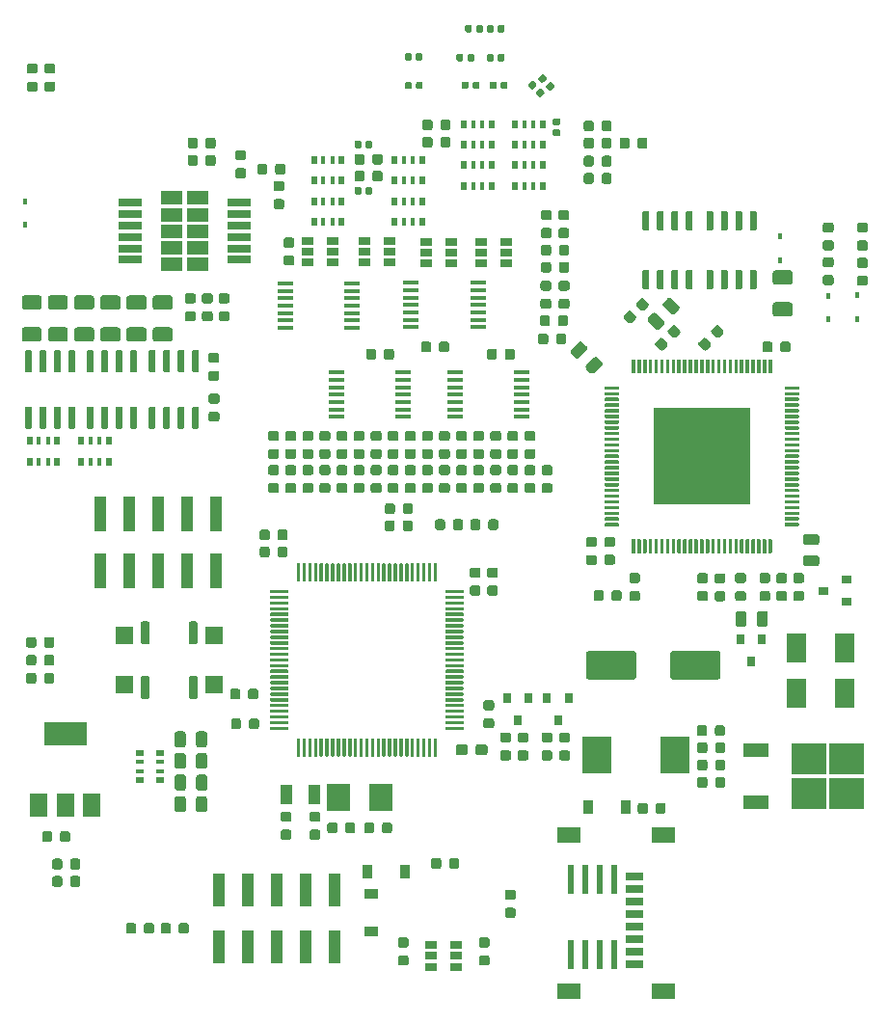
<source format=gbr>
%TF.GenerationSoftware,KiCad,Pcbnew,5.1.5+dfsg1-2build2*%
%TF.CreationDate,2021-11-11T21:07:24+01:00*%
%TF.ProjectId,micro_rusEFI,6d696372-6f5f-4727-9573-4546492e6b69,R0.5.4*%
%TF.SameCoordinates,Original*%
%TF.FileFunction,Paste,Top*%
%TF.FilePolarity,Positive*%
%FSLAX46Y46*%
G04 Gerber Fmt 4.6, Leading zero omitted, Abs format (unit mm)*
G04 Created by KiCad (PCBNEW 5.1.5+dfsg1-2build2) date 2021-11-11 21:07:24*
%MOMM*%
%LPD*%
G04 APERTURE LIST*
%ADD10C,0.100000*%
%ADD11R,1.200000X0.900000*%
%ADD12R,0.500000X0.800000*%
%ADD13R,0.400000X0.800000*%
%ADD14R,1.000000X3.150000*%
%ADD15R,1.000000X3.000000*%
%ADD16R,8.500000X8.500000*%
%ADD17R,1.450000X0.450000*%
%ADD18R,0.550000X2.540000*%
%ADD19R,0.450000X0.600000*%
%ADD20R,1.500000X1.500000*%
%ADD21R,0.800000X0.900000*%
%ADD22R,0.900000X0.800000*%
%ADD23R,1.800000X2.500000*%
%ADD24R,0.900000X1.200000*%
%ADD25R,2.500000X3.300000*%
%ADD26R,1.060000X0.650000*%
%ADD27R,1.000000X1.800000*%
%ADD28R,2.000000X2.400000*%
%ADD29R,3.800000X2.000000*%
%ADD30R,1.500000X2.000000*%
%ADD31R,0.800000X0.500000*%
%ADD32R,0.800000X0.400000*%
%ADD33R,2.200000X1.200000*%
%ADD34R,3.050000X2.750000*%
%ADD35R,2.000000X0.650000*%
%ADD36R,1.950000X1.160000*%
%ADD37R,2.000000X1.450000*%
%ADD38R,1.500000X0.800000*%
G04 APERTURE END LIST*
D10*
G36*
X60412691Y-103666053D02*
G01*
X60433926Y-103669203D01*
X60454750Y-103674419D01*
X60474962Y-103681651D01*
X60494368Y-103690830D01*
X60512781Y-103701866D01*
X60530024Y-103714654D01*
X60545930Y-103729070D01*
X60560346Y-103744976D01*
X60573134Y-103762219D01*
X60584170Y-103780632D01*
X60593349Y-103800038D01*
X60600581Y-103820250D01*
X60605797Y-103841074D01*
X60608947Y-103862309D01*
X60610000Y-103883750D01*
X60610000Y-104396250D01*
X60608947Y-104417691D01*
X60605797Y-104438926D01*
X60600581Y-104459750D01*
X60593349Y-104479962D01*
X60584170Y-104499368D01*
X60573134Y-104517781D01*
X60560346Y-104535024D01*
X60545930Y-104550930D01*
X60530024Y-104565346D01*
X60512781Y-104578134D01*
X60494368Y-104589170D01*
X60474962Y-104598349D01*
X60454750Y-104605581D01*
X60433926Y-104610797D01*
X60412691Y-104613947D01*
X60391250Y-104615000D01*
X59953750Y-104615000D01*
X59932309Y-104613947D01*
X59911074Y-104610797D01*
X59890250Y-104605581D01*
X59870038Y-104598349D01*
X59850632Y-104589170D01*
X59832219Y-104578134D01*
X59814976Y-104565346D01*
X59799070Y-104550930D01*
X59784654Y-104535024D01*
X59771866Y-104517781D01*
X59760830Y-104499368D01*
X59751651Y-104479962D01*
X59744419Y-104459750D01*
X59739203Y-104438926D01*
X59736053Y-104417691D01*
X59735000Y-104396250D01*
X59735000Y-103883750D01*
X59736053Y-103862309D01*
X59739203Y-103841074D01*
X59744419Y-103820250D01*
X59751651Y-103800038D01*
X59760830Y-103780632D01*
X59771866Y-103762219D01*
X59784654Y-103744976D01*
X59799070Y-103729070D01*
X59814976Y-103714654D01*
X59832219Y-103701866D01*
X59850632Y-103690830D01*
X59870038Y-103681651D01*
X59890250Y-103674419D01*
X59911074Y-103669203D01*
X59932309Y-103666053D01*
X59953750Y-103665000D01*
X60391250Y-103665000D01*
X60412691Y-103666053D01*
G37*
G36*
X61987691Y-103666053D02*
G01*
X62008926Y-103669203D01*
X62029750Y-103674419D01*
X62049962Y-103681651D01*
X62069368Y-103690830D01*
X62087781Y-103701866D01*
X62105024Y-103714654D01*
X62120930Y-103729070D01*
X62135346Y-103744976D01*
X62148134Y-103762219D01*
X62159170Y-103780632D01*
X62168349Y-103800038D01*
X62175581Y-103820250D01*
X62180797Y-103841074D01*
X62183947Y-103862309D01*
X62185000Y-103883750D01*
X62185000Y-104396250D01*
X62183947Y-104417691D01*
X62180797Y-104438926D01*
X62175581Y-104459750D01*
X62168349Y-104479962D01*
X62159170Y-104499368D01*
X62148134Y-104517781D01*
X62135346Y-104535024D01*
X62120930Y-104550930D01*
X62105024Y-104565346D01*
X62087781Y-104578134D01*
X62069368Y-104589170D01*
X62049962Y-104598349D01*
X62029750Y-104605581D01*
X62008926Y-104610797D01*
X61987691Y-104613947D01*
X61966250Y-104615000D01*
X61528750Y-104615000D01*
X61507309Y-104613947D01*
X61486074Y-104610797D01*
X61465250Y-104605581D01*
X61445038Y-104598349D01*
X61425632Y-104589170D01*
X61407219Y-104578134D01*
X61389976Y-104565346D01*
X61374070Y-104550930D01*
X61359654Y-104535024D01*
X61346866Y-104517781D01*
X61335830Y-104499368D01*
X61326651Y-104479962D01*
X61319419Y-104459750D01*
X61314203Y-104438926D01*
X61311053Y-104417691D01*
X61310000Y-104396250D01*
X61310000Y-103883750D01*
X61311053Y-103862309D01*
X61314203Y-103841074D01*
X61319419Y-103820250D01*
X61326651Y-103800038D01*
X61335830Y-103780632D01*
X61346866Y-103762219D01*
X61359654Y-103744976D01*
X61374070Y-103729070D01*
X61389976Y-103714654D01*
X61407219Y-103701866D01*
X61425632Y-103690830D01*
X61445038Y-103681651D01*
X61465250Y-103674419D01*
X61486074Y-103669203D01*
X61507309Y-103666053D01*
X61528750Y-103665000D01*
X61966250Y-103665000D01*
X61987691Y-103666053D01*
G37*
G36*
X53681691Y-41842453D02*
G01*
X53702926Y-41845603D01*
X53723750Y-41850819D01*
X53743962Y-41858051D01*
X53763368Y-41867230D01*
X53781781Y-41878266D01*
X53799024Y-41891054D01*
X53814930Y-41905470D01*
X53829346Y-41921376D01*
X53842134Y-41938619D01*
X53853170Y-41957032D01*
X53862349Y-41976438D01*
X53869581Y-41996650D01*
X53874797Y-42017474D01*
X53877947Y-42038709D01*
X53879000Y-42060150D01*
X53879000Y-42572650D01*
X53877947Y-42594091D01*
X53874797Y-42615326D01*
X53869581Y-42636150D01*
X53862349Y-42656362D01*
X53853170Y-42675768D01*
X53842134Y-42694181D01*
X53829346Y-42711424D01*
X53814930Y-42727330D01*
X53799024Y-42741746D01*
X53781781Y-42754534D01*
X53763368Y-42765570D01*
X53743962Y-42774749D01*
X53723750Y-42781981D01*
X53702926Y-42787197D01*
X53681691Y-42790347D01*
X53660250Y-42791400D01*
X53222750Y-42791400D01*
X53201309Y-42790347D01*
X53180074Y-42787197D01*
X53159250Y-42781981D01*
X53139038Y-42774749D01*
X53119632Y-42765570D01*
X53101219Y-42754534D01*
X53083976Y-42741746D01*
X53068070Y-42727330D01*
X53053654Y-42711424D01*
X53040866Y-42694181D01*
X53029830Y-42675768D01*
X53020651Y-42656362D01*
X53013419Y-42636150D01*
X53008203Y-42615326D01*
X53005053Y-42594091D01*
X53004000Y-42572650D01*
X53004000Y-42060150D01*
X53005053Y-42038709D01*
X53008203Y-42017474D01*
X53013419Y-41996650D01*
X53020651Y-41976438D01*
X53029830Y-41957032D01*
X53040866Y-41938619D01*
X53053654Y-41921376D01*
X53068070Y-41905470D01*
X53083976Y-41891054D01*
X53101219Y-41878266D01*
X53119632Y-41867230D01*
X53139038Y-41858051D01*
X53159250Y-41850819D01*
X53180074Y-41845603D01*
X53201309Y-41842453D01*
X53222750Y-41841400D01*
X53660250Y-41841400D01*
X53681691Y-41842453D01*
G37*
G36*
X55256691Y-41842453D02*
G01*
X55277926Y-41845603D01*
X55298750Y-41850819D01*
X55318962Y-41858051D01*
X55338368Y-41867230D01*
X55356781Y-41878266D01*
X55374024Y-41891054D01*
X55389930Y-41905470D01*
X55404346Y-41921376D01*
X55417134Y-41938619D01*
X55428170Y-41957032D01*
X55437349Y-41976438D01*
X55444581Y-41996650D01*
X55449797Y-42017474D01*
X55452947Y-42038709D01*
X55454000Y-42060150D01*
X55454000Y-42572650D01*
X55452947Y-42594091D01*
X55449797Y-42615326D01*
X55444581Y-42636150D01*
X55437349Y-42656362D01*
X55428170Y-42675768D01*
X55417134Y-42694181D01*
X55404346Y-42711424D01*
X55389930Y-42727330D01*
X55374024Y-42741746D01*
X55356781Y-42754534D01*
X55338368Y-42765570D01*
X55318962Y-42774749D01*
X55298750Y-42781981D01*
X55277926Y-42787197D01*
X55256691Y-42790347D01*
X55235250Y-42791400D01*
X54797750Y-42791400D01*
X54776309Y-42790347D01*
X54755074Y-42787197D01*
X54734250Y-42781981D01*
X54714038Y-42774749D01*
X54694632Y-42765570D01*
X54676219Y-42754534D01*
X54658976Y-42741746D01*
X54643070Y-42727330D01*
X54628654Y-42711424D01*
X54615866Y-42694181D01*
X54604830Y-42675768D01*
X54595651Y-42656362D01*
X54588419Y-42636150D01*
X54583203Y-42615326D01*
X54580053Y-42594091D01*
X54579000Y-42572650D01*
X54579000Y-42060150D01*
X54580053Y-42038709D01*
X54583203Y-42017474D01*
X54588419Y-41996650D01*
X54595651Y-41976438D01*
X54604830Y-41957032D01*
X54615866Y-41938619D01*
X54628654Y-41921376D01*
X54643070Y-41905470D01*
X54658976Y-41891054D01*
X54676219Y-41878266D01*
X54694632Y-41867230D01*
X54714038Y-41858051D01*
X54734250Y-41850819D01*
X54755074Y-41845603D01*
X54776309Y-41842453D01*
X54797750Y-41841400D01*
X55235250Y-41841400D01*
X55256691Y-41842453D01*
G37*
G36*
X53681691Y-43315653D02*
G01*
X53702926Y-43318803D01*
X53723750Y-43324019D01*
X53743962Y-43331251D01*
X53763368Y-43340430D01*
X53781781Y-43351466D01*
X53799024Y-43364254D01*
X53814930Y-43378670D01*
X53829346Y-43394576D01*
X53842134Y-43411819D01*
X53853170Y-43430232D01*
X53862349Y-43449638D01*
X53869581Y-43469850D01*
X53874797Y-43490674D01*
X53877947Y-43511909D01*
X53879000Y-43533350D01*
X53879000Y-44045850D01*
X53877947Y-44067291D01*
X53874797Y-44088526D01*
X53869581Y-44109350D01*
X53862349Y-44129562D01*
X53853170Y-44148968D01*
X53842134Y-44167381D01*
X53829346Y-44184624D01*
X53814930Y-44200530D01*
X53799024Y-44214946D01*
X53781781Y-44227734D01*
X53763368Y-44238770D01*
X53743962Y-44247949D01*
X53723750Y-44255181D01*
X53702926Y-44260397D01*
X53681691Y-44263547D01*
X53660250Y-44264600D01*
X53222750Y-44264600D01*
X53201309Y-44263547D01*
X53180074Y-44260397D01*
X53159250Y-44255181D01*
X53139038Y-44247949D01*
X53119632Y-44238770D01*
X53101219Y-44227734D01*
X53083976Y-44214946D01*
X53068070Y-44200530D01*
X53053654Y-44184624D01*
X53040866Y-44167381D01*
X53029830Y-44148968D01*
X53020651Y-44129562D01*
X53013419Y-44109350D01*
X53008203Y-44088526D01*
X53005053Y-44067291D01*
X53004000Y-44045850D01*
X53004000Y-43533350D01*
X53005053Y-43511909D01*
X53008203Y-43490674D01*
X53013419Y-43469850D01*
X53020651Y-43449638D01*
X53029830Y-43430232D01*
X53040866Y-43411819D01*
X53053654Y-43394576D01*
X53068070Y-43378670D01*
X53083976Y-43364254D01*
X53101219Y-43351466D01*
X53119632Y-43340430D01*
X53139038Y-43331251D01*
X53159250Y-43324019D01*
X53180074Y-43318803D01*
X53201309Y-43315653D01*
X53222750Y-43314600D01*
X53660250Y-43314600D01*
X53681691Y-43315653D01*
G37*
G36*
X55256691Y-43315653D02*
G01*
X55277926Y-43318803D01*
X55298750Y-43324019D01*
X55318962Y-43331251D01*
X55338368Y-43340430D01*
X55356781Y-43351466D01*
X55374024Y-43364254D01*
X55389930Y-43378670D01*
X55404346Y-43394576D01*
X55417134Y-43411819D01*
X55428170Y-43430232D01*
X55437349Y-43449638D01*
X55444581Y-43469850D01*
X55449797Y-43490674D01*
X55452947Y-43511909D01*
X55454000Y-43533350D01*
X55454000Y-44045850D01*
X55452947Y-44067291D01*
X55449797Y-44088526D01*
X55444581Y-44109350D01*
X55437349Y-44129562D01*
X55428170Y-44148968D01*
X55417134Y-44167381D01*
X55404346Y-44184624D01*
X55389930Y-44200530D01*
X55374024Y-44214946D01*
X55356781Y-44227734D01*
X55338368Y-44238770D01*
X55318962Y-44247949D01*
X55298750Y-44255181D01*
X55277926Y-44260397D01*
X55256691Y-44263547D01*
X55235250Y-44264600D01*
X54797750Y-44264600D01*
X54776309Y-44263547D01*
X54755074Y-44260397D01*
X54734250Y-44255181D01*
X54714038Y-44247949D01*
X54694632Y-44238770D01*
X54676219Y-44227734D01*
X54658976Y-44214946D01*
X54643070Y-44200530D01*
X54628654Y-44184624D01*
X54615866Y-44167381D01*
X54604830Y-44148968D01*
X54595651Y-44129562D01*
X54588419Y-44109350D01*
X54583203Y-44088526D01*
X54580053Y-44067291D01*
X54579000Y-44045850D01*
X54579000Y-43533350D01*
X54580053Y-43511909D01*
X54583203Y-43490674D01*
X54588419Y-43469850D01*
X54595651Y-43449638D01*
X54604830Y-43430232D01*
X54615866Y-43411819D01*
X54628654Y-43394576D01*
X54643070Y-43378670D01*
X54658976Y-43364254D01*
X54676219Y-43351466D01*
X54694632Y-43340430D01*
X54714038Y-43331251D01*
X54734250Y-43324019D01*
X54755074Y-43318803D01*
X54776309Y-43315653D01*
X54797750Y-43314600D01*
X55235250Y-43314600D01*
X55256691Y-43315653D01*
G37*
G36*
X61225691Y-38832553D02*
G01*
X61246926Y-38835703D01*
X61267750Y-38840919D01*
X61287962Y-38848151D01*
X61307368Y-38857330D01*
X61325781Y-38868366D01*
X61343024Y-38881154D01*
X61358930Y-38895570D01*
X61373346Y-38911476D01*
X61386134Y-38928719D01*
X61397170Y-38947132D01*
X61406349Y-38966538D01*
X61413581Y-38986750D01*
X61418797Y-39007574D01*
X61421947Y-39028809D01*
X61423000Y-39050250D01*
X61423000Y-39562750D01*
X61421947Y-39584191D01*
X61418797Y-39605426D01*
X61413581Y-39626250D01*
X61406349Y-39646462D01*
X61397170Y-39665868D01*
X61386134Y-39684281D01*
X61373346Y-39701524D01*
X61358930Y-39717430D01*
X61343024Y-39731846D01*
X61325781Y-39744634D01*
X61307368Y-39755670D01*
X61287962Y-39764849D01*
X61267750Y-39772081D01*
X61246926Y-39777297D01*
X61225691Y-39780447D01*
X61204250Y-39781500D01*
X60766750Y-39781500D01*
X60745309Y-39780447D01*
X60724074Y-39777297D01*
X60703250Y-39772081D01*
X60683038Y-39764849D01*
X60663632Y-39755670D01*
X60645219Y-39744634D01*
X60627976Y-39731846D01*
X60612070Y-39717430D01*
X60597654Y-39701524D01*
X60584866Y-39684281D01*
X60573830Y-39665868D01*
X60564651Y-39646462D01*
X60557419Y-39626250D01*
X60552203Y-39605426D01*
X60549053Y-39584191D01*
X60548000Y-39562750D01*
X60548000Y-39050250D01*
X60549053Y-39028809D01*
X60552203Y-39007574D01*
X60557419Y-38986750D01*
X60564651Y-38966538D01*
X60573830Y-38947132D01*
X60584866Y-38928719D01*
X60597654Y-38911476D01*
X60612070Y-38895570D01*
X60627976Y-38881154D01*
X60645219Y-38868366D01*
X60663632Y-38857330D01*
X60683038Y-38848151D01*
X60703250Y-38840919D01*
X60724074Y-38835703D01*
X60745309Y-38832553D01*
X60766750Y-38831500D01*
X61204250Y-38831500D01*
X61225691Y-38832553D01*
G37*
G36*
X59650691Y-38832553D02*
G01*
X59671926Y-38835703D01*
X59692750Y-38840919D01*
X59712962Y-38848151D01*
X59732368Y-38857330D01*
X59750781Y-38868366D01*
X59768024Y-38881154D01*
X59783930Y-38895570D01*
X59798346Y-38911476D01*
X59811134Y-38928719D01*
X59822170Y-38947132D01*
X59831349Y-38966538D01*
X59838581Y-38986750D01*
X59843797Y-39007574D01*
X59846947Y-39028809D01*
X59848000Y-39050250D01*
X59848000Y-39562750D01*
X59846947Y-39584191D01*
X59843797Y-39605426D01*
X59838581Y-39626250D01*
X59831349Y-39646462D01*
X59822170Y-39665868D01*
X59811134Y-39684281D01*
X59798346Y-39701524D01*
X59783930Y-39717430D01*
X59768024Y-39731846D01*
X59750781Y-39744634D01*
X59732368Y-39755670D01*
X59712962Y-39764849D01*
X59692750Y-39772081D01*
X59671926Y-39777297D01*
X59650691Y-39780447D01*
X59629250Y-39781500D01*
X59191750Y-39781500D01*
X59170309Y-39780447D01*
X59149074Y-39777297D01*
X59128250Y-39772081D01*
X59108038Y-39764849D01*
X59088632Y-39755670D01*
X59070219Y-39744634D01*
X59052976Y-39731846D01*
X59037070Y-39717430D01*
X59022654Y-39701524D01*
X59009866Y-39684281D01*
X58998830Y-39665868D01*
X58989651Y-39646462D01*
X58982419Y-39626250D01*
X58977203Y-39605426D01*
X58974053Y-39584191D01*
X58973000Y-39562750D01*
X58973000Y-39050250D01*
X58974053Y-39028809D01*
X58977203Y-39007574D01*
X58982419Y-38986750D01*
X58989651Y-38966538D01*
X58998830Y-38947132D01*
X59009866Y-38928719D01*
X59022654Y-38911476D01*
X59037070Y-38895570D01*
X59052976Y-38881154D01*
X59070219Y-38868366D01*
X59088632Y-38857330D01*
X59108038Y-38848151D01*
X59128250Y-38840919D01*
X59149074Y-38835703D01*
X59170309Y-38832553D01*
X59191750Y-38831500D01*
X59629250Y-38831500D01*
X59650691Y-38832553D01*
G37*
G36*
X61225691Y-40356553D02*
G01*
X61246926Y-40359703D01*
X61267750Y-40364919D01*
X61287962Y-40372151D01*
X61307368Y-40381330D01*
X61325781Y-40392366D01*
X61343024Y-40405154D01*
X61358930Y-40419570D01*
X61373346Y-40435476D01*
X61386134Y-40452719D01*
X61397170Y-40471132D01*
X61406349Y-40490538D01*
X61413581Y-40510750D01*
X61418797Y-40531574D01*
X61421947Y-40552809D01*
X61423000Y-40574250D01*
X61423000Y-41086750D01*
X61421947Y-41108191D01*
X61418797Y-41129426D01*
X61413581Y-41150250D01*
X61406349Y-41170462D01*
X61397170Y-41189868D01*
X61386134Y-41208281D01*
X61373346Y-41225524D01*
X61358930Y-41241430D01*
X61343024Y-41255846D01*
X61325781Y-41268634D01*
X61307368Y-41279670D01*
X61287962Y-41288849D01*
X61267750Y-41296081D01*
X61246926Y-41301297D01*
X61225691Y-41304447D01*
X61204250Y-41305500D01*
X60766750Y-41305500D01*
X60745309Y-41304447D01*
X60724074Y-41301297D01*
X60703250Y-41296081D01*
X60683038Y-41288849D01*
X60663632Y-41279670D01*
X60645219Y-41268634D01*
X60627976Y-41255846D01*
X60612070Y-41241430D01*
X60597654Y-41225524D01*
X60584866Y-41208281D01*
X60573830Y-41189868D01*
X60564651Y-41170462D01*
X60557419Y-41150250D01*
X60552203Y-41129426D01*
X60549053Y-41108191D01*
X60548000Y-41086750D01*
X60548000Y-40574250D01*
X60549053Y-40552809D01*
X60552203Y-40531574D01*
X60557419Y-40510750D01*
X60564651Y-40490538D01*
X60573830Y-40471132D01*
X60584866Y-40452719D01*
X60597654Y-40435476D01*
X60612070Y-40419570D01*
X60627976Y-40405154D01*
X60645219Y-40392366D01*
X60663632Y-40381330D01*
X60683038Y-40372151D01*
X60703250Y-40364919D01*
X60724074Y-40359703D01*
X60745309Y-40356553D01*
X60766750Y-40355500D01*
X61204250Y-40355500D01*
X61225691Y-40356553D01*
G37*
G36*
X59650691Y-40356553D02*
G01*
X59671926Y-40359703D01*
X59692750Y-40364919D01*
X59712962Y-40372151D01*
X59732368Y-40381330D01*
X59750781Y-40392366D01*
X59768024Y-40405154D01*
X59783930Y-40419570D01*
X59798346Y-40435476D01*
X59811134Y-40452719D01*
X59822170Y-40471132D01*
X59831349Y-40490538D01*
X59838581Y-40510750D01*
X59843797Y-40531574D01*
X59846947Y-40552809D01*
X59848000Y-40574250D01*
X59848000Y-41086750D01*
X59846947Y-41108191D01*
X59843797Y-41129426D01*
X59838581Y-41150250D01*
X59831349Y-41170462D01*
X59822170Y-41189868D01*
X59811134Y-41208281D01*
X59798346Y-41225524D01*
X59783930Y-41241430D01*
X59768024Y-41255846D01*
X59750781Y-41268634D01*
X59732368Y-41279670D01*
X59712962Y-41288849D01*
X59692750Y-41296081D01*
X59671926Y-41301297D01*
X59650691Y-41304447D01*
X59629250Y-41305500D01*
X59191750Y-41305500D01*
X59170309Y-41304447D01*
X59149074Y-41301297D01*
X59128250Y-41296081D01*
X59108038Y-41288849D01*
X59088632Y-41279670D01*
X59070219Y-41268634D01*
X59052976Y-41255846D01*
X59037070Y-41241430D01*
X59022654Y-41225524D01*
X59009866Y-41208281D01*
X58998830Y-41189868D01*
X58989651Y-41170462D01*
X58982419Y-41150250D01*
X58977203Y-41129426D01*
X58974053Y-41108191D01*
X58973000Y-41086750D01*
X58973000Y-40574250D01*
X58974053Y-40552809D01*
X58977203Y-40531574D01*
X58982419Y-40510750D01*
X58989651Y-40490538D01*
X58998830Y-40471132D01*
X59009866Y-40452719D01*
X59022654Y-40435476D01*
X59037070Y-40419570D01*
X59052976Y-40405154D01*
X59070219Y-40392366D01*
X59088632Y-40381330D01*
X59108038Y-40372151D01*
X59128250Y-40364919D01*
X59149074Y-40359703D01*
X59170309Y-40356553D01*
X59191750Y-40355500D01*
X59629250Y-40355500D01*
X59650691Y-40356553D01*
G37*
G36*
X72889326Y-58337823D02*
G01*
X72912987Y-58341333D01*
X72936191Y-58347145D01*
X72958713Y-58355203D01*
X72980337Y-58365431D01*
X73000854Y-58377728D01*
X73020067Y-58391978D01*
X73037791Y-58408042D01*
X73382506Y-58752757D01*
X73398570Y-58770481D01*
X73412820Y-58789694D01*
X73425117Y-58810211D01*
X73435345Y-58831835D01*
X73443403Y-58854357D01*
X73449215Y-58877561D01*
X73452725Y-58901222D01*
X73453899Y-58925114D01*
X73452725Y-58949006D01*
X73449215Y-58972667D01*
X73443403Y-58995871D01*
X73435345Y-59018393D01*
X73425117Y-59040017D01*
X73412820Y-59060534D01*
X73398570Y-59079747D01*
X73382506Y-59097471D01*
X72737271Y-59742706D01*
X72719547Y-59758770D01*
X72700334Y-59773020D01*
X72679817Y-59785317D01*
X72658193Y-59795545D01*
X72635671Y-59803603D01*
X72612467Y-59809415D01*
X72588806Y-59812925D01*
X72564914Y-59814099D01*
X72541022Y-59812925D01*
X72517361Y-59809415D01*
X72494157Y-59803603D01*
X72471635Y-59795545D01*
X72450011Y-59785317D01*
X72429494Y-59773020D01*
X72410281Y-59758770D01*
X72392557Y-59742706D01*
X72047842Y-59397991D01*
X72031778Y-59380267D01*
X72017528Y-59361054D01*
X72005231Y-59340537D01*
X71995003Y-59318913D01*
X71986945Y-59296391D01*
X71981133Y-59273187D01*
X71977623Y-59249526D01*
X71976449Y-59225634D01*
X71977623Y-59201742D01*
X71981133Y-59178081D01*
X71986945Y-59154877D01*
X71995003Y-59132355D01*
X72005231Y-59110731D01*
X72017528Y-59090214D01*
X72031778Y-59071001D01*
X72047842Y-59053277D01*
X72693077Y-58408042D01*
X72710801Y-58391978D01*
X72730014Y-58377728D01*
X72750531Y-58365431D01*
X72772155Y-58355203D01*
X72794677Y-58347145D01*
X72817881Y-58341333D01*
X72841542Y-58337823D01*
X72865434Y-58336649D01*
X72889326Y-58337823D01*
G37*
G36*
X74215152Y-59663649D02*
G01*
X74238813Y-59667159D01*
X74262017Y-59672971D01*
X74284539Y-59681029D01*
X74306163Y-59691257D01*
X74326680Y-59703554D01*
X74345893Y-59717804D01*
X74363617Y-59733868D01*
X74708332Y-60078583D01*
X74724396Y-60096307D01*
X74738646Y-60115520D01*
X74750943Y-60136037D01*
X74761171Y-60157661D01*
X74769229Y-60180183D01*
X74775041Y-60203387D01*
X74778551Y-60227048D01*
X74779725Y-60250940D01*
X74778551Y-60274832D01*
X74775041Y-60298493D01*
X74769229Y-60321697D01*
X74761171Y-60344219D01*
X74750943Y-60365843D01*
X74738646Y-60386360D01*
X74724396Y-60405573D01*
X74708332Y-60423297D01*
X74063097Y-61068532D01*
X74045373Y-61084596D01*
X74026160Y-61098846D01*
X74005643Y-61111143D01*
X73984019Y-61121371D01*
X73961497Y-61129429D01*
X73938293Y-61135241D01*
X73914632Y-61138751D01*
X73890740Y-61139925D01*
X73866848Y-61138751D01*
X73843187Y-61135241D01*
X73819983Y-61129429D01*
X73797461Y-61121371D01*
X73775837Y-61111143D01*
X73755320Y-61098846D01*
X73736107Y-61084596D01*
X73718383Y-61068532D01*
X73373668Y-60723817D01*
X73357604Y-60706093D01*
X73343354Y-60686880D01*
X73331057Y-60666363D01*
X73320829Y-60644739D01*
X73312771Y-60622217D01*
X73306959Y-60599013D01*
X73303449Y-60575352D01*
X73302275Y-60551460D01*
X73303449Y-60527568D01*
X73306959Y-60503907D01*
X73312771Y-60480703D01*
X73320829Y-60458181D01*
X73331057Y-60436557D01*
X73343354Y-60416040D01*
X73357604Y-60396827D01*
X73373668Y-60379103D01*
X74018903Y-59733868D01*
X74036627Y-59717804D01*
X74055840Y-59703554D01*
X74076357Y-59691257D01*
X74097981Y-59681029D01*
X74120503Y-59672971D01*
X74143707Y-59667159D01*
X74167368Y-59663649D01*
X74191260Y-59662475D01*
X74215152Y-59663649D01*
G37*
G36*
X79347719Y-55805362D02*
G01*
X79371380Y-55808872D01*
X79394584Y-55814684D01*
X79417106Y-55822742D01*
X79438730Y-55832970D01*
X79459247Y-55845267D01*
X79478460Y-55859517D01*
X79496184Y-55875581D01*
X80141419Y-56520816D01*
X80157483Y-56538540D01*
X80171733Y-56557753D01*
X80184030Y-56578270D01*
X80194258Y-56599894D01*
X80202316Y-56622416D01*
X80208128Y-56645620D01*
X80211638Y-56669281D01*
X80212812Y-56693173D01*
X80211638Y-56717065D01*
X80208128Y-56740726D01*
X80202316Y-56763930D01*
X80194258Y-56786452D01*
X80184030Y-56808076D01*
X80171733Y-56828593D01*
X80157483Y-56847806D01*
X80141419Y-56865530D01*
X79796704Y-57210245D01*
X79778980Y-57226309D01*
X79759767Y-57240559D01*
X79739250Y-57252856D01*
X79717626Y-57263084D01*
X79695104Y-57271142D01*
X79671900Y-57276954D01*
X79648239Y-57280464D01*
X79624347Y-57281638D01*
X79600455Y-57280464D01*
X79576794Y-57276954D01*
X79553590Y-57271142D01*
X79531068Y-57263084D01*
X79509444Y-57252856D01*
X79488927Y-57240559D01*
X79469714Y-57226309D01*
X79451990Y-57210245D01*
X78806755Y-56565010D01*
X78790691Y-56547286D01*
X78776441Y-56528073D01*
X78764144Y-56507556D01*
X78753916Y-56485932D01*
X78745858Y-56463410D01*
X78740046Y-56440206D01*
X78736536Y-56416545D01*
X78735362Y-56392653D01*
X78736536Y-56368761D01*
X78740046Y-56345100D01*
X78745858Y-56321896D01*
X78753916Y-56299374D01*
X78764144Y-56277750D01*
X78776441Y-56257233D01*
X78790691Y-56238020D01*
X78806755Y-56220296D01*
X79151470Y-55875581D01*
X79169194Y-55859517D01*
X79188407Y-55845267D01*
X79208924Y-55832970D01*
X79230548Y-55822742D01*
X79253070Y-55814684D01*
X79276274Y-55808872D01*
X79299935Y-55805362D01*
X79323827Y-55804188D01*
X79347719Y-55805362D01*
G37*
G36*
X80673545Y-54479536D02*
G01*
X80697206Y-54483046D01*
X80720410Y-54488858D01*
X80742932Y-54496916D01*
X80764556Y-54507144D01*
X80785073Y-54519441D01*
X80804286Y-54533691D01*
X80822010Y-54549755D01*
X81467245Y-55194990D01*
X81483309Y-55212714D01*
X81497559Y-55231927D01*
X81509856Y-55252444D01*
X81520084Y-55274068D01*
X81528142Y-55296590D01*
X81533954Y-55319794D01*
X81537464Y-55343455D01*
X81538638Y-55367347D01*
X81537464Y-55391239D01*
X81533954Y-55414900D01*
X81528142Y-55438104D01*
X81520084Y-55460626D01*
X81509856Y-55482250D01*
X81497559Y-55502767D01*
X81483309Y-55521980D01*
X81467245Y-55539704D01*
X81122530Y-55884419D01*
X81104806Y-55900483D01*
X81085593Y-55914733D01*
X81065076Y-55927030D01*
X81043452Y-55937258D01*
X81020930Y-55945316D01*
X80997726Y-55951128D01*
X80974065Y-55954638D01*
X80950173Y-55955812D01*
X80926281Y-55954638D01*
X80902620Y-55951128D01*
X80879416Y-55945316D01*
X80856894Y-55937258D01*
X80835270Y-55927030D01*
X80814753Y-55914733D01*
X80795540Y-55900483D01*
X80777816Y-55884419D01*
X80132581Y-55239184D01*
X80116517Y-55221460D01*
X80102267Y-55202247D01*
X80089970Y-55181730D01*
X80079742Y-55160106D01*
X80071684Y-55137584D01*
X80065872Y-55114380D01*
X80062362Y-55090719D01*
X80061188Y-55066827D01*
X80062362Y-55042935D01*
X80065872Y-55019274D01*
X80071684Y-54996070D01*
X80079742Y-54973548D01*
X80089970Y-54951924D01*
X80102267Y-54931407D01*
X80116517Y-54912194D01*
X80132581Y-54894470D01*
X80477296Y-54549755D01*
X80495020Y-54533691D01*
X80514233Y-54519441D01*
X80534750Y-54507144D01*
X80556374Y-54496916D01*
X80578896Y-54488858D01*
X80602100Y-54483046D01*
X80625761Y-54479536D01*
X80649653Y-54478362D01*
X80673545Y-54479536D01*
G37*
G36*
X77162077Y-55629274D02*
G01*
X77183312Y-55632424D01*
X77204136Y-55637640D01*
X77224348Y-55644872D01*
X77243754Y-55654051D01*
X77262167Y-55665087D01*
X77279410Y-55677875D01*
X77295316Y-55692291D01*
X77657709Y-56054684D01*
X77672125Y-56070590D01*
X77684913Y-56087833D01*
X77695949Y-56106246D01*
X77705128Y-56125652D01*
X77712360Y-56145864D01*
X77717576Y-56166688D01*
X77720726Y-56187923D01*
X77721779Y-56209364D01*
X77720726Y-56230805D01*
X77717576Y-56252040D01*
X77712360Y-56272864D01*
X77705128Y-56293076D01*
X77695949Y-56312482D01*
X77684913Y-56330895D01*
X77672125Y-56348138D01*
X77657709Y-56364044D01*
X77348350Y-56673403D01*
X77332444Y-56687819D01*
X77315201Y-56700607D01*
X77296788Y-56711643D01*
X77277382Y-56720822D01*
X77257170Y-56728054D01*
X77236346Y-56733270D01*
X77215111Y-56736420D01*
X77193670Y-56737473D01*
X77172229Y-56736420D01*
X77150994Y-56733270D01*
X77130170Y-56728054D01*
X77109958Y-56720822D01*
X77090552Y-56711643D01*
X77072139Y-56700607D01*
X77054896Y-56687819D01*
X77038990Y-56673403D01*
X76676597Y-56311010D01*
X76662181Y-56295104D01*
X76649393Y-56277861D01*
X76638357Y-56259448D01*
X76629178Y-56240042D01*
X76621946Y-56219830D01*
X76616730Y-56199006D01*
X76613580Y-56177771D01*
X76612527Y-56156330D01*
X76613580Y-56134889D01*
X76616730Y-56113654D01*
X76621946Y-56092830D01*
X76629178Y-56072618D01*
X76638357Y-56053212D01*
X76649393Y-56034799D01*
X76662181Y-56017556D01*
X76676597Y-56001650D01*
X76985956Y-55692291D01*
X77001862Y-55677875D01*
X77019105Y-55665087D01*
X77037518Y-55654051D01*
X77056924Y-55644872D01*
X77077136Y-55637640D01*
X77097960Y-55632424D01*
X77119195Y-55629274D01*
X77140636Y-55628221D01*
X77162077Y-55629274D01*
G37*
G36*
X78275771Y-54515580D02*
G01*
X78297006Y-54518730D01*
X78317830Y-54523946D01*
X78338042Y-54531178D01*
X78357448Y-54540357D01*
X78375861Y-54551393D01*
X78393104Y-54564181D01*
X78409010Y-54578597D01*
X78771403Y-54940990D01*
X78785819Y-54956896D01*
X78798607Y-54974139D01*
X78809643Y-54992552D01*
X78818822Y-55011958D01*
X78826054Y-55032170D01*
X78831270Y-55052994D01*
X78834420Y-55074229D01*
X78835473Y-55095670D01*
X78834420Y-55117111D01*
X78831270Y-55138346D01*
X78826054Y-55159170D01*
X78818822Y-55179382D01*
X78809643Y-55198788D01*
X78798607Y-55217201D01*
X78785819Y-55234444D01*
X78771403Y-55250350D01*
X78462044Y-55559709D01*
X78446138Y-55574125D01*
X78428895Y-55586913D01*
X78410482Y-55597949D01*
X78391076Y-55607128D01*
X78370864Y-55614360D01*
X78350040Y-55619576D01*
X78328805Y-55622726D01*
X78307364Y-55623779D01*
X78285923Y-55622726D01*
X78264688Y-55619576D01*
X78243864Y-55614360D01*
X78223652Y-55607128D01*
X78204246Y-55597949D01*
X78185833Y-55586913D01*
X78168590Y-55574125D01*
X78152684Y-55559709D01*
X77790291Y-55197316D01*
X77775875Y-55181410D01*
X77763087Y-55164167D01*
X77752051Y-55145754D01*
X77742872Y-55126348D01*
X77735640Y-55106136D01*
X77730424Y-55085312D01*
X77727274Y-55064077D01*
X77726221Y-55042636D01*
X77727274Y-55021195D01*
X77730424Y-54999960D01*
X77735640Y-54979136D01*
X77742872Y-54958924D01*
X77752051Y-54939518D01*
X77763087Y-54921105D01*
X77775875Y-54903862D01*
X77790291Y-54887956D01*
X78099650Y-54578597D01*
X78115556Y-54564181D01*
X78132799Y-54551393D01*
X78151212Y-54540357D01*
X78170618Y-54531178D01*
X78190830Y-54523946D01*
X78211654Y-54518730D01*
X78232889Y-54515580D01*
X78254330Y-54514527D01*
X78275771Y-54515580D01*
G37*
G36*
X91070691Y-58327053D02*
G01*
X91091926Y-58330203D01*
X91112750Y-58335419D01*
X91132962Y-58342651D01*
X91152368Y-58351830D01*
X91170781Y-58362866D01*
X91188024Y-58375654D01*
X91203930Y-58390070D01*
X91218346Y-58405976D01*
X91231134Y-58423219D01*
X91242170Y-58441632D01*
X91251349Y-58461038D01*
X91258581Y-58481250D01*
X91263797Y-58502074D01*
X91266947Y-58523309D01*
X91268000Y-58544750D01*
X91268000Y-59057250D01*
X91266947Y-59078691D01*
X91263797Y-59099926D01*
X91258581Y-59120750D01*
X91251349Y-59140962D01*
X91242170Y-59160368D01*
X91231134Y-59178781D01*
X91218346Y-59196024D01*
X91203930Y-59211930D01*
X91188024Y-59226346D01*
X91170781Y-59239134D01*
X91152368Y-59250170D01*
X91132962Y-59259349D01*
X91112750Y-59266581D01*
X91091926Y-59271797D01*
X91070691Y-59274947D01*
X91049250Y-59276000D01*
X90611750Y-59276000D01*
X90590309Y-59274947D01*
X90569074Y-59271797D01*
X90548250Y-59266581D01*
X90528038Y-59259349D01*
X90508632Y-59250170D01*
X90490219Y-59239134D01*
X90472976Y-59226346D01*
X90457070Y-59211930D01*
X90442654Y-59196024D01*
X90429866Y-59178781D01*
X90418830Y-59160368D01*
X90409651Y-59140962D01*
X90402419Y-59120750D01*
X90397203Y-59099926D01*
X90394053Y-59078691D01*
X90393000Y-59057250D01*
X90393000Y-58544750D01*
X90394053Y-58523309D01*
X90397203Y-58502074D01*
X90402419Y-58481250D01*
X90409651Y-58461038D01*
X90418830Y-58441632D01*
X90429866Y-58423219D01*
X90442654Y-58405976D01*
X90457070Y-58390070D01*
X90472976Y-58375654D01*
X90490219Y-58362866D01*
X90508632Y-58351830D01*
X90528038Y-58342651D01*
X90548250Y-58335419D01*
X90569074Y-58330203D01*
X90590309Y-58327053D01*
X90611750Y-58326000D01*
X91049250Y-58326000D01*
X91070691Y-58327053D01*
G37*
G36*
X89495691Y-58327053D02*
G01*
X89516926Y-58330203D01*
X89537750Y-58335419D01*
X89557962Y-58342651D01*
X89577368Y-58351830D01*
X89595781Y-58362866D01*
X89613024Y-58375654D01*
X89628930Y-58390070D01*
X89643346Y-58405976D01*
X89656134Y-58423219D01*
X89667170Y-58441632D01*
X89676349Y-58461038D01*
X89683581Y-58481250D01*
X89688797Y-58502074D01*
X89691947Y-58523309D01*
X89693000Y-58544750D01*
X89693000Y-59057250D01*
X89691947Y-59078691D01*
X89688797Y-59099926D01*
X89683581Y-59120750D01*
X89676349Y-59140962D01*
X89667170Y-59160368D01*
X89656134Y-59178781D01*
X89643346Y-59196024D01*
X89628930Y-59211930D01*
X89613024Y-59226346D01*
X89595781Y-59239134D01*
X89577368Y-59250170D01*
X89557962Y-59259349D01*
X89537750Y-59266581D01*
X89516926Y-59271797D01*
X89495691Y-59274947D01*
X89474250Y-59276000D01*
X89036750Y-59276000D01*
X89015309Y-59274947D01*
X88994074Y-59271797D01*
X88973250Y-59266581D01*
X88953038Y-59259349D01*
X88933632Y-59250170D01*
X88915219Y-59239134D01*
X88897976Y-59226346D01*
X88882070Y-59211930D01*
X88867654Y-59196024D01*
X88854866Y-59178781D01*
X88843830Y-59160368D01*
X88834651Y-59140962D01*
X88827419Y-59120750D01*
X88822203Y-59099926D01*
X88819053Y-59078691D01*
X88818000Y-59057250D01*
X88818000Y-58544750D01*
X88819053Y-58523309D01*
X88822203Y-58502074D01*
X88827419Y-58481250D01*
X88834651Y-58461038D01*
X88843830Y-58441632D01*
X88854866Y-58423219D01*
X88867654Y-58405976D01*
X88882070Y-58390070D01*
X88897976Y-58375654D01*
X88915219Y-58362866D01*
X88933632Y-58351830D01*
X88953038Y-58342651D01*
X88973250Y-58335419D01*
X88994074Y-58330203D01*
X89015309Y-58327053D01*
X89036750Y-58326000D01*
X89474250Y-58326000D01*
X89495691Y-58327053D01*
G37*
G36*
X70178491Y-70759853D02*
G01*
X70199726Y-70763003D01*
X70220550Y-70768219D01*
X70240762Y-70775451D01*
X70260168Y-70784630D01*
X70278581Y-70795666D01*
X70295824Y-70808454D01*
X70311730Y-70822870D01*
X70326146Y-70838776D01*
X70338934Y-70856019D01*
X70349970Y-70874432D01*
X70359149Y-70893838D01*
X70366381Y-70914050D01*
X70371597Y-70934874D01*
X70374747Y-70956109D01*
X70375800Y-70977550D01*
X70375800Y-71415050D01*
X70374747Y-71436491D01*
X70371597Y-71457726D01*
X70366381Y-71478550D01*
X70359149Y-71498762D01*
X70349970Y-71518168D01*
X70338934Y-71536581D01*
X70326146Y-71553824D01*
X70311730Y-71569730D01*
X70295824Y-71584146D01*
X70278581Y-71596934D01*
X70260168Y-71607970D01*
X70240762Y-71617149D01*
X70220550Y-71624381D01*
X70199726Y-71629597D01*
X70178491Y-71632747D01*
X70157050Y-71633800D01*
X69644550Y-71633800D01*
X69623109Y-71632747D01*
X69601874Y-71629597D01*
X69581050Y-71624381D01*
X69560838Y-71617149D01*
X69541432Y-71607970D01*
X69523019Y-71596934D01*
X69505776Y-71584146D01*
X69489870Y-71569730D01*
X69475454Y-71553824D01*
X69462666Y-71536581D01*
X69451630Y-71518168D01*
X69442451Y-71498762D01*
X69435219Y-71478550D01*
X69430003Y-71457726D01*
X69426853Y-71436491D01*
X69425800Y-71415050D01*
X69425800Y-70977550D01*
X69426853Y-70956109D01*
X69430003Y-70934874D01*
X69435219Y-70914050D01*
X69442451Y-70893838D01*
X69451630Y-70874432D01*
X69462666Y-70856019D01*
X69475454Y-70838776D01*
X69489870Y-70822870D01*
X69505776Y-70808454D01*
X69523019Y-70795666D01*
X69541432Y-70784630D01*
X69560838Y-70775451D01*
X69581050Y-70768219D01*
X69601874Y-70763003D01*
X69623109Y-70759853D01*
X69644550Y-70758800D01*
X70157050Y-70758800D01*
X70178491Y-70759853D01*
G37*
G36*
X70178491Y-69184853D02*
G01*
X70199726Y-69188003D01*
X70220550Y-69193219D01*
X70240762Y-69200451D01*
X70260168Y-69209630D01*
X70278581Y-69220666D01*
X70295824Y-69233454D01*
X70311730Y-69247870D01*
X70326146Y-69263776D01*
X70338934Y-69281019D01*
X70349970Y-69299432D01*
X70359149Y-69318838D01*
X70366381Y-69339050D01*
X70371597Y-69359874D01*
X70374747Y-69381109D01*
X70375800Y-69402550D01*
X70375800Y-69840050D01*
X70374747Y-69861491D01*
X70371597Y-69882726D01*
X70366381Y-69903550D01*
X70359149Y-69923762D01*
X70349970Y-69943168D01*
X70338934Y-69961581D01*
X70326146Y-69978824D01*
X70311730Y-69994730D01*
X70295824Y-70009146D01*
X70278581Y-70021934D01*
X70260168Y-70032970D01*
X70240762Y-70042149D01*
X70220550Y-70049381D01*
X70199726Y-70054597D01*
X70178491Y-70057747D01*
X70157050Y-70058800D01*
X69644550Y-70058800D01*
X69623109Y-70057747D01*
X69601874Y-70054597D01*
X69581050Y-70049381D01*
X69560838Y-70042149D01*
X69541432Y-70032970D01*
X69523019Y-70021934D01*
X69505776Y-70009146D01*
X69489870Y-69994730D01*
X69475454Y-69978824D01*
X69462666Y-69961581D01*
X69451630Y-69943168D01*
X69442451Y-69923762D01*
X69435219Y-69903550D01*
X69430003Y-69882726D01*
X69426853Y-69861491D01*
X69425800Y-69840050D01*
X69425800Y-69402550D01*
X69426853Y-69381109D01*
X69430003Y-69359874D01*
X69435219Y-69339050D01*
X69442451Y-69318838D01*
X69451630Y-69299432D01*
X69462666Y-69281019D01*
X69475454Y-69263776D01*
X69489870Y-69247870D01*
X69505776Y-69233454D01*
X69523019Y-69220666D01*
X69541432Y-69209630D01*
X69560838Y-69200451D01*
X69581050Y-69193219D01*
X69601874Y-69188003D01*
X69623109Y-69184853D01*
X69644550Y-69183800D01*
X70157050Y-69183800D01*
X70178491Y-69184853D01*
G37*
D11*
X54483000Y-106808000D03*
X54483000Y-110108000D03*
D10*
G36*
X57915192Y-74026053D02*
G01*
X57936427Y-74029203D01*
X57957251Y-74034419D01*
X57977463Y-74041651D01*
X57996869Y-74050830D01*
X58015282Y-74061866D01*
X58032525Y-74074654D01*
X58048431Y-74089070D01*
X58062847Y-74104976D01*
X58075635Y-74122219D01*
X58086671Y-74140632D01*
X58095850Y-74160038D01*
X58103082Y-74180250D01*
X58108298Y-74201074D01*
X58111448Y-74222309D01*
X58112501Y-74243750D01*
X58112501Y-74756250D01*
X58111448Y-74777691D01*
X58108298Y-74798926D01*
X58103082Y-74819750D01*
X58095850Y-74839962D01*
X58086671Y-74859368D01*
X58075635Y-74877781D01*
X58062847Y-74895024D01*
X58048431Y-74910930D01*
X58032525Y-74925346D01*
X58015282Y-74938134D01*
X57996869Y-74949170D01*
X57977463Y-74958349D01*
X57957251Y-74965581D01*
X57936427Y-74970797D01*
X57915192Y-74973947D01*
X57893751Y-74975000D01*
X57456251Y-74975000D01*
X57434810Y-74973947D01*
X57413575Y-74970797D01*
X57392751Y-74965581D01*
X57372539Y-74958349D01*
X57353133Y-74949170D01*
X57334720Y-74938134D01*
X57317477Y-74925346D01*
X57301571Y-74910930D01*
X57287155Y-74895024D01*
X57274367Y-74877781D01*
X57263331Y-74859368D01*
X57254152Y-74839962D01*
X57246920Y-74819750D01*
X57241704Y-74798926D01*
X57238554Y-74777691D01*
X57237501Y-74756250D01*
X57237501Y-74243750D01*
X57238554Y-74222309D01*
X57241704Y-74201074D01*
X57246920Y-74180250D01*
X57254152Y-74160038D01*
X57263331Y-74140632D01*
X57274367Y-74122219D01*
X57287155Y-74104976D01*
X57301571Y-74089070D01*
X57317477Y-74074654D01*
X57334720Y-74061866D01*
X57353133Y-74050830D01*
X57372539Y-74041651D01*
X57392751Y-74034419D01*
X57413575Y-74029203D01*
X57434810Y-74026053D01*
X57456251Y-74025000D01*
X57893751Y-74025000D01*
X57915192Y-74026053D01*
G37*
G36*
X56340192Y-74026053D02*
G01*
X56361427Y-74029203D01*
X56382251Y-74034419D01*
X56402463Y-74041651D01*
X56421869Y-74050830D01*
X56440282Y-74061866D01*
X56457525Y-74074654D01*
X56473431Y-74089070D01*
X56487847Y-74104976D01*
X56500635Y-74122219D01*
X56511671Y-74140632D01*
X56520850Y-74160038D01*
X56528082Y-74180250D01*
X56533298Y-74201074D01*
X56536448Y-74222309D01*
X56537501Y-74243750D01*
X56537501Y-74756250D01*
X56536448Y-74777691D01*
X56533298Y-74798926D01*
X56528082Y-74819750D01*
X56520850Y-74839962D01*
X56511671Y-74859368D01*
X56500635Y-74877781D01*
X56487847Y-74895024D01*
X56473431Y-74910930D01*
X56457525Y-74925346D01*
X56440282Y-74938134D01*
X56421869Y-74949170D01*
X56402463Y-74958349D01*
X56382251Y-74965581D01*
X56361427Y-74970797D01*
X56340192Y-74973947D01*
X56318751Y-74975000D01*
X55881251Y-74975000D01*
X55859810Y-74973947D01*
X55838575Y-74970797D01*
X55817751Y-74965581D01*
X55797539Y-74958349D01*
X55778133Y-74949170D01*
X55759720Y-74938134D01*
X55742477Y-74925346D01*
X55726571Y-74910930D01*
X55712155Y-74895024D01*
X55699367Y-74877781D01*
X55688331Y-74859368D01*
X55679152Y-74839962D01*
X55671920Y-74819750D01*
X55666704Y-74798926D01*
X55663554Y-74777691D01*
X55662501Y-74756250D01*
X55662501Y-74243750D01*
X55663554Y-74222309D01*
X55666704Y-74201074D01*
X55671920Y-74180250D01*
X55679152Y-74160038D01*
X55688331Y-74140632D01*
X55699367Y-74122219D01*
X55712155Y-74104976D01*
X55726571Y-74089070D01*
X55742477Y-74074654D01*
X55759720Y-74061866D01*
X55778133Y-74050830D01*
X55797539Y-74041651D01*
X55817751Y-74034419D01*
X55838575Y-74029203D01*
X55859810Y-74026053D01*
X55881251Y-74025000D01*
X56318751Y-74025000D01*
X56340192Y-74026053D01*
G37*
D12*
X62617500Y-41032000D03*
D13*
X63417500Y-41032000D03*
D12*
X65017500Y-41032000D03*
D13*
X64217500Y-41032000D03*
D12*
X62617500Y-39232000D03*
D13*
X64217500Y-39232000D03*
X63417500Y-39232000D03*
D12*
X65017500Y-39232000D03*
X67126000Y-41032000D03*
D13*
X67926000Y-41032000D03*
D12*
X69526000Y-41032000D03*
D13*
X68726000Y-41032000D03*
D12*
X67126000Y-39232000D03*
D13*
X68726000Y-39232000D03*
X67926000Y-39232000D03*
D12*
X69526000Y-39232000D03*
D10*
G36*
X46632691Y-45817053D02*
G01*
X46653926Y-45820203D01*
X46674750Y-45825419D01*
X46694962Y-45832651D01*
X46714368Y-45841830D01*
X46732781Y-45852866D01*
X46750024Y-45865654D01*
X46765930Y-45880070D01*
X46780346Y-45895976D01*
X46793134Y-45913219D01*
X46804170Y-45931632D01*
X46813349Y-45951038D01*
X46820581Y-45971250D01*
X46825797Y-45992074D01*
X46828947Y-46013309D01*
X46830000Y-46034750D01*
X46830000Y-46472250D01*
X46828947Y-46493691D01*
X46825797Y-46514926D01*
X46820581Y-46535750D01*
X46813349Y-46555962D01*
X46804170Y-46575368D01*
X46793134Y-46593781D01*
X46780346Y-46611024D01*
X46765930Y-46626930D01*
X46750024Y-46641346D01*
X46732781Y-46654134D01*
X46714368Y-46665170D01*
X46694962Y-46674349D01*
X46674750Y-46681581D01*
X46653926Y-46686797D01*
X46632691Y-46689947D01*
X46611250Y-46691000D01*
X46098750Y-46691000D01*
X46077309Y-46689947D01*
X46056074Y-46686797D01*
X46035250Y-46681581D01*
X46015038Y-46674349D01*
X45995632Y-46665170D01*
X45977219Y-46654134D01*
X45959976Y-46641346D01*
X45944070Y-46626930D01*
X45929654Y-46611024D01*
X45916866Y-46593781D01*
X45905830Y-46575368D01*
X45896651Y-46555962D01*
X45889419Y-46535750D01*
X45884203Y-46514926D01*
X45881053Y-46493691D01*
X45880000Y-46472250D01*
X45880000Y-46034750D01*
X45881053Y-46013309D01*
X45884203Y-45992074D01*
X45889419Y-45971250D01*
X45896651Y-45951038D01*
X45905830Y-45931632D01*
X45916866Y-45913219D01*
X45929654Y-45895976D01*
X45944070Y-45880070D01*
X45959976Y-45865654D01*
X45977219Y-45852866D01*
X45995632Y-45841830D01*
X46015038Y-45832651D01*
X46035250Y-45825419D01*
X46056074Y-45820203D01*
X46077309Y-45817053D01*
X46098750Y-45816000D01*
X46611250Y-45816000D01*
X46632691Y-45817053D01*
G37*
G36*
X46632691Y-44242053D02*
G01*
X46653926Y-44245203D01*
X46674750Y-44250419D01*
X46694962Y-44257651D01*
X46714368Y-44266830D01*
X46732781Y-44277866D01*
X46750024Y-44290654D01*
X46765930Y-44305070D01*
X46780346Y-44320976D01*
X46793134Y-44338219D01*
X46804170Y-44356632D01*
X46813349Y-44376038D01*
X46820581Y-44396250D01*
X46825797Y-44417074D01*
X46828947Y-44438309D01*
X46830000Y-44459750D01*
X46830000Y-44897250D01*
X46828947Y-44918691D01*
X46825797Y-44939926D01*
X46820581Y-44960750D01*
X46813349Y-44980962D01*
X46804170Y-45000368D01*
X46793134Y-45018781D01*
X46780346Y-45036024D01*
X46765930Y-45051930D01*
X46750024Y-45066346D01*
X46732781Y-45079134D01*
X46714368Y-45090170D01*
X46694962Y-45099349D01*
X46674750Y-45106581D01*
X46653926Y-45111797D01*
X46632691Y-45114947D01*
X46611250Y-45116000D01*
X46098750Y-45116000D01*
X46077309Y-45114947D01*
X46056074Y-45111797D01*
X46035250Y-45106581D01*
X46015038Y-45099349D01*
X45995632Y-45090170D01*
X45977219Y-45079134D01*
X45959976Y-45066346D01*
X45944070Y-45051930D01*
X45929654Y-45036024D01*
X45916866Y-45018781D01*
X45905830Y-45000368D01*
X45896651Y-44980962D01*
X45889419Y-44960750D01*
X45884203Y-44939926D01*
X45881053Y-44918691D01*
X45880000Y-44897250D01*
X45880000Y-44459750D01*
X45881053Y-44438309D01*
X45884203Y-44417074D01*
X45889419Y-44396250D01*
X45896651Y-44376038D01*
X45905830Y-44356632D01*
X45916866Y-44338219D01*
X45929654Y-44320976D01*
X45944070Y-44305070D01*
X45959976Y-44290654D01*
X45977219Y-44277866D01*
X45995632Y-44266830D01*
X46015038Y-44257651D01*
X46035250Y-44250419D01*
X46056074Y-44245203D01*
X46077309Y-44242053D01*
X46098750Y-44241000D01*
X46611250Y-44241000D01*
X46632691Y-44242053D01*
G37*
G36*
X45147191Y-42706053D02*
G01*
X45168426Y-42709203D01*
X45189250Y-42714419D01*
X45209462Y-42721651D01*
X45228868Y-42730830D01*
X45247281Y-42741866D01*
X45264524Y-42754654D01*
X45280430Y-42769070D01*
X45294846Y-42784976D01*
X45307634Y-42802219D01*
X45318670Y-42820632D01*
X45327849Y-42840038D01*
X45335081Y-42860250D01*
X45340297Y-42881074D01*
X45343447Y-42902309D01*
X45344500Y-42923750D01*
X45344500Y-43436250D01*
X45343447Y-43457691D01*
X45340297Y-43478926D01*
X45335081Y-43499750D01*
X45327849Y-43519962D01*
X45318670Y-43539368D01*
X45307634Y-43557781D01*
X45294846Y-43575024D01*
X45280430Y-43590930D01*
X45264524Y-43605346D01*
X45247281Y-43618134D01*
X45228868Y-43629170D01*
X45209462Y-43638349D01*
X45189250Y-43645581D01*
X45168426Y-43650797D01*
X45147191Y-43653947D01*
X45125750Y-43655000D01*
X44688250Y-43655000D01*
X44666809Y-43653947D01*
X44645574Y-43650797D01*
X44624750Y-43645581D01*
X44604538Y-43638349D01*
X44585132Y-43629170D01*
X44566719Y-43618134D01*
X44549476Y-43605346D01*
X44533570Y-43590930D01*
X44519154Y-43575024D01*
X44506366Y-43557781D01*
X44495330Y-43539368D01*
X44486151Y-43519962D01*
X44478919Y-43499750D01*
X44473703Y-43478926D01*
X44470553Y-43457691D01*
X44469500Y-43436250D01*
X44469500Y-42923750D01*
X44470553Y-42902309D01*
X44473703Y-42881074D01*
X44478919Y-42860250D01*
X44486151Y-42840038D01*
X44495330Y-42820632D01*
X44506366Y-42802219D01*
X44519154Y-42784976D01*
X44533570Y-42769070D01*
X44549476Y-42754654D01*
X44566719Y-42741866D01*
X44585132Y-42730830D01*
X44604538Y-42721651D01*
X44624750Y-42714419D01*
X44645574Y-42709203D01*
X44666809Y-42706053D01*
X44688250Y-42705000D01*
X45125750Y-42705000D01*
X45147191Y-42706053D01*
G37*
G36*
X46722191Y-42706053D02*
G01*
X46743426Y-42709203D01*
X46764250Y-42714419D01*
X46784462Y-42721651D01*
X46803868Y-42730830D01*
X46822281Y-42741866D01*
X46839524Y-42754654D01*
X46855430Y-42769070D01*
X46869846Y-42784976D01*
X46882634Y-42802219D01*
X46893670Y-42820632D01*
X46902849Y-42840038D01*
X46910081Y-42860250D01*
X46915297Y-42881074D01*
X46918447Y-42902309D01*
X46919500Y-42923750D01*
X46919500Y-43436250D01*
X46918447Y-43457691D01*
X46915297Y-43478926D01*
X46910081Y-43499750D01*
X46902849Y-43519962D01*
X46893670Y-43539368D01*
X46882634Y-43557781D01*
X46869846Y-43575024D01*
X46855430Y-43590930D01*
X46839524Y-43605346D01*
X46822281Y-43618134D01*
X46803868Y-43629170D01*
X46784462Y-43638349D01*
X46764250Y-43645581D01*
X46743426Y-43650797D01*
X46722191Y-43653947D01*
X46700750Y-43655000D01*
X46263250Y-43655000D01*
X46241809Y-43653947D01*
X46220574Y-43650797D01*
X46199750Y-43645581D01*
X46179538Y-43638349D01*
X46160132Y-43629170D01*
X46141719Y-43618134D01*
X46124476Y-43605346D01*
X46108570Y-43590930D01*
X46094154Y-43575024D01*
X46081366Y-43557781D01*
X46070330Y-43539368D01*
X46061151Y-43519962D01*
X46053919Y-43499750D01*
X46048703Y-43478926D01*
X46045553Y-43457691D01*
X46044500Y-43436250D01*
X46044500Y-42923750D01*
X46045553Y-42902309D01*
X46048703Y-42881074D01*
X46053919Y-42860250D01*
X46061151Y-42840038D01*
X46070330Y-42820632D01*
X46081366Y-42802219D01*
X46094154Y-42784976D01*
X46108570Y-42769070D01*
X46124476Y-42754654D01*
X46141719Y-42741866D01*
X46160132Y-42730830D01*
X46179538Y-42721651D01*
X46199750Y-42714419D01*
X46220574Y-42709203D01*
X46241809Y-42706053D01*
X46263250Y-42705000D01*
X46700750Y-42705000D01*
X46722191Y-42706053D01*
G37*
G36*
X57868358Y-33005510D02*
G01*
X57882676Y-33007634D01*
X57896717Y-33011151D01*
X57910346Y-33016028D01*
X57923431Y-33022217D01*
X57935847Y-33029658D01*
X57947473Y-33038281D01*
X57958198Y-33048002D01*
X57967919Y-33058727D01*
X57976542Y-33070353D01*
X57983983Y-33082769D01*
X57990172Y-33095854D01*
X57995049Y-33109483D01*
X57998566Y-33123524D01*
X58000690Y-33137842D01*
X58001400Y-33152300D01*
X58001400Y-33497300D01*
X58000690Y-33511758D01*
X57998566Y-33526076D01*
X57995049Y-33540117D01*
X57990172Y-33553746D01*
X57983983Y-33566831D01*
X57976542Y-33579247D01*
X57967919Y-33590873D01*
X57958198Y-33601598D01*
X57947473Y-33611319D01*
X57935847Y-33619942D01*
X57923431Y-33627383D01*
X57910346Y-33633572D01*
X57896717Y-33638449D01*
X57882676Y-33641966D01*
X57868358Y-33644090D01*
X57853900Y-33644800D01*
X57558900Y-33644800D01*
X57544442Y-33644090D01*
X57530124Y-33641966D01*
X57516083Y-33638449D01*
X57502454Y-33633572D01*
X57489369Y-33627383D01*
X57476953Y-33619942D01*
X57465327Y-33611319D01*
X57454602Y-33601598D01*
X57444881Y-33590873D01*
X57436258Y-33579247D01*
X57428817Y-33566831D01*
X57422628Y-33553746D01*
X57417751Y-33540117D01*
X57414234Y-33526076D01*
X57412110Y-33511758D01*
X57411400Y-33497300D01*
X57411400Y-33152300D01*
X57412110Y-33137842D01*
X57414234Y-33123524D01*
X57417751Y-33109483D01*
X57422628Y-33095854D01*
X57428817Y-33082769D01*
X57436258Y-33070353D01*
X57444881Y-33058727D01*
X57454602Y-33048002D01*
X57465327Y-33038281D01*
X57476953Y-33029658D01*
X57489369Y-33022217D01*
X57502454Y-33016028D01*
X57516083Y-33011151D01*
X57530124Y-33007634D01*
X57544442Y-33005510D01*
X57558900Y-33004800D01*
X57853900Y-33004800D01*
X57868358Y-33005510D01*
G37*
G36*
X58838358Y-33005510D02*
G01*
X58852676Y-33007634D01*
X58866717Y-33011151D01*
X58880346Y-33016028D01*
X58893431Y-33022217D01*
X58905847Y-33029658D01*
X58917473Y-33038281D01*
X58928198Y-33048002D01*
X58937919Y-33058727D01*
X58946542Y-33070353D01*
X58953983Y-33082769D01*
X58960172Y-33095854D01*
X58965049Y-33109483D01*
X58968566Y-33123524D01*
X58970690Y-33137842D01*
X58971400Y-33152300D01*
X58971400Y-33497300D01*
X58970690Y-33511758D01*
X58968566Y-33526076D01*
X58965049Y-33540117D01*
X58960172Y-33553746D01*
X58953983Y-33566831D01*
X58946542Y-33579247D01*
X58937919Y-33590873D01*
X58928198Y-33601598D01*
X58917473Y-33611319D01*
X58905847Y-33619942D01*
X58893431Y-33627383D01*
X58880346Y-33633572D01*
X58866717Y-33638449D01*
X58852676Y-33641966D01*
X58838358Y-33644090D01*
X58823900Y-33644800D01*
X58528900Y-33644800D01*
X58514442Y-33644090D01*
X58500124Y-33641966D01*
X58486083Y-33638449D01*
X58472454Y-33633572D01*
X58459369Y-33627383D01*
X58446953Y-33619942D01*
X58435327Y-33611319D01*
X58424602Y-33601598D01*
X58414881Y-33590873D01*
X58406258Y-33579247D01*
X58398817Y-33566831D01*
X58392628Y-33553746D01*
X58387751Y-33540117D01*
X58384234Y-33526076D01*
X58382110Y-33511758D01*
X58381400Y-33497300D01*
X58381400Y-33152300D01*
X58382110Y-33137842D01*
X58384234Y-33123524D01*
X58387751Y-33109483D01*
X58392628Y-33095854D01*
X58398817Y-33082769D01*
X58406258Y-33070353D01*
X58414881Y-33058727D01*
X58424602Y-33048002D01*
X58435327Y-33038281D01*
X58446953Y-33029658D01*
X58459369Y-33022217D01*
X58472454Y-33016028D01*
X58486083Y-33011151D01*
X58500124Y-33007634D01*
X58514442Y-33005510D01*
X58528900Y-33004800D01*
X58823900Y-33004800D01*
X58838358Y-33005510D01*
G37*
G36*
X66305958Y-35494710D02*
G01*
X66320276Y-35496834D01*
X66334317Y-35500351D01*
X66347946Y-35505228D01*
X66361031Y-35511417D01*
X66373447Y-35518858D01*
X66385073Y-35527481D01*
X66395798Y-35537202D01*
X66405519Y-35547927D01*
X66414142Y-35559553D01*
X66421583Y-35571969D01*
X66427772Y-35585054D01*
X66432649Y-35598683D01*
X66436166Y-35612724D01*
X66438290Y-35627042D01*
X66439000Y-35641500D01*
X66439000Y-35986500D01*
X66438290Y-36000958D01*
X66436166Y-36015276D01*
X66432649Y-36029317D01*
X66427772Y-36042946D01*
X66421583Y-36056031D01*
X66414142Y-36068447D01*
X66405519Y-36080073D01*
X66395798Y-36090798D01*
X66385073Y-36100519D01*
X66373447Y-36109142D01*
X66361031Y-36116583D01*
X66347946Y-36122772D01*
X66334317Y-36127649D01*
X66320276Y-36131166D01*
X66305958Y-36133290D01*
X66291500Y-36134000D01*
X65996500Y-36134000D01*
X65982042Y-36133290D01*
X65967724Y-36131166D01*
X65953683Y-36127649D01*
X65940054Y-36122772D01*
X65926969Y-36116583D01*
X65914553Y-36109142D01*
X65902927Y-36100519D01*
X65892202Y-36090798D01*
X65882481Y-36080073D01*
X65873858Y-36068447D01*
X65866417Y-36056031D01*
X65860228Y-36042946D01*
X65855351Y-36029317D01*
X65851834Y-36015276D01*
X65849710Y-36000958D01*
X65849000Y-35986500D01*
X65849000Y-35641500D01*
X65849710Y-35627042D01*
X65851834Y-35612724D01*
X65855351Y-35598683D01*
X65860228Y-35585054D01*
X65866417Y-35571969D01*
X65873858Y-35559553D01*
X65882481Y-35547927D01*
X65892202Y-35537202D01*
X65902927Y-35527481D01*
X65914553Y-35518858D01*
X65926969Y-35511417D01*
X65940054Y-35505228D01*
X65953683Y-35500351D01*
X65967724Y-35496834D01*
X65982042Y-35494710D01*
X65996500Y-35494000D01*
X66291500Y-35494000D01*
X66305958Y-35494710D01*
G37*
G36*
X65335958Y-35494710D02*
G01*
X65350276Y-35496834D01*
X65364317Y-35500351D01*
X65377946Y-35505228D01*
X65391031Y-35511417D01*
X65403447Y-35518858D01*
X65415073Y-35527481D01*
X65425798Y-35537202D01*
X65435519Y-35547927D01*
X65444142Y-35559553D01*
X65451583Y-35571969D01*
X65457772Y-35585054D01*
X65462649Y-35598683D01*
X65466166Y-35612724D01*
X65468290Y-35627042D01*
X65469000Y-35641500D01*
X65469000Y-35986500D01*
X65468290Y-36000958D01*
X65466166Y-36015276D01*
X65462649Y-36029317D01*
X65457772Y-36042946D01*
X65451583Y-36056031D01*
X65444142Y-36068447D01*
X65435519Y-36080073D01*
X65425798Y-36090798D01*
X65415073Y-36100519D01*
X65403447Y-36109142D01*
X65391031Y-36116583D01*
X65377946Y-36122772D01*
X65364317Y-36127649D01*
X65350276Y-36131166D01*
X65335958Y-36133290D01*
X65321500Y-36134000D01*
X65026500Y-36134000D01*
X65012042Y-36133290D01*
X64997724Y-36131166D01*
X64983683Y-36127649D01*
X64970054Y-36122772D01*
X64956969Y-36116583D01*
X64944553Y-36109142D01*
X64932927Y-36100519D01*
X64922202Y-36090798D01*
X64912481Y-36080073D01*
X64903858Y-36068447D01*
X64896417Y-36056031D01*
X64890228Y-36042946D01*
X64885351Y-36029317D01*
X64881834Y-36015276D01*
X64879710Y-36000958D01*
X64879000Y-35986500D01*
X64879000Y-35641500D01*
X64879710Y-35627042D01*
X64881834Y-35612724D01*
X64885351Y-35598683D01*
X64890228Y-35585054D01*
X64896417Y-35571969D01*
X64903858Y-35559553D01*
X64912481Y-35547927D01*
X64922202Y-35537202D01*
X64932927Y-35527481D01*
X64944553Y-35518858D01*
X64956969Y-35511417D01*
X64970054Y-35505228D01*
X64983683Y-35500351D01*
X64997724Y-35496834D01*
X65012042Y-35494710D01*
X65026500Y-35494000D01*
X65321500Y-35494000D01*
X65335958Y-35494710D01*
G37*
G36*
X65081958Y-30541710D02*
G01*
X65096276Y-30543834D01*
X65110317Y-30547351D01*
X65123946Y-30552228D01*
X65137031Y-30558417D01*
X65149447Y-30565858D01*
X65161073Y-30574481D01*
X65171798Y-30584202D01*
X65181519Y-30594927D01*
X65190142Y-30606553D01*
X65197583Y-30618969D01*
X65203772Y-30632054D01*
X65208649Y-30645683D01*
X65212166Y-30659724D01*
X65214290Y-30674042D01*
X65215000Y-30688500D01*
X65215000Y-31033500D01*
X65214290Y-31047958D01*
X65212166Y-31062276D01*
X65208649Y-31076317D01*
X65203772Y-31089946D01*
X65197583Y-31103031D01*
X65190142Y-31115447D01*
X65181519Y-31127073D01*
X65171798Y-31137798D01*
X65161073Y-31147519D01*
X65149447Y-31156142D01*
X65137031Y-31163583D01*
X65123946Y-31169772D01*
X65110317Y-31174649D01*
X65096276Y-31178166D01*
X65081958Y-31180290D01*
X65067500Y-31181000D01*
X64772500Y-31181000D01*
X64758042Y-31180290D01*
X64743724Y-31178166D01*
X64729683Y-31174649D01*
X64716054Y-31169772D01*
X64702969Y-31163583D01*
X64690553Y-31156142D01*
X64678927Y-31147519D01*
X64668202Y-31137798D01*
X64658481Y-31127073D01*
X64649858Y-31115447D01*
X64642417Y-31103031D01*
X64636228Y-31089946D01*
X64631351Y-31076317D01*
X64627834Y-31062276D01*
X64625710Y-31047958D01*
X64625000Y-31033500D01*
X64625000Y-30688500D01*
X64625710Y-30674042D01*
X64627834Y-30659724D01*
X64631351Y-30645683D01*
X64636228Y-30632054D01*
X64642417Y-30618969D01*
X64649858Y-30606553D01*
X64658481Y-30594927D01*
X64668202Y-30584202D01*
X64678927Y-30574481D01*
X64690553Y-30565858D01*
X64702969Y-30558417D01*
X64716054Y-30552228D01*
X64729683Y-30547351D01*
X64743724Y-30543834D01*
X64758042Y-30541710D01*
X64772500Y-30541000D01*
X65067500Y-30541000D01*
X65081958Y-30541710D01*
G37*
G36*
X66051958Y-30541710D02*
G01*
X66066276Y-30543834D01*
X66080317Y-30547351D01*
X66093946Y-30552228D01*
X66107031Y-30558417D01*
X66119447Y-30565858D01*
X66131073Y-30574481D01*
X66141798Y-30584202D01*
X66151519Y-30594927D01*
X66160142Y-30606553D01*
X66167583Y-30618969D01*
X66173772Y-30632054D01*
X66178649Y-30645683D01*
X66182166Y-30659724D01*
X66184290Y-30674042D01*
X66185000Y-30688500D01*
X66185000Y-31033500D01*
X66184290Y-31047958D01*
X66182166Y-31062276D01*
X66178649Y-31076317D01*
X66173772Y-31089946D01*
X66167583Y-31103031D01*
X66160142Y-31115447D01*
X66151519Y-31127073D01*
X66141798Y-31137798D01*
X66131073Y-31147519D01*
X66119447Y-31156142D01*
X66107031Y-31163583D01*
X66093946Y-31169772D01*
X66080317Y-31174649D01*
X66066276Y-31178166D01*
X66051958Y-31180290D01*
X66037500Y-31181000D01*
X65742500Y-31181000D01*
X65728042Y-31180290D01*
X65713724Y-31178166D01*
X65699683Y-31174649D01*
X65686054Y-31169772D01*
X65672969Y-31163583D01*
X65660553Y-31156142D01*
X65648927Y-31147519D01*
X65638202Y-31137798D01*
X65628481Y-31127073D01*
X65619858Y-31115447D01*
X65612417Y-31103031D01*
X65606228Y-31089946D01*
X65601351Y-31076317D01*
X65597834Y-31062276D01*
X65595710Y-31047958D01*
X65595000Y-31033500D01*
X65595000Y-30688500D01*
X65595710Y-30674042D01*
X65597834Y-30659724D01*
X65601351Y-30645683D01*
X65606228Y-30632054D01*
X65612417Y-30618969D01*
X65619858Y-30606553D01*
X65628481Y-30594927D01*
X65638202Y-30584202D01*
X65648927Y-30574481D01*
X65660553Y-30565858D01*
X65672969Y-30558417D01*
X65686054Y-30552228D01*
X65699683Y-30547351D01*
X65713724Y-30543834D01*
X65728042Y-30541710D01*
X65742500Y-30541000D01*
X66037500Y-30541000D01*
X66051958Y-30541710D01*
G37*
G36*
X68650189Y-35428189D02*
G01*
X68664507Y-35430313D01*
X68678548Y-35433830D01*
X68692177Y-35438707D01*
X68705262Y-35444896D01*
X68717678Y-35452337D01*
X68729304Y-35460960D01*
X68740029Y-35470681D01*
X68948625Y-35679277D01*
X68958346Y-35690002D01*
X68966969Y-35701628D01*
X68974410Y-35714044D01*
X68980599Y-35727129D01*
X68985476Y-35740758D01*
X68988993Y-35754799D01*
X68991117Y-35769117D01*
X68991827Y-35783575D01*
X68991117Y-35798033D01*
X68988993Y-35812351D01*
X68985476Y-35826392D01*
X68980599Y-35840021D01*
X68974410Y-35853106D01*
X68966969Y-35865522D01*
X68958346Y-35877148D01*
X68948625Y-35887873D01*
X68704673Y-36131825D01*
X68693948Y-36141546D01*
X68682322Y-36150169D01*
X68669906Y-36157610D01*
X68656821Y-36163799D01*
X68643192Y-36168676D01*
X68629151Y-36172193D01*
X68614833Y-36174317D01*
X68600375Y-36175027D01*
X68585917Y-36174317D01*
X68571599Y-36172193D01*
X68557558Y-36168676D01*
X68543929Y-36163799D01*
X68530844Y-36157610D01*
X68518428Y-36150169D01*
X68506802Y-36141546D01*
X68496077Y-36131825D01*
X68287481Y-35923229D01*
X68277760Y-35912504D01*
X68269137Y-35900878D01*
X68261696Y-35888462D01*
X68255507Y-35875377D01*
X68250630Y-35861748D01*
X68247113Y-35847707D01*
X68244989Y-35833389D01*
X68244279Y-35818931D01*
X68244989Y-35804473D01*
X68247113Y-35790155D01*
X68250630Y-35776114D01*
X68255507Y-35762485D01*
X68261696Y-35749400D01*
X68269137Y-35736984D01*
X68277760Y-35725358D01*
X68287481Y-35714633D01*
X68531433Y-35470681D01*
X68542158Y-35460960D01*
X68553784Y-35452337D01*
X68566200Y-35444896D01*
X68579285Y-35438707D01*
X68592914Y-35433830D01*
X68606955Y-35430313D01*
X68621273Y-35428189D01*
X68635731Y-35427479D01*
X68650189Y-35428189D01*
G37*
G36*
X69336083Y-36114083D02*
G01*
X69350401Y-36116207D01*
X69364442Y-36119724D01*
X69378071Y-36124601D01*
X69391156Y-36130790D01*
X69403572Y-36138231D01*
X69415198Y-36146854D01*
X69425923Y-36156575D01*
X69634519Y-36365171D01*
X69644240Y-36375896D01*
X69652863Y-36387522D01*
X69660304Y-36399938D01*
X69666493Y-36413023D01*
X69671370Y-36426652D01*
X69674887Y-36440693D01*
X69677011Y-36455011D01*
X69677721Y-36469469D01*
X69677011Y-36483927D01*
X69674887Y-36498245D01*
X69671370Y-36512286D01*
X69666493Y-36525915D01*
X69660304Y-36539000D01*
X69652863Y-36551416D01*
X69644240Y-36563042D01*
X69634519Y-36573767D01*
X69390567Y-36817719D01*
X69379842Y-36827440D01*
X69368216Y-36836063D01*
X69355800Y-36843504D01*
X69342715Y-36849693D01*
X69329086Y-36854570D01*
X69315045Y-36858087D01*
X69300727Y-36860211D01*
X69286269Y-36860921D01*
X69271811Y-36860211D01*
X69257493Y-36858087D01*
X69243452Y-36854570D01*
X69229823Y-36849693D01*
X69216738Y-36843504D01*
X69204322Y-36836063D01*
X69192696Y-36827440D01*
X69181971Y-36817719D01*
X68973375Y-36609123D01*
X68963654Y-36598398D01*
X68955031Y-36586772D01*
X68947590Y-36574356D01*
X68941401Y-36561271D01*
X68936524Y-36547642D01*
X68933007Y-36533601D01*
X68930883Y-36519283D01*
X68930173Y-36504825D01*
X68930883Y-36490367D01*
X68933007Y-36476049D01*
X68936524Y-36462008D01*
X68941401Y-36448379D01*
X68947590Y-36435294D01*
X68955031Y-36422878D01*
X68963654Y-36411252D01*
X68973375Y-36400527D01*
X69217327Y-36156575D01*
X69228052Y-36146854D01*
X69239678Y-36138231D01*
X69252094Y-36130790D01*
X69265179Y-36124601D01*
X69278808Y-36119724D01*
X69292849Y-36116207D01*
X69307167Y-36114083D01*
X69321625Y-36113373D01*
X69336083Y-36114083D01*
G37*
G36*
X69539189Y-34843989D02*
G01*
X69553507Y-34846113D01*
X69567548Y-34849630D01*
X69581177Y-34854507D01*
X69594262Y-34860696D01*
X69606678Y-34868137D01*
X69618304Y-34876760D01*
X69629029Y-34886481D01*
X69837625Y-35095077D01*
X69847346Y-35105802D01*
X69855969Y-35117428D01*
X69863410Y-35129844D01*
X69869599Y-35142929D01*
X69874476Y-35156558D01*
X69877993Y-35170599D01*
X69880117Y-35184917D01*
X69880827Y-35199375D01*
X69880117Y-35213833D01*
X69877993Y-35228151D01*
X69874476Y-35242192D01*
X69869599Y-35255821D01*
X69863410Y-35268906D01*
X69855969Y-35281322D01*
X69847346Y-35292948D01*
X69837625Y-35303673D01*
X69593673Y-35547625D01*
X69582948Y-35557346D01*
X69571322Y-35565969D01*
X69558906Y-35573410D01*
X69545821Y-35579599D01*
X69532192Y-35584476D01*
X69518151Y-35587993D01*
X69503833Y-35590117D01*
X69489375Y-35590827D01*
X69474917Y-35590117D01*
X69460599Y-35587993D01*
X69446558Y-35584476D01*
X69432929Y-35579599D01*
X69419844Y-35573410D01*
X69407428Y-35565969D01*
X69395802Y-35557346D01*
X69385077Y-35547625D01*
X69176481Y-35339029D01*
X69166760Y-35328304D01*
X69158137Y-35316678D01*
X69150696Y-35304262D01*
X69144507Y-35291177D01*
X69139630Y-35277548D01*
X69136113Y-35263507D01*
X69133989Y-35249189D01*
X69133279Y-35234731D01*
X69133989Y-35220273D01*
X69136113Y-35205955D01*
X69139630Y-35191914D01*
X69144507Y-35178285D01*
X69150696Y-35165200D01*
X69158137Y-35152784D01*
X69166760Y-35141158D01*
X69176481Y-35130433D01*
X69420433Y-34886481D01*
X69431158Y-34876760D01*
X69442784Y-34868137D01*
X69455200Y-34860696D01*
X69468285Y-34854507D01*
X69481914Y-34849630D01*
X69495955Y-34846113D01*
X69510273Y-34843989D01*
X69524731Y-34843279D01*
X69539189Y-34843989D01*
G37*
G36*
X70225083Y-35529883D02*
G01*
X70239401Y-35532007D01*
X70253442Y-35535524D01*
X70267071Y-35540401D01*
X70280156Y-35546590D01*
X70292572Y-35554031D01*
X70304198Y-35562654D01*
X70314923Y-35572375D01*
X70523519Y-35780971D01*
X70533240Y-35791696D01*
X70541863Y-35803322D01*
X70549304Y-35815738D01*
X70555493Y-35828823D01*
X70560370Y-35842452D01*
X70563887Y-35856493D01*
X70566011Y-35870811D01*
X70566721Y-35885269D01*
X70566011Y-35899727D01*
X70563887Y-35914045D01*
X70560370Y-35928086D01*
X70555493Y-35941715D01*
X70549304Y-35954800D01*
X70541863Y-35967216D01*
X70533240Y-35978842D01*
X70523519Y-35989567D01*
X70279567Y-36233519D01*
X70268842Y-36243240D01*
X70257216Y-36251863D01*
X70244800Y-36259304D01*
X70231715Y-36265493D01*
X70218086Y-36270370D01*
X70204045Y-36273887D01*
X70189727Y-36276011D01*
X70175269Y-36276721D01*
X70160811Y-36276011D01*
X70146493Y-36273887D01*
X70132452Y-36270370D01*
X70118823Y-36265493D01*
X70105738Y-36259304D01*
X70093322Y-36251863D01*
X70081696Y-36243240D01*
X70070971Y-36233519D01*
X69862375Y-36024923D01*
X69852654Y-36014198D01*
X69844031Y-36002572D01*
X69836590Y-35990156D01*
X69830401Y-35977071D01*
X69825524Y-35963442D01*
X69822007Y-35949401D01*
X69819883Y-35935083D01*
X69819173Y-35920625D01*
X69819883Y-35906167D01*
X69822007Y-35891849D01*
X69825524Y-35877808D01*
X69830401Y-35864179D01*
X69836590Y-35851094D01*
X69844031Y-35838678D01*
X69852654Y-35827052D01*
X69862375Y-35816327D01*
X70106327Y-35572375D01*
X70117052Y-35562654D01*
X70128678Y-35554031D01*
X70141094Y-35546590D01*
X70154179Y-35540401D01*
X70167808Y-35535524D01*
X70181849Y-35532007D01*
X70196167Y-35529883D01*
X70210625Y-35529173D01*
X70225083Y-35529883D01*
G37*
G36*
X58863758Y-35520110D02*
G01*
X58878076Y-35522234D01*
X58892117Y-35525751D01*
X58905746Y-35530628D01*
X58918831Y-35536817D01*
X58931247Y-35544258D01*
X58942873Y-35552881D01*
X58953598Y-35562602D01*
X58963319Y-35573327D01*
X58971942Y-35584953D01*
X58979383Y-35597369D01*
X58985572Y-35610454D01*
X58990449Y-35624083D01*
X58993966Y-35638124D01*
X58996090Y-35652442D01*
X58996800Y-35666900D01*
X58996800Y-36011900D01*
X58996090Y-36026358D01*
X58993966Y-36040676D01*
X58990449Y-36054717D01*
X58985572Y-36068346D01*
X58979383Y-36081431D01*
X58971942Y-36093847D01*
X58963319Y-36105473D01*
X58953598Y-36116198D01*
X58942873Y-36125919D01*
X58931247Y-36134542D01*
X58918831Y-36141983D01*
X58905746Y-36148172D01*
X58892117Y-36153049D01*
X58878076Y-36156566D01*
X58863758Y-36158690D01*
X58849300Y-36159400D01*
X58554300Y-36159400D01*
X58539842Y-36158690D01*
X58525524Y-36156566D01*
X58511483Y-36153049D01*
X58497854Y-36148172D01*
X58484769Y-36141983D01*
X58472353Y-36134542D01*
X58460727Y-36125919D01*
X58450002Y-36116198D01*
X58440281Y-36105473D01*
X58431658Y-36093847D01*
X58424217Y-36081431D01*
X58418028Y-36068346D01*
X58413151Y-36054717D01*
X58409634Y-36040676D01*
X58407510Y-36026358D01*
X58406800Y-36011900D01*
X58406800Y-35666900D01*
X58407510Y-35652442D01*
X58409634Y-35638124D01*
X58413151Y-35624083D01*
X58418028Y-35610454D01*
X58424217Y-35597369D01*
X58431658Y-35584953D01*
X58440281Y-35573327D01*
X58450002Y-35562602D01*
X58460727Y-35552881D01*
X58472353Y-35544258D01*
X58484769Y-35536817D01*
X58497854Y-35530628D01*
X58511483Y-35525751D01*
X58525524Y-35522234D01*
X58539842Y-35520110D01*
X58554300Y-35519400D01*
X58849300Y-35519400D01*
X58863758Y-35520110D01*
G37*
G36*
X57893758Y-35520110D02*
G01*
X57908076Y-35522234D01*
X57922117Y-35525751D01*
X57935746Y-35530628D01*
X57948831Y-35536817D01*
X57961247Y-35544258D01*
X57972873Y-35552881D01*
X57983598Y-35562602D01*
X57993319Y-35573327D01*
X58001942Y-35584953D01*
X58009383Y-35597369D01*
X58015572Y-35610454D01*
X58020449Y-35624083D01*
X58023966Y-35638124D01*
X58026090Y-35652442D01*
X58026800Y-35666900D01*
X58026800Y-36011900D01*
X58026090Y-36026358D01*
X58023966Y-36040676D01*
X58020449Y-36054717D01*
X58015572Y-36068346D01*
X58009383Y-36081431D01*
X58001942Y-36093847D01*
X57993319Y-36105473D01*
X57983598Y-36116198D01*
X57972873Y-36125919D01*
X57961247Y-36134542D01*
X57948831Y-36141983D01*
X57935746Y-36148172D01*
X57922117Y-36153049D01*
X57908076Y-36156566D01*
X57893758Y-36158690D01*
X57879300Y-36159400D01*
X57584300Y-36159400D01*
X57569842Y-36158690D01*
X57555524Y-36156566D01*
X57541483Y-36153049D01*
X57527854Y-36148172D01*
X57514769Y-36141983D01*
X57502353Y-36134542D01*
X57490727Y-36125919D01*
X57480002Y-36116198D01*
X57470281Y-36105473D01*
X57461658Y-36093847D01*
X57454217Y-36081431D01*
X57448028Y-36068346D01*
X57443151Y-36054717D01*
X57439634Y-36040676D01*
X57437510Y-36026358D01*
X57436800Y-36011900D01*
X57436800Y-35666900D01*
X57437510Y-35652442D01*
X57439634Y-35638124D01*
X57443151Y-35624083D01*
X57448028Y-35610454D01*
X57454217Y-35597369D01*
X57461658Y-35584953D01*
X57470281Y-35573327D01*
X57480002Y-35562602D01*
X57490727Y-35552881D01*
X57502353Y-35544258D01*
X57514769Y-35536817D01*
X57527854Y-35530628D01*
X57541483Y-35525751D01*
X57555524Y-35522234D01*
X57569842Y-35520110D01*
X57584300Y-35519400D01*
X57879300Y-35519400D01*
X57893758Y-35520110D01*
G37*
G36*
X53461458Y-40701710D02*
G01*
X53475776Y-40703834D01*
X53489817Y-40707351D01*
X53503446Y-40712228D01*
X53516531Y-40718417D01*
X53528947Y-40725858D01*
X53540573Y-40734481D01*
X53551298Y-40744202D01*
X53561019Y-40754927D01*
X53569642Y-40766553D01*
X53577083Y-40778969D01*
X53583272Y-40792054D01*
X53588149Y-40805683D01*
X53591666Y-40819724D01*
X53593790Y-40834042D01*
X53594500Y-40848500D01*
X53594500Y-41193500D01*
X53593790Y-41207958D01*
X53591666Y-41222276D01*
X53588149Y-41236317D01*
X53583272Y-41249946D01*
X53577083Y-41263031D01*
X53569642Y-41275447D01*
X53561019Y-41287073D01*
X53551298Y-41297798D01*
X53540573Y-41307519D01*
X53528947Y-41316142D01*
X53516531Y-41323583D01*
X53503446Y-41329772D01*
X53489817Y-41334649D01*
X53475776Y-41338166D01*
X53461458Y-41340290D01*
X53447000Y-41341000D01*
X53152000Y-41341000D01*
X53137542Y-41340290D01*
X53123224Y-41338166D01*
X53109183Y-41334649D01*
X53095554Y-41329772D01*
X53082469Y-41323583D01*
X53070053Y-41316142D01*
X53058427Y-41307519D01*
X53047702Y-41297798D01*
X53037981Y-41287073D01*
X53029358Y-41275447D01*
X53021917Y-41263031D01*
X53015728Y-41249946D01*
X53010851Y-41236317D01*
X53007334Y-41222276D01*
X53005210Y-41207958D01*
X53004500Y-41193500D01*
X53004500Y-40848500D01*
X53005210Y-40834042D01*
X53007334Y-40819724D01*
X53010851Y-40805683D01*
X53015728Y-40792054D01*
X53021917Y-40778969D01*
X53029358Y-40766553D01*
X53037981Y-40754927D01*
X53047702Y-40744202D01*
X53058427Y-40734481D01*
X53070053Y-40725858D01*
X53082469Y-40718417D01*
X53095554Y-40712228D01*
X53109183Y-40707351D01*
X53123224Y-40703834D01*
X53137542Y-40701710D01*
X53152000Y-40701000D01*
X53447000Y-40701000D01*
X53461458Y-40701710D01*
G37*
G36*
X54431458Y-40701710D02*
G01*
X54445776Y-40703834D01*
X54459817Y-40707351D01*
X54473446Y-40712228D01*
X54486531Y-40718417D01*
X54498947Y-40725858D01*
X54510573Y-40734481D01*
X54521298Y-40744202D01*
X54531019Y-40754927D01*
X54539642Y-40766553D01*
X54547083Y-40778969D01*
X54553272Y-40792054D01*
X54558149Y-40805683D01*
X54561666Y-40819724D01*
X54563790Y-40834042D01*
X54564500Y-40848500D01*
X54564500Y-41193500D01*
X54563790Y-41207958D01*
X54561666Y-41222276D01*
X54558149Y-41236317D01*
X54553272Y-41249946D01*
X54547083Y-41263031D01*
X54539642Y-41275447D01*
X54531019Y-41287073D01*
X54521298Y-41297798D01*
X54510573Y-41307519D01*
X54498947Y-41316142D01*
X54486531Y-41323583D01*
X54473446Y-41329772D01*
X54459817Y-41334649D01*
X54445776Y-41338166D01*
X54431458Y-41340290D01*
X54417000Y-41341000D01*
X54122000Y-41341000D01*
X54107542Y-41340290D01*
X54093224Y-41338166D01*
X54079183Y-41334649D01*
X54065554Y-41329772D01*
X54052469Y-41323583D01*
X54040053Y-41316142D01*
X54028427Y-41307519D01*
X54017702Y-41297798D01*
X54007981Y-41287073D01*
X53999358Y-41275447D01*
X53991917Y-41263031D01*
X53985728Y-41249946D01*
X53980851Y-41236317D01*
X53977334Y-41222276D01*
X53975210Y-41207958D01*
X53974500Y-41193500D01*
X53974500Y-40848500D01*
X53975210Y-40834042D01*
X53977334Y-40819724D01*
X53980851Y-40805683D01*
X53985728Y-40792054D01*
X53991917Y-40778969D01*
X53999358Y-40766553D01*
X54007981Y-40754927D01*
X54017702Y-40744202D01*
X54028427Y-40734481D01*
X54040053Y-40725858D01*
X54052469Y-40718417D01*
X54065554Y-40712228D01*
X54079183Y-40707351D01*
X54093224Y-40703834D01*
X54107542Y-40701710D01*
X54122000Y-40701000D01*
X54417000Y-40701000D01*
X54431458Y-40701710D01*
G37*
G36*
X62414958Y-33081710D02*
G01*
X62429276Y-33083834D01*
X62443317Y-33087351D01*
X62456946Y-33092228D01*
X62470031Y-33098417D01*
X62482447Y-33105858D01*
X62494073Y-33114481D01*
X62504798Y-33124202D01*
X62514519Y-33134927D01*
X62523142Y-33146553D01*
X62530583Y-33158969D01*
X62536772Y-33172054D01*
X62541649Y-33185683D01*
X62545166Y-33199724D01*
X62547290Y-33214042D01*
X62548000Y-33228500D01*
X62548000Y-33573500D01*
X62547290Y-33587958D01*
X62545166Y-33602276D01*
X62541649Y-33616317D01*
X62536772Y-33629946D01*
X62530583Y-33643031D01*
X62523142Y-33655447D01*
X62514519Y-33667073D01*
X62504798Y-33677798D01*
X62494073Y-33687519D01*
X62482447Y-33696142D01*
X62470031Y-33703583D01*
X62456946Y-33709772D01*
X62443317Y-33714649D01*
X62429276Y-33718166D01*
X62414958Y-33720290D01*
X62400500Y-33721000D01*
X62105500Y-33721000D01*
X62091042Y-33720290D01*
X62076724Y-33718166D01*
X62062683Y-33714649D01*
X62049054Y-33709772D01*
X62035969Y-33703583D01*
X62023553Y-33696142D01*
X62011927Y-33687519D01*
X62001202Y-33677798D01*
X61991481Y-33667073D01*
X61982858Y-33655447D01*
X61975417Y-33643031D01*
X61969228Y-33629946D01*
X61964351Y-33616317D01*
X61960834Y-33602276D01*
X61958710Y-33587958D01*
X61958000Y-33573500D01*
X61958000Y-33228500D01*
X61958710Y-33214042D01*
X61960834Y-33199724D01*
X61964351Y-33185683D01*
X61969228Y-33172054D01*
X61975417Y-33158969D01*
X61982858Y-33146553D01*
X61991481Y-33134927D01*
X62001202Y-33124202D01*
X62011927Y-33114481D01*
X62023553Y-33105858D01*
X62035969Y-33098417D01*
X62049054Y-33092228D01*
X62062683Y-33087351D01*
X62076724Y-33083834D01*
X62091042Y-33081710D01*
X62105500Y-33081000D01*
X62400500Y-33081000D01*
X62414958Y-33081710D01*
G37*
G36*
X63384958Y-33081710D02*
G01*
X63399276Y-33083834D01*
X63413317Y-33087351D01*
X63426946Y-33092228D01*
X63440031Y-33098417D01*
X63452447Y-33105858D01*
X63464073Y-33114481D01*
X63474798Y-33124202D01*
X63484519Y-33134927D01*
X63493142Y-33146553D01*
X63500583Y-33158969D01*
X63506772Y-33172054D01*
X63511649Y-33185683D01*
X63515166Y-33199724D01*
X63517290Y-33214042D01*
X63518000Y-33228500D01*
X63518000Y-33573500D01*
X63517290Y-33587958D01*
X63515166Y-33602276D01*
X63511649Y-33616317D01*
X63506772Y-33629946D01*
X63500583Y-33643031D01*
X63493142Y-33655447D01*
X63484519Y-33667073D01*
X63474798Y-33677798D01*
X63464073Y-33687519D01*
X63452447Y-33696142D01*
X63440031Y-33703583D01*
X63426946Y-33709772D01*
X63413317Y-33714649D01*
X63399276Y-33718166D01*
X63384958Y-33720290D01*
X63370500Y-33721000D01*
X63075500Y-33721000D01*
X63061042Y-33720290D01*
X63046724Y-33718166D01*
X63032683Y-33714649D01*
X63019054Y-33709772D01*
X63005969Y-33703583D01*
X62993553Y-33696142D01*
X62981927Y-33687519D01*
X62971202Y-33677798D01*
X62961481Y-33667073D01*
X62952858Y-33655447D01*
X62945417Y-33643031D01*
X62939228Y-33629946D01*
X62934351Y-33616317D01*
X62930834Y-33602276D01*
X62928710Y-33587958D01*
X62928000Y-33573500D01*
X62928000Y-33228500D01*
X62928710Y-33214042D01*
X62930834Y-33199724D01*
X62934351Y-33185683D01*
X62939228Y-33172054D01*
X62945417Y-33158969D01*
X62952858Y-33146553D01*
X62961481Y-33134927D01*
X62971202Y-33124202D01*
X62981927Y-33114481D01*
X62993553Y-33105858D01*
X63005969Y-33098417D01*
X63019054Y-33092228D01*
X63032683Y-33087351D01*
X63046724Y-33083834D01*
X63061042Y-33081710D01*
X63075500Y-33081000D01*
X63370500Y-33081000D01*
X63384958Y-33081710D01*
G37*
G36*
X62872158Y-35494710D02*
G01*
X62886476Y-35496834D01*
X62900517Y-35500351D01*
X62914146Y-35505228D01*
X62927231Y-35511417D01*
X62939647Y-35518858D01*
X62951273Y-35527481D01*
X62961998Y-35537202D01*
X62971719Y-35547927D01*
X62980342Y-35559553D01*
X62987783Y-35571969D01*
X62993972Y-35585054D01*
X62998849Y-35598683D01*
X63002366Y-35612724D01*
X63004490Y-35627042D01*
X63005200Y-35641500D01*
X63005200Y-35986500D01*
X63004490Y-36000958D01*
X63002366Y-36015276D01*
X62998849Y-36029317D01*
X62993972Y-36042946D01*
X62987783Y-36056031D01*
X62980342Y-36068447D01*
X62971719Y-36080073D01*
X62961998Y-36090798D01*
X62951273Y-36100519D01*
X62939647Y-36109142D01*
X62927231Y-36116583D01*
X62914146Y-36122772D01*
X62900517Y-36127649D01*
X62886476Y-36131166D01*
X62872158Y-36133290D01*
X62857700Y-36134000D01*
X62562700Y-36134000D01*
X62548242Y-36133290D01*
X62533924Y-36131166D01*
X62519883Y-36127649D01*
X62506254Y-36122772D01*
X62493169Y-36116583D01*
X62480753Y-36109142D01*
X62469127Y-36100519D01*
X62458402Y-36090798D01*
X62448681Y-36080073D01*
X62440058Y-36068447D01*
X62432617Y-36056031D01*
X62426428Y-36042946D01*
X62421551Y-36029317D01*
X62418034Y-36015276D01*
X62415910Y-36000958D01*
X62415200Y-35986500D01*
X62415200Y-35641500D01*
X62415910Y-35627042D01*
X62418034Y-35612724D01*
X62421551Y-35598683D01*
X62426428Y-35585054D01*
X62432617Y-35571969D01*
X62440058Y-35559553D01*
X62448681Y-35547927D01*
X62458402Y-35537202D01*
X62469127Y-35527481D01*
X62480753Y-35518858D01*
X62493169Y-35511417D01*
X62506254Y-35505228D01*
X62519883Y-35500351D01*
X62533924Y-35496834D01*
X62548242Y-35494710D01*
X62562700Y-35494000D01*
X62857700Y-35494000D01*
X62872158Y-35494710D01*
G37*
G36*
X63842158Y-35494710D02*
G01*
X63856476Y-35496834D01*
X63870517Y-35500351D01*
X63884146Y-35505228D01*
X63897231Y-35511417D01*
X63909647Y-35518858D01*
X63921273Y-35527481D01*
X63931998Y-35537202D01*
X63941719Y-35547927D01*
X63950342Y-35559553D01*
X63957783Y-35571969D01*
X63963972Y-35585054D01*
X63968849Y-35598683D01*
X63972366Y-35612724D01*
X63974490Y-35627042D01*
X63975200Y-35641500D01*
X63975200Y-35986500D01*
X63974490Y-36000958D01*
X63972366Y-36015276D01*
X63968849Y-36029317D01*
X63963972Y-36042946D01*
X63957783Y-36056031D01*
X63950342Y-36068447D01*
X63941719Y-36080073D01*
X63931998Y-36090798D01*
X63921273Y-36100519D01*
X63909647Y-36109142D01*
X63897231Y-36116583D01*
X63884146Y-36122772D01*
X63870517Y-36127649D01*
X63856476Y-36131166D01*
X63842158Y-36133290D01*
X63827700Y-36134000D01*
X63532700Y-36134000D01*
X63518242Y-36133290D01*
X63503924Y-36131166D01*
X63489883Y-36127649D01*
X63476254Y-36122772D01*
X63463169Y-36116583D01*
X63450753Y-36109142D01*
X63439127Y-36100519D01*
X63428402Y-36090798D01*
X63418681Y-36080073D01*
X63410058Y-36068447D01*
X63402617Y-36056031D01*
X63396428Y-36042946D01*
X63391551Y-36029317D01*
X63388034Y-36015276D01*
X63385910Y-36000958D01*
X63385200Y-35986500D01*
X63385200Y-35641500D01*
X63385910Y-35627042D01*
X63388034Y-35612724D01*
X63391551Y-35598683D01*
X63396428Y-35585054D01*
X63402617Y-35571969D01*
X63410058Y-35559553D01*
X63418681Y-35547927D01*
X63428402Y-35537202D01*
X63439127Y-35527481D01*
X63450753Y-35518858D01*
X63463169Y-35511417D01*
X63476254Y-35505228D01*
X63489883Y-35500351D01*
X63503924Y-35496834D01*
X63518242Y-35494710D01*
X63532700Y-35494000D01*
X63827700Y-35494000D01*
X63842158Y-35494710D01*
G37*
G36*
X64146958Y-30541710D02*
G01*
X64161276Y-30543834D01*
X64175317Y-30547351D01*
X64188946Y-30552228D01*
X64202031Y-30558417D01*
X64214447Y-30565858D01*
X64226073Y-30574481D01*
X64236798Y-30584202D01*
X64246519Y-30594927D01*
X64255142Y-30606553D01*
X64262583Y-30618969D01*
X64268772Y-30632054D01*
X64273649Y-30645683D01*
X64277166Y-30659724D01*
X64279290Y-30674042D01*
X64280000Y-30688500D01*
X64280000Y-31033500D01*
X64279290Y-31047958D01*
X64277166Y-31062276D01*
X64273649Y-31076317D01*
X64268772Y-31089946D01*
X64262583Y-31103031D01*
X64255142Y-31115447D01*
X64246519Y-31127073D01*
X64236798Y-31137798D01*
X64226073Y-31147519D01*
X64214447Y-31156142D01*
X64202031Y-31163583D01*
X64188946Y-31169772D01*
X64175317Y-31174649D01*
X64161276Y-31178166D01*
X64146958Y-31180290D01*
X64132500Y-31181000D01*
X63837500Y-31181000D01*
X63823042Y-31180290D01*
X63808724Y-31178166D01*
X63794683Y-31174649D01*
X63781054Y-31169772D01*
X63767969Y-31163583D01*
X63755553Y-31156142D01*
X63743927Y-31147519D01*
X63733202Y-31137798D01*
X63723481Y-31127073D01*
X63714858Y-31115447D01*
X63707417Y-31103031D01*
X63701228Y-31089946D01*
X63696351Y-31076317D01*
X63692834Y-31062276D01*
X63690710Y-31047958D01*
X63690000Y-31033500D01*
X63690000Y-30688500D01*
X63690710Y-30674042D01*
X63692834Y-30659724D01*
X63696351Y-30645683D01*
X63701228Y-30632054D01*
X63707417Y-30618969D01*
X63714858Y-30606553D01*
X63723481Y-30594927D01*
X63733202Y-30584202D01*
X63743927Y-30574481D01*
X63755553Y-30565858D01*
X63767969Y-30558417D01*
X63781054Y-30552228D01*
X63794683Y-30547351D01*
X63808724Y-30543834D01*
X63823042Y-30541710D01*
X63837500Y-30541000D01*
X64132500Y-30541000D01*
X64146958Y-30541710D01*
G37*
G36*
X63176958Y-30541710D02*
G01*
X63191276Y-30543834D01*
X63205317Y-30547351D01*
X63218946Y-30552228D01*
X63232031Y-30558417D01*
X63244447Y-30565858D01*
X63256073Y-30574481D01*
X63266798Y-30584202D01*
X63276519Y-30594927D01*
X63285142Y-30606553D01*
X63292583Y-30618969D01*
X63298772Y-30632054D01*
X63303649Y-30645683D01*
X63307166Y-30659724D01*
X63309290Y-30674042D01*
X63310000Y-30688500D01*
X63310000Y-31033500D01*
X63309290Y-31047958D01*
X63307166Y-31062276D01*
X63303649Y-31076317D01*
X63298772Y-31089946D01*
X63292583Y-31103031D01*
X63285142Y-31115447D01*
X63276519Y-31127073D01*
X63266798Y-31137798D01*
X63256073Y-31147519D01*
X63244447Y-31156142D01*
X63232031Y-31163583D01*
X63218946Y-31169772D01*
X63205317Y-31174649D01*
X63191276Y-31178166D01*
X63176958Y-31180290D01*
X63162500Y-31181000D01*
X62867500Y-31181000D01*
X62853042Y-31180290D01*
X62838724Y-31178166D01*
X62824683Y-31174649D01*
X62811054Y-31169772D01*
X62797969Y-31163583D01*
X62785553Y-31156142D01*
X62773927Y-31147519D01*
X62763202Y-31137798D01*
X62753481Y-31127073D01*
X62744858Y-31115447D01*
X62737417Y-31103031D01*
X62731228Y-31089946D01*
X62726351Y-31076317D01*
X62722834Y-31062276D01*
X62720710Y-31047958D01*
X62720000Y-31033500D01*
X62720000Y-30688500D01*
X62720710Y-30674042D01*
X62722834Y-30659724D01*
X62726351Y-30645683D01*
X62731228Y-30632054D01*
X62737417Y-30618969D01*
X62744858Y-30606553D01*
X62753481Y-30594927D01*
X62763202Y-30584202D01*
X62773927Y-30574481D01*
X62785553Y-30565858D01*
X62797969Y-30558417D01*
X62811054Y-30552228D01*
X62824683Y-30547351D01*
X62838724Y-30543834D01*
X62853042Y-30541710D01*
X62867500Y-30541000D01*
X63162500Y-30541000D01*
X63176958Y-30541710D01*
G37*
G36*
X65081958Y-33081710D02*
G01*
X65096276Y-33083834D01*
X65110317Y-33087351D01*
X65123946Y-33092228D01*
X65137031Y-33098417D01*
X65149447Y-33105858D01*
X65161073Y-33114481D01*
X65171798Y-33124202D01*
X65181519Y-33134927D01*
X65190142Y-33146553D01*
X65197583Y-33158969D01*
X65203772Y-33172054D01*
X65208649Y-33185683D01*
X65212166Y-33199724D01*
X65214290Y-33214042D01*
X65215000Y-33228500D01*
X65215000Y-33573500D01*
X65214290Y-33587958D01*
X65212166Y-33602276D01*
X65208649Y-33616317D01*
X65203772Y-33629946D01*
X65197583Y-33643031D01*
X65190142Y-33655447D01*
X65181519Y-33667073D01*
X65171798Y-33677798D01*
X65161073Y-33687519D01*
X65149447Y-33696142D01*
X65137031Y-33703583D01*
X65123946Y-33709772D01*
X65110317Y-33714649D01*
X65096276Y-33718166D01*
X65081958Y-33720290D01*
X65067500Y-33721000D01*
X64772500Y-33721000D01*
X64758042Y-33720290D01*
X64743724Y-33718166D01*
X64729683Y-33714649D01*
X64716054Y-33709772D01*
X64702969Y-33703583D01*
X64690553Y-33696142D01*
X64678927Y-33687519D01*
X64668202Y-33677798D01*
X64658481Y-33667073D01*
X64649858Y-33655447D01*
X64642417Y-33643031D01*
X64636228Y-33629946D01*
X64631351Y-33616317D01*
X64627834Y-33602276D01*
X64625710Y-33587958D01*
X64625000Y-33573500D01*
X64625000Y-33228500D01*
X64625710Y-33214042D01*
X64627834Y-33199724D01*
X64631351Y-33185683D01*
X64636228Y-33172054D01*
X64642417Y-33158969D01*
X64649858Y-33146553D01*
X64658481Y-33134927D01*
X64668202Y-33124202D01*
X64678927Y-33114481D01*
X64690553Y-33105858D01*
X64702969Y-33098417D01*
X64716054Y-33092228D01*
X64729683Y-33087351D01*
X64743724Y-33083834D01*
X64758042Y-33081710D01*
X64772500Y-33081000D01*
X65067500Y-33081000D01*
X65081958Y-33081710D01*
G37*
G36*
X66051958Y-33081710D02*
G01*
X66066276Y-33083834D01*
X66080317Y-33087351D01*
X66093946Y-33092228D01*
X66107031Y-33098417D01*
X66119447Y-33105858D01*
X66131073Y-33114481D01*
X66141798Y-33124202D01*
X66151519Y-33134927D01*
X66160142Y-33146553D01*
X66167583Y-33158969D01*
X66173772Y-33172054D01*
X66178649Y-33185683D01*
X66182166Y-33199724D01*
X66184290Y-33214042D01*
X66185000Y-33228500D01*
X66185000Y-33573500D01*
X66184290Y-33587958D01*
X66182166Y-33602276D01*
X66178649Y-33616317D01*
X66173772Y-33629946D01*
X66167583Y-33643031D01*
X66160142Y-33655447D01*
X66151519Y-33667073D01*
X66141798Y-33677798D01*
X66131073Y-33687519D01*
X66119447Y-33696142D01*
X66107031Y-33703583D01*
X66093946Y-33709772D01*
X66080317Y-33714649D01*
X66066276Y-33718166D01*
X66051958Y-33720290D01*
X66037500Y-33721000D01*
X65742500Y-33721000D01*
X65728042Y-33720290D01*
X65713724Y-33718166D01*
X65699683Y-33714649D01*
X65686054Y-33709772D01*
X65672969Y-33703583D01*
X65660553Y-33696142D01*
X65648927Y-33687519D01*
X65638202Y-33677798D01*
X65628481Y-33667073D01*
X65619858Y-33655447D01*
X65612417Y-33643031D01*
X65606228Y-33629946D01*
X65601351Y-33616317D01*
X65597834Y-33602276D01*
X65595710Y-33587958D01*
X65595000Y-33573500D01*
X65595000Y-33228500D01*
X65595710Y-33214042D01*
X65597834Y-33199724D01*
X65601351Y-33185683D01*
X65606228Y-33172054D01*
X65612417Y-33158969D01*
X65619858Y-33146553D01*
X65628481Y-33134927D01*
X65638202Y-33124202D01*
X65648927Y-33114481D01*
X65660553Y-33105858D01*
X65672969Y-33098417D01*
X65686054Y-33092228D01*
X65699683Y-33087351D01*
X65713724Y-33083834D01*
X65728042Y-33081710D01*
X65742500Y-33081000D01*
X66037500Y-33081000D01*
X66051958Y-33081710D01*
G37*
G36*
X53461458Y-44765710D02*
G01*
X53475776Y-44767834D01*
X53489817Y-44771351D01*
X53503446Y-44776228D01*
X53516531Y-44782417D01*
X53528947Y-44789858D01*
X53540573Y-44798481D01*
X53551298Y-44808202D01*
X53561019Y-44818927D01*
X53569642Y-44830553D01*
X53577083Y-44842969D01*
X53583272Y-44856054D01*
X53588149Y-44869683D01*
X53591666Y-44883724D01*
X53593790Y-44898042D01*
X53594500Y-44912500D01*
X53594500Y-45257500D01*
X53593790Y-45271958D01*
X53591666Y-45286276D01*
X53588149Y-45300317D01*
X53583272Y-45313946D01*
X53577083Y-45327031D01*
X53569642Y-45339447D01*
X53561019Y-45351073D01*
X53551298Y-45361798D01*
X53540573Y-45371519D01*
X53528947Y-45380142D01*
X53516531Y-45387583D01*
X53503446Y-45393772D01*
X53489817Y-45398649D01*
X53475776Y-45402166D01*
X53461458Y-45404290D01*
X53447000Y-45405000D01*
X53152000Y-45405000D01*
X53137542Y-45404290D01*
X53123224Y-45402166D01*
X53109183Y-45398649D01*
X53095554Y-45393772D01*
X53082469Y-45387583D01*
X53070053Y-45380142D01*
X53058427Y-45371519D01*
X53047702Y-45361798D01*
X53037981Y-45351073D01*
X53029358Y-45339447D01*
X53021917Y-45327031D01*
X53015728Y-45313946D01*
X53010851Y-45300317D01*
X53007334Y-45286276D01*
X53005210Y-45271958D01*
X53004500Y-45257500D01*
X53004500Y-44912500D01*
X53005210Y-44898042D01*
X53007334Y-44883724D01*
X53010851Y-44869683D01*
X53015728Y-44856054D01*
X53021917Y-44842969D01*
X53029358Y-44830553D01*
X53037981Y-44818927D01*
X53047702Y-44808202D01*
X53058427Y-44798481D01*
X53070053Y-44789858D01*
X53082469Y-44782417D01*
X53095554Y-44776228D01*
X53109183Y-44771351D01*
X53123224Y-44767834D01*
X53137542Y-44765710D01*
X53152000Y-44765000D01*
X53447000Y-44765000D01*
X53461458Y-44765710D01*
G37*
G36*
X54431458Y-44765710D02*
G01*
X54445776Y-44767834D01*
X54459817Y-44771351D01*
X54473446Y-44776228D01*
X54486531Y-44782417D01*
X54498947Y-44789858D01*
X54510573Y-44798481D01*
X54521298Y-44808202D01*
X54531019Y-44818927D01*
X54539642Y-44830553D01*
X54547083Y-44842969D01*
X54553272Y-44856054D01*
X54558149Y-44869683D01*
X54561666Y-44883724D01*
X54563790Y-44898042D01*
X54564500Y-44912500D01*
X54564500Y-45257500D01*
X54563790Y-45271958D01*
X54561666Y-45286276D01*
X54558149Y-45300317D01*
X54553272Y-45313946D01*
X54547083Y-45327031D01*
X54539642Y-45339447D01*
X54531019Y-45351073D01*
X54521298Y-45361798D01*
X54510573Y-45371519D01*
X54498947Y-45380142D01*
X54486531Y-45387583D01*
X54473446Y-45393772D01*
X54459817Y-45398649D01*
X54445776Y-45402166D01*
X54431458Y-45404290D01*
X54417000Y-45405000D01*
X54122000Y-45405000D01*
X54107542Y-45404290D01*
X54093224Y-45402166D01*
X54079183Y-45398649D01*
X54065554Y-45393772D01*
X54052469Y-45387583D01*
X54040053Y-45380142D01*
X54028427Y-45371519D01*
X54017702Y-45361798D01*
X54007981Y-45351073D01*
X53999358Y-45339447D01*
X53991917Y-45327031D01*
X53985728Y-45313946D01*
X53980851Y-45300317D01*
X53977334Y-45286276D01*
X53975210Y-45271958D01*
X53974500Y-45257500D01*
X53974500Y-44912500D01*
X53975210Y-44898042D01*
X53977334Y-44883724D01*
X53980851Y-44869683D01*
X53985728Y-44856054D01*
X53991917Y-44842969D01*
X53999358Y-44830553D01*
X54007981Y-44818927D01*
X54017702Y-44808202D01*
X54028427Y-44798481D01*
X54040053Y-44789858D01*
X54052469Y-44782417D01*
X54065554Y-44776228D01*
X54079183Y-44771351D01*
X54093224Y-44767834D01*
X54107542Y-44765710D01*
X54122000Y-44765000D01*
X54417000Y-44765000D01*
X54431458Y-44765710D01*
G37*
G36*
X70925958Y-38717710D02*
G01*
X70940276Y-38719834D01*
X70954317Y-38723351D01*
X70967946Y-38728228D01*
X70981031Y-38734417D01*
X70993447Y-38741858D01*
X71005073Y-38750481D01*
X71015798Y-38760202D01*
X71025519Y-38770927D01*
X71034142Y-38782553D01*
X71041583Y-38794969D01*
X71047772Y-38808054D01*
X71052649Y-38821683D01*
X71056166Y-38835724D01*
X71058290Y-38850042D01*
X71059000Y-38864500D01*
X71059000Y-39159500D01*
X71058290Y-39173958D01*
X71056166Y-39188276D01*
X71052649Y-39202317D01*
X71047772Y-39215946D01*
X71041583Y-39229031D01*
X71034142Y-39241447D01*
X71025519Y-39253073D01*
X71015798Y-39263798D01*
X71005073Y-39273519D01*
X70993447Y-39282142D01*
X70981031Y-39289583D01*
X70967946Y-39295772D01*
X70954317Y-39300649D01*
X70940276Y-39304166D01*
X70925958Y-39306290D01*
X70911500Y-39307000D01*
X70566500Y-39307000D01*
X70552042Y-39306290D01*
X70537724Y-39304166D01*
X70523683Y-39300649D01*
X70510054Y-39295772D01*
X70496969Y-39289583D01*
X70484553Y-39282142D01*
X70472927Y-39273519D01*
X70462202Y-39263798D01*
X70452481Y-39253073D01*
X70443858Y-39241447D01*
X70436417Y-39229031D01*
X70430228Y-39215946D01*
X70425351Y-39202317D01*
X70421834Y-39188276D01*
X70419710Y-39173958D01*
X70419000Y-39159500D01*
X70419000Y-38864500D01*
X70419710Y-38850042D01*
X70421834Y-38835724D01*
X70425351Y-38821683D01*
X70430228Y-38808054D01*
X70436417Y-38794969D01*
X70443858Y-38782553D01*
X70452481Y-38770927D01*
X70462202Y-38760202D01*
X70472927Y-38750481D01*
X70484553Y-38741858D01*
X70496969Y-38734417D01*
X70510054Y-38728228D01*
X70523683Y-38723351D01*
X70537724Y-38719834D01*
X70552042Y-38717710D01*
X70566500Y-38717000D01*
X70911500Y-38717000D01*
X70925958Y-38717710D01*
G37*
G36*
X70925958Y-39687710D02*
G01*
X70940276Y-39689834D01*
X70954317Y-39693351D01*
X70967946Y-39698228D01*
X70981031Y-39704417D01*
X70993447Y-39711858D01*
X71005073Y-39720481D01*
X71015798Y-39730202D01*
X71025519Y-39740927D01*
X71034142Y-39752553D01*
X71041583Y-39764969D01*
X71047772Y-39778054D01*
X71052649Y-39791683D01*
X71056166Y-39805724D01*
X71058290Y-39820042D01*
X71059000Y-39834500D01*
X71059000Y-40129500D01*
X71058290Y-40143958D01*
X71056166Y-40158276D01*
X71052649Y-40172317D01*
X71047772Y-40185946D01*
X71041583Y-40199031D01*
X71034142Y-40211447D01*
X71025519Y-40223073D01*
X71015798Y-40233798D01*
X71005073Y-40243519D01*
X70993447Y-40252142D01*
X70981031Y-40259583D01*
X70967946Y-40265772D01*
X70954317Y-40270649D01*
X70940276Y-40274166D01*
X70925958Y-40276290D01*
X70911500Y-40277000D01*
X70566500Y-40277000D01*
X70552042Y-40276290D01*
X70537724Y-40274166D01*
X70523683Y-40270649D01*
X70510054Y-40265772D01*
X70496969Y-40259583D01*
X70484553Y-40252142D01*
X70472927Y-40243519D01*
X70462202Y-40233798D01*
X70452481Y-40223073D01*
X70443858Y-40211447D01*
X70436417Y-40199031D01*
X70430228Y-40185946D01*
X70425351Y-40172317D01*
X70421834Y-40158276D01*
X70419710Y-40143958D01*
X70419000Y-40129500D01*
X70419000Y-39834500D01*
X70419710Y-39820042D01*
X70421834Y-39805724D01*
X70425351Y-39791683D01*
X70430228Y-39778054D01*
X70436417Y-39764969D01*
X70443858Y-39752553D01*
X70452481Y-39740927D01*
X70462202Y-39730202D01*
X70472927Y-39720481D01*
X70484553Y-39711858D01*
X70496969Y-39704417D01*
X70510054Y-39698228D01*
X70523683Y-39693351D01*
X70537724Y-39689834D01*
X70552042Y-39687710D01*
X70566500Y-39687000D01*
X70911500Y-39687000D01*
X70925958Y-39687710D01*
G37*
D14*
X30683200Y-78496400D03*
X30683200Y-73446400D03*
X33223200Y-78496400D03*
X33223200Y-73446400D03*
X35763200Y-78496400D03*
X35763200Y-73446400D03*
X38303200Y-78496400D03*
X38303200Y-73446400D03*
X40843200Y-78496400D03*
X40843200Y-73446400D03*
D15*
X41071800Y-106446000D03*
X41071800Y-111486000D03*
X43611800Y-106446000D03*
X43611800Y-111486000D03*
X46151800Y-106446000D03*
X46151800Y-111486000D03*
X48691800Y-106446000D03*
X48691800Y-111486000D03*
X51231800Y-106446000D03*
X51231800Y-111486000D03*
D10*
G36*
X60752691Y-73926053D02*
G01*
X60773926Y-73929203D01*
X60794750Y-73934419D01*
X60814962Y-73941651D01*
X60834368Y-73950830D01*
X60852781Y-73961866D01*
X60870024Y-73974654D01*
X60885930Y-73989070D01*
X60900346Y-74004976D01*
X60913134Y-74022219D01*
X60924170Y-74040632D01*
X60933349Y-74060038D01*
X60940581Y-74080250D01*
X60945797Y-74101074D01*
X60948947Y-74122309D01*
X60950000Y-74143750D01*
X60950000Y-74656250D01*
X60948947Y-74677691D01*
X60945797Y-74698926D01*
X60940581Y-74719750D01*
X60933349Y-74739962D01*
X60924170Y-74759368D01*
X60913134Y-74777781D01*
X60900346Y-74795024D01*
X60885930Y-74810930D01*
X60870024Y-74825346D01*
X60852781Y-74838134D01*
X60834368Y-74849170D01*
X60814962Y-74858349D01*
X60794750Y-74865581D01*
X60773926Y-74870797D01*
X60752691Y-74873947D01*
X60731250Y-74875000D01*
X60293750Y-74875000D01*
X60272309Y-74873947D01*
X60251074Y-74870797D01*
X60230250Y-74865581D01*
X60210038Y-74858349D01*
X60190632Y-74849170D01*
X60172219Y-74838134D01*
X60154976Y-74825346D01*
X60139070Y-74810930D01*
X60124654Y-74795024D01*
X60111866Y-74777781D01*
X60100830Y-74759368D01*
X60091651Y-74739962D01*
X60084419Y-74719750D01*
X60079203Y-74698926D01*
X60076053Y-74677691D01*
X60075000Y-74656250D01*
X60075000Y-74143750D01*
X60076053Y-74122309D01*
X60079203Y-74101074D01*
X60084419Y-74080250D01*
X60091651Y-74060038D01*
X60100830Y-74040632D01*
X60111866Y-74022219D01*
X60124654Y-74004976D01*
X60139070Y-73989070D01*
X60154976Y-73974654D01*
X60172219Y-73961866D01*
X60190632Y-73950830D01*
X60210038Y-73941651D01*
X60230250Y-73934419D01*
X60251074Y-73929203D01*
X60272309Y-73926053D01*
X60293750Y-73925000D01*
X60731250Y-73925000D01*
X60752691Y-73926053D01*
G37*
G36*
X62327691Y-73926053D02*
G01*
X62348926Y-73929203D01*
X62369750Y-73934419D01*
X62389962Y-73941651D01*
X62409368Y-73950830D01*
X62427781Y-73961866D01*
X62445024Y-73974654D01*
X62460930Y-73989070D01*
X62475346Y-74004976D01*
X62488134Y-74022219D01*
X62499170Y-74040632D01*
X62508349Y-74060038D01*
X62515581Y-74080250D01*
X62520797Y-74101074D01*
X62523947Y-74122309D01*
X62525000Y-74143750D01*
X62525000Y-74656250D01*
X62523947Y-74677691D01*
X62520797Y-74698926D01*
X62515581Y-74719750D01*
X62508349Y-74739962D01*
X62499170Y-74759368D01*
X62488134Y-74777781D01*
X62475346Y-74795024D01*
X62460930Y-74810930D01*
X62445024Y-74825346D01*
X62427781Y-74838134D01*
X62409368Y-74849170D01*
X62389962Y-74858349D01*
X62369750Y-74865581D01*
X62348926Y-74870797D01*
X62327691Y-74873947D01*
X62306250Y-74875000D01*
X61868750Y-74875000D01*
X61847309Y-74873947D01*
X61826074Y-74870797D01*
X61805250Y-74865581D01*
X61785038Y-74858349D01*
X61765632Y-74849170D01*
X61747219Y-74838134D01*
X61729976Y-74825346D01*
X61714070Y-74810930D01*
X61699654Y-74795024D01*
X61686866Y-74777781D01*
X61675830Y-74759368D01*
X61666651Y-74739962D01*
X61659419Y-74719750D01*
X61654203Y-74698926D01*
X61651053Y-74677691D01*
X61650000Y-74656250D01*
X61650000Y-74143750D01*
X61651053Y-74122309D01*
X61654203Y-74101074D01*
X61659419Y-74080250D01*
X61666651Y-74060038D01*
X61675830Y-74040632D01*
X61686866Y-74022219D01*
X61699654Y-74004976D01*
X61714070Y-73989070D01*
X61729976Y-73974654D01*
X61747219Y-73961866D01*
X61765632Y-73950830D01*
X61785038Y-73941651D01*
X61805250Y-73934419D01*
X61826074Y-73929203D01*
X61847309Y-73926053D01*
X61868750Y-73925000D01*
X62306250Y-73925000D01*
X62327691Y-73926053D01*
G37*
G36*
X76247251Y-80160893D02*
G01*
X76268486Y-80164043D01*
X76289310Y-80169259D01*
X76309522Y-80176491D01*
X76328928Y-80185670D01*
X76347341Y-80196706D01*
X76364584Y-80209494D01*
X76380490Y-80223910D01*
X76394906Y-80239816D01*
X76407694Y-80257059D01*
X76418730Y-80275472D01*
X76427909Y-80294878D01*
X76435141Y-80315090D01*
X76440357Y-80335914D01*
X76443507Y-80357149D01*
X76444560Y-80378590D01*
X76444560Y-80891090D01*
X76443507Y-80912531D01*
X76440357Y-80933766D01*
X76435141Y-80954590D01*
X76427909Y-80974802D01*
X76418730Y-80994208D01*
X76407694Y-81012621D01*
X76394906Y-81029864D01*
X76380490Y-81045770D01*
X76364584Y-81060186D01*
X76347341Y-81072974D01*
X76328928Y-81084010D01*
X76309522Y-81093189D01*
X76289310Y-81100421D01*
X76268486Y-81105637D01*
X76247251Y-81108787D01*
X76225810Y-81109840D01*
X75788310Y-81109840D01*
X75766869Y-81108787D01*
X75745634Y-81105637D01*
X75724810Y-81100421D01*
X75704598Y-81093189D01*
X75685192Y-81084010D01*
X75666779Y-81072974D01*
X75649536Y-81060186D01*
X75633630Y-81045770D01*
X75619214Y-81029864D01*
X75606426Y-81012621D01*
X75595390Y-80994208D01*
X75586211Y-80974802D01*
X75578979Y-80954590D01*
X75573763Y-80933766D01*
X75570613Y-80912531D01*
X75569560Y-80891090D01*
X75569560Y-80378590D01*
X75570613Y-80357149D01*
X75573763Y-80335914D01*
X75578979Y-80315090D01*
X75586211Y-80294878D01*
X75595390Y-80275472D01*
X75606426Y-80257059D01*
X75619214Y-80239816D01*
X75633630Y-80223910D01*
X75649536Y-80209494D01*
X75666779Y-80196706D01*
X75685192Y-80185670D01*
X75704598Y-80176491D01*
X75724810Y-80169259D01*
X75745634Y-80164043D01*
X75766869Y-80160893D01*
X75788310Y-80159840D01*
X76225810Y-80159840D01*
X76247251Y-80160893D01*
G37*
G36*
X74672251Y-80160893D02*
G01*
X74693486Y-80164043D01*
X74714310Y-80169259D01*
X74734522Y-80176491D01*
X74753928Y-80185670D01*
X74772341Y-80196706D01*
X74789584Y-80209494D01*
X74805490Y-80223910D01*
X74819906Y-80239816D01*
X74832694Y-80257059D01*
X74843730Y-80275472D01*
X74852909Y-80294878D01*
X74860141Y-80315090D01*
X74865357Y-80335914D01*
X74868507Y-80357149D01*
X74869560Y-80378590D01*
X74869560Y-80891090D01*
X74868507Y-80912531D01*
X74865357Y-80933766D01*
X74860141Y-80954590D01*
X74852909Y-80974802D01*
X74843730Y-80994208D01*
X74832694Y-81012621D01*
X74819906Y-81029864D01*
X74805490Y-81045770D01*
X74789584Y-81060186D01*
X74772341Y-81072974D01*
X74753928Y-81084010D01*
X74734522Y-81093189D01*
X74714310Y-81100421D01*
X74693486Y-81105637D01*
X74672251Y-81108787D01*
X74650810Y-81109840D01*
X74213310Y-81109840D01*
X74191869Y-81108787D01*
X74170634Y-81105637D01*
X74149810Y-81100421D01*
X74129598Y-81093189D01*
X74110192Y-81084010D01*
X74091779Y-81072974D01*
X74074536Y-81060186D01*
X74058630Y-81045770D01*
X74044214Y-81029864D01*
X74031426Y-81012621D01*
X74020390Y-80994208D01*
X74011211Y-80974802D01*
X74003979Y-80954590D01*
X73998763Y-80933766D01*
X73995613Y-80912531D01*
X73994560Y-80891090D01*
X73994560Y-80378590D01*
X73995613Y-80357149D01*
X73998763Y-80335914D01*
X74003979Y-80315090D01*
X74011211Y-80294878D01*
X74020390Y-80275472D01*
X74031426Y-80257059D01*
X74044214Y-80239816D01*
X74058630Y-80223910D01*
X74074536Y-80209494D01*
X74091779Y-80196706D01*
X74110192Y-80185670D01*
X74129598Y-80176491D01*
X74149810Y-80169259D01*
X74170634Y-80164043D01*
X74191869Y-80160893D01*
X74213310Y-80159840D01*
X74650810Y-80159840D01*
X74672251Y-80160893D01*
G37*
G36*
X75677691Y-77051053D02*
G01*
X75698926Y-77054203D01*
X75719750Y-77059419D01*
X75739962Y-77066651D01*
X75759368Y-77075830D01*
X75777781Y-77086866D01*
X75795024Y-77099654D01*
X75810930Y-77114070D01*
X75825346Y-77129976D01*
X75838134Y-77147219D01*
X75849170Y-77165632D01*
X75858349Y-77185038D01*
X75865581Y-77205250D01*
X75870797Y-77226074D01*
X75873947Y-77247309D01*
X75875000Y-77268750D01*
X75875000Y-77706250D01*
X75873947Y-77727691D01*
X75870797Y-77748926D01*
X75865581Y-77769750D01*
X75858349Y-77789962D01*
X75849170Y-77809368D01*
X75838134Y-77827781D01*
X75825346Y-77845024D01*
X75810930Y-77860930D01*
X75795024Y-77875346D01*
X75777781Y-77888134D01*
X75759368Y-77899170D01*
X75739962Y-77908349D01*
X75719750Y-77915581D01*
X75698926Y-77920797D01*
X75677691Y-77923947D01*
X75656250Y-77925000D01*
X75143750Y-77925000D01*
X75122309Y-77923947D01*
X75101074Y-77920797D01*
X75080250Y-77915581D01*
X75060038Y-77908349D01*
X75040632Y-77899170D01*
X75022219Y-77888134D01*
X75004976Y-77875346D01*
X74989070Y-77860930D01*
X74974654Y-77845024D01*
X74961866Y-77827781D01*
X74950830Y-77809368D01*
X74941651Y-77789962D01*
X74934419Y-77769750D01*
X74929203Y-77748926D01*
X74926053Y-77727691D01*
X74925000Y-77706250D01*
X74925000Y-77268750D01*
X74926053Y-77247309D01*
X74929203Y-77226074D01*
X74934419Y-77205250D01*
X74941651Y-77185038D01*
X74950830Y-77165632D01*
X74961866Y-77147219D01*
X74974654Y-77129976D01*
X74989070Y-77114070D01*
X75004976Y-77099654D01*
X75022219Y-77086866D01*
X75040632Y-77075830D01*
X75060038Y-77066651D01*
X75080250Y-77059419D01*
X75101074Y-77054203D01*
X75122309Y-77051053D01*
X75143750Y-77050000D01*
X75656250Y-77050000D01*
X75677691Y-77051053D01*
G37*
G36*
X75677691Y-75476053D02*
G01*
X75698926Y-75479203D01*
X75719750Y-75484419D01*
X75739962Y-75491651D01*
X75759368Y-75500830D01*
X75777781Y-75511866D01*
X75795024Y-75524654D01*
X75810930Y-75539070D01*
X75825346Y-75554976D01*
X75838134Y-75572219D01*
X75849170Y-75590632D01*
X75858349Y-75610038D01*
X75865581Y-75630250D01*
X75870797Y-75651074D01*
X75873947Y-75672309D01*
X75875000Y-75693750D01*
X75875000Y-76131250D01*
X75873947Y-76152691D01*
X75870797Y-76173926D01*
X75865581Y-76194750D01*
X75858349Y-76214962D01*
X75849170Y-76234368D01*
X75838134Y-76252781D01*
X75825346Y-76270024D01*
X75810930Y-76285930D01*
X75795024Y-76300346D01*
X75777781Y-76313134D01*
X75759368Y-76324170D01*
X75739962Y-76333349D01*
X75719750Y-76340581D01*
X75698926Y-76345797D01*
X75677691Y-76348947D01*
X75656250Y-76350000D01*
X75143750Y-76350000D01*
X75122309Y-76348947D01*
X75101074Y-76345797D01*
X75080250Y-76340581D01*
X75060038Y-76333349D01*
X75040632Y-76324170D01*
X75022219Y-76313134D01*
X75004976Y-76300346D01*
X74989070Y-76285930D01*
X74974654Y-76270024D01*
X74961866Y-76252781D01*
X74950830Y-76234368D01*
X74941651Y-76214962D01*
X74934419Y-76194750D01*
X74929203Y-76173926D01*
X74926053Y-76152691D01*
X74925000Y-76131250D01*
X74925000Y-75693750D01*
X74926053Y-75672309D01*
X74929203Y-75651074D01*
X74934419Y-75630250D01*
X74941651Y-75610038D01*
X74950830Y-75590632D01*
X74961866Y-75572219D01*
X74974654Y-75554976D01*
X74989070Y-75539070D01*
X75004976Y-75524654D01*
X75022219Y-75511866D01*
X75040632Y-75500830D01*
X75060038Y-75491651D01*
X75080250Y-75484419D01*
X75101074Y-75479203D01*
X75122309Y-75476053D01*
X75143750Y-75475000D01*
X75656250Y-75475000D01*
X75677691Y-75476053D01*
G37*
G36*
X77874691Y-80234053D02*
G01*
X77895926Y-80237203D01*
X77916750Y-80242419D01*
X77936962Y-80249651D01*
X77956368Y-80258830D01*
X77974781Y-80269866D01*
X77992024Y-80282654D01*
X78007930Y-80297070D01*
X78022346Y-80312976D01*
X78035134Y-80330219D01*
X78046170Y-80348632D01*
X78055349Y-80368038D01*
X78062581Y-80388250D01*
X78067797Y-80409074D01*
X78070947Y-80430309D01*
X78072000Y-80451750D01*
X78072000Y-80889250D01*
X78070947Y-80910691D01*
X78067797Y-80931926D01*
X78062581Y-80952750D01*
X78055349Y-80972962D01*
X78046170Y-80992368D01*
X78035134Y-81010781D01*
X78022346Y-81028024D01*
X78007930Y-81043930D01*
X77992024Y-81058346D01*
X77974781Y-81071134D01*
X77956368Y-81082170D01*
X77936962Y-81091349D01*
X77916750Y-81098581D01*
X77895926Y-81103797D01*
X77874691Y-81106947D01*
X77853250Y-81108000D01*
X77340750Y-81108000D01*
X77319309Y-81106947D01*
X77298074Y-81103797D01*
X77277250Y-81098581D01*
X77257038Y-81091349D01*
X77237632Y-81082170D01*
X77219219Y-81071134D01*
X77201976Y-81058346D01*
X77186070Y-81043930D01*
X77171654Y-81028024D01*
X77158866Y-81010781D01*
X77147830Y-80992368D01*
X77138651Y-80972962D01*
X77131419Y-80952750D01*
X77126203Y-80931926D01*
X77123053Y-80910691D01*
X77122000Y-80889250D01*
X77122000Y-80451750D01*
X77123053Y-80430309D01*
X77126203Y-80409074D01*
X77131419Y-80388250D01*
X77138651Y-80368038D01*
X77147830Y-80348632D01*
X77158866Y-80330219D01*
X77171654Y-80312976D01*
X77186070Y-80297070D01*
X77201976Y-80282654D01*
X77219219Y-80269866D01*
X77237632Y-80258830D01*
X77257038Y-80249651D01*
X77277250Y-80242419D01*
X77298074Y-80237203D01*
X77319309Y-80234053D01*
X77340750Y-80233000D01*
X77853250Y-80233000D01*
X77874691Y-80234053D01*
G37*
G36*
X77874691Y-78659053D02*
G01*
X77895926Y-78662203D01*
X77916750Y-78667419D01*
X77936962Y-78674651D01*
X77956368Y-78683830D01*
X77974781Y-78694866D01*
X77992024Y-78707654D01*
X78007930Y-78722070D01*
X78022346Y-78737976D01*
X78035134Y-78755219D01*
X78046170Y-78773632D01*
X78055349Y-78793038D01*
X78062581Y-78813250D01*
X78067797Y-78834074D01*
X78070947Y-78855309D01*
X78072000Y-78876750D01*
X78072000Y-79314250D01*
X78070947Y-79335691D01*
X78067797Y-79356926D01*
X78062581Y-79377750D01*
X78055349Y-79397962D01*
X78046170Y-79417368D01*
X78035134Y-79435781D01*
X78022346Y-79453024D01*
X78007930Y-79468930D01*
X77992024Y-79483346D01*
X77974781Y-79496134D01*
X77956368Y-79507170D01*
X77936962Y-79516349D01*
X77916750Y-79523581D01*
X77895926Y-79528797D01*
X77874691Y-79531947D01*
X77853250Y-79533000D01*
X77340750Y-79533000D01*
X77319309Y-79531947D01*
X77298074Y-79528797D01*
X77277250Y-79523581D01*
X77257038Y-79516349D01*
X77237632Y-79507170D01*
X77219219Y-79496134D01*
X77201976Y-79483346D01*
X77186070Y-79468930D01*
X77171654Y-79453024D01*
X77158866Y-79435781D01*
X77147830Y-79417368D01*
X77138651Y-79397962D01*
X77131419Y-79377750D01*
X77126203Y-79356926D01*
X77123053Y-79335691D01*
X77122000Y-79314250D01*
X77122000Y-78876750D01*
X77123053Y-78855309D01*
X77126203Y-78834074D01*
X77131419Y-78813250D01*
X77138651Y-78793038D01*
X77147830Y-78773632D01*
X77158866Y-78755219D01*
X77171654Y-78737976D01*
X77186070Y-78722070D01*
X77201976Y-78707654D01*
X77219219Y-78694866D01*
X77237632Y-78683830D01*
X77257038Y-78674651D01*
X77277250Y-78667419D01*
X77298074Y-78662203D01*
X77319309Y-78659053D01*
X77340750Y-78658000D01*
X77853250Y-78658000D01*
X77874691Y-78659053D01*
G37*
G36*
X91249504Y-54876204D02*
G01*
X91273773Y-54879804D01*
X91297571Y-54885765D01*
X91320671Y-54894030D01*
X91342849Y-54904520D01*
X91363893Y-54917133D01*
X91383598Y-54931747D01*
X91401777Y-54948223D01*
X91418253Y-54966402D01*
X91432867Y-54986107D01*
X91445480Y-55007151D01*
X91455970Y-55029329D01*
X91464235Y-55052429D01*
X91470196Y-55076227D01*
X91473796Y-55100496D01*
X91475000Y-55125000D01*
X91475000Y-55875000D01*
X91473796Y-55899504D01*
X91470196Y-55923773D01*
X91464235Y-55947571D01*
X91455970Y-55970671D01*
X91445480Y-55992849D01*
X91432867Y-56013893D01*
X91418253Y-56033598D01*
X91401777Y-56051777D01*
X91383598Y-56068253D01*
X91363893Y-56082867D01*
X91342849Y-56095480D01*
X91320671Y-56105970D01*
X91297571Y-56114235D01*
X91273773Y-56120196D01*
X91249504Y-56123796D01*
X91225000Y-56125000D01*
X89975000Y-56125000D01*
X89950496Y-56123796D01*
X89926227Y-56120196D01*
X89902429Y-56114235D01*
X89879329Y-56105970D01*
X89857151Y-56095480D01*
X89836107Y-56082867D01*
X89816402Y-56068253D01*
X89798223Y-56051777D01*
X89781747Y-56033598D01*
X89767133Y-56013893D01*
X89754520Y-55992849D01*
X89744030Y-55970671D01*
X89735765Y-55947571D01*
X89729804Y-55923773D01*
X89726204Y-55899504D01*
X89725000Y-55875000D01*
X89725000Y-55125000D01*
X89726204Y-55100496D01*
X89729804Y-55076227D01*
X89735765Y-55052429D01*
X89744030Y-55029329D01*
X89754520Y-55007151D01*
X89767133Y-54986107D01*
X89781747Y-54966402D01*
X89798223Y-54948223D01*
X89816402Y-54931747D01*
X89836107Y-54917133D01*
X89857151Y-54904520D01*
X89879329Y-54894030D01*
X89902429Y-54885765D01*
X89926227Y-54879804D01*
X89950496Y-54876204D01*
X89975000Y-54875000D01*
X91225000Y-54875000D01*
X91249504Y-54876204D01*
G37*
G36*
X91249504Y-52076204D02*
G01*
X91273773Y-52079804D01*
X91297571Y-52085765D01*
X91320671Y-52094030D01*
X91342849Y-52104520D01*
X91363893Y-52117133D01*
X91383598Y-52131747D01*
X91401777Y-52148223D01*
X91418253Y-52166402D01*
X91432867Y-52186107D01*
X91445480Y-52207151D01*
X91455970Y-52229329D01*
X91464235Y-52252429D01*
X91470196Y-52276227D01*
X91473796Y-52300496D01*
X91475000Y-52325000D01*
X91475000Y-53075000D01*
X91473796Y-53099504D01*
X91470196Y-53123773D01*
X91464235Y-53147571D01*
X91455970Y-53170671D01*
X91445480Y-53192849D01*
X91432867Y-53213893D01*
X91418253Y-53233598D01*
X91401777Y-53251777D01*
X91383598Y-53268253D01*
X91363893Y-53282867D01*
X91342849Y-53295480D01*
X91320671Y-53305970D01*
X91297571Y-53314235D01*
X91273773Y-53320196D01*
X91249504Y-53323796D01*
X91225000Y-53325000D01*
X89975000Y-53325000D01*
X89950496Y-53323796D01*
X89926227Y-53320196D01*
X89902429Y-53314235D01*
X89879329Y-53305970D01*
X89857151Y-53295480D01*
X89836107Y-53282867D01*
X89816402Y-53268253D01*
X89798223Y-53251777D01*
X89781747Y-53233598D01*
X89767133Y-53213893D01*
X89754520Y-53192849D01*
X89744030Y-53170671D01*
X89735765Y-53147571D01*
X89729804Y-53123773D01*
X89726204Y-53099504D01*
X89725000Y-53075000D01*
X89725000Y-52325000D01*
X89726204Y-52300496D01*
X89729804Y-52276227D01*
X89735765Y-52252429D01*
X89744030Y-52229329D01*
X89754520Y-52207151D01*
X89767133Y-52186107D01*
X89781747Y-52166402D01*
X89798223Y-52148223D01*
X89816402Y-52131747D01*
X89836107Y-52117133D01*
X89857151Y-52104520D01*
X89879329Y-52094030D01*
X89902429Y-52085765D01*
X89926227Y-52079804D01*
X89950496Y-52076204D01*
X89975000Y-52075000D01*
X91225000Y-52075000D01*
X91249504Y-52076204D01*
G37*
G36*
X76157351Y-62253361D02*
G01*
X76164632Y-62254441D01*
X76171771Y-62256229D01*
X76178701Y-62258709D01*
X76185355Y-62261856D01*
X76191668Y-62265640D01*
X76197579Y-62270024D01*
X76203033Y-62274967D01*
X76207976Y-62280421D01*
X76212360Y-62286332D01*
X76216144Y-62292645D01*
X76219291Y-62299299D01*
X76221771Y-62306229D01*
X76223559Y-62313368D01*
X76224639Y-62320649D01*
X76225000Y-62328000D01*
X76225000Y-62478000D01*
X76224639Y-62485351D01*
X76223559Y-62492632D01*
X76221771Y-62499771D01*
X76219291Y-62506701D01*
X76216144Y-62513355D01*
X76212360Y-62519668D01*
X76207976Y-62525579D01*
X76203033Y-62531033D01*
X76197579Y-62535976D01*
X76191668Y-62540360D01*
X76185355Y-62544144D01*
X76178701Y-62547291D01*
X76171771Y-62549771D01*
X76164632Y-62551559D01*
X76157351Y-62552639D01*
X76150000Y-62553000D01*
X75050000Y-62553000D01*
X75042649Y-62552639D01*
X75035368Y-62551559D01*
X75028229Y-62549771D01*
X75021299Y-62547291D01*
X75014645Y-62544144D01*
X75008332Y-62540360D01*
X75002421Y-62535976D01*
X74996967Y-62531033D01*
X74992024Y-62525579D01*
X74987640Y-62519668D01*
X74983856Y-62513355D01*
X74980709Y-62506701D01*
X74978229Y-62499771D01*
X74976441Y-62492632D01*
X74975361Y-62485351D01*
X74975000Y-62478000D01*
X74975000Y-62328000D01*
X74975361Y-62320649D01*
X74976441Y-62313368D01*
X74978229Y-62306229D01*
X74980709Y-62299299D01*
X74983856Y-62292645D01*
X74987640Y-62286332D01*
X74992024Y-62280421D01*
X74996967Y-62274967D01*
X75002421Y-62270024D01*
X75008332Y-62265640D01*
X75014645Y-62261856D01*
X75021299Y-62258709D01*
X75028229Y-62256229D01*
X75035368Y-62254441D01*
X75042649Y-62253361D01*
X75050000Y-62253000D01*
X76150000Y-62253000D01*
X76157351Y-62253361D01*
G37*
G36*
X76157351Y-62753361D02*
G01*
X76164632Y-62754441D01*
X76171771Y-62756229D01*
X76178701Y-62758709D01*
X76185355Y-62761856D01*
X76191668Y-62765640D01*
X76197579Y-62770024D01*
X76203033Y-62774967D01*
X76207976Y-62780421D01*
X76212360Y-62786332D01*
X76216144Y-62792645D01*
X76219291Y-62799299D01*
X76221771Y-62806229D01*
X76223559Y-62813368D01*
X76224639Y-62820649D01*
X76225000Y-62828000D01*
X76225000Y-62978000D01*
X76224639Y-62985351D01*
X76223559Y-62992632D01*
X76221771Y-62999771D01*
X76219291Y-63006701D01*
X76216144Y-63013355D01*
X76212360Y-63019668D01*
X76207976Y-63025579D01*
X76203033Y-63031033D01*
X76197579Y-63035976D01*
X76191668Y-63040360D01*
X76185355Y-63044144D01*
X76178701Y-63047291D01*
X76171771Y-63049771D01*
X76164632Y-63051559D01*
X76157351Y-63052639D01*
X76150000Y-63053000D01*
X75050000Y-63053000D01*
X75042649Y-63052639D01*
X75035368Y-63051559D01*
X75028229Y-63049771D01*
X75021299Y-63047291D01*
X75014645Y-63044144D01*
X75008332Y-63040360D01*
X75002421Y-63035976D01*
X74996967Y-63031033D01*
X74992024Y-63025579D01*
X74987640Y-63019668D01*
X74983856Y-63013355D01*
X74980709Y-63006701D01*
X74978229Y-62999771D01*
X74976441Y-62992632D01*
X74975361Y-62985351D01*
X74975000Y-62978000D01*
X74975000Y-62828000D01*
X74975361Y-62820649D01*
X74976441Y-62813368D01*
X74978229Y-62806229D01*
X74980709Y-62799299D01*
X74983856Y-62792645D01*
X74987640Y-62786332D01*
X74992024Y-62780421D01*
X74996967Y-62774967D01*
X75002421Y-62770024D01*
X75008332Y-62765640D01*
X75014645Y-62761856D01*
X75021299Y-62758709D01*
X75028229Y-62756229D01*
X75035368Y-62754441D01*
X75042649Y-62753361D01*
X75050000Y-62753000D01*
X76150000Y-62753000D01*
X76157351Y-62753361D01*
G37*
G36*
X76157351Y-63253361D02*
G01*
X76164632Y-63254441D01*
X76171771Y-63256229D01*
X76178701Y-63258709D01*
X76185355Y-63261856D01*
X76191668Y-63265640D01*
X76197579Y-63270024D01*
X76203033Y-63274967D01*
X76207976Y-63280421D01*
X76212360Y-63286332D01*
X76216144Y-63292645D01*
X76219291Y-63299299D01*
X76221771Y-63306229D01*
X76223559Y-63313368D01*
X76224639Y-63320649D01*
X76225000Y-63328000D01*
X76225000Y-63478000D01*
X76224639Y-63485351D01*
X76223559Y-63492632D01*
X76221771Y-63499771D01*
X76219291Y-63506701D01*
X76216144Y-63513355D01*
X76212360Y-63519668D01*
X76207976Y-63525579D01*
X76203033Y-63531033D01*
X76197579Y-63535976D01*
X76191668Y-63540360D01*
X76185355Y-63544144D01*
X76178701Y-63547291D01*
X76171771Y-63549771D01*
X76164632Y-63551559D01*
X76157351Y-63552639D01*
X76150000Y-63553000D01*
X75050000Y-63553000D01*
X75042649Y-63552639D01*
X75035368Y-63551559D01*
X75028229Y-63549771D01*
X75021299Y-63547291D01*
X75014645Y-63544144D01*
X75008332Y-63540360D01*
X75002421Y-63535976D01*
X74996967Y-63531033D01*
X74992024Y-63525579D01*
X74987640Y-63519668D01*
X74983856Y-63513355D01*
X74980709Y-63506701D01*
X74978229Y-63499771D01*
X74976441Y-63492632D01*
X74975361Y-63485351D01*
X74975000Y-63478000D01*
X74975000Y-63328000D01*
X74975361Y-63320649D01*
X74976441Y-63313368D01*
X74978229Y-63306229D01*
X74980709Y-63299299D01*
X74983856Y-63292645D01*
X74987640Y-63286332D01*
X74992024Y-63280421D01*
X74996967Y-63274967D01*
X75002421Y-63270024D01*
X75008332Y-63265640D01*
X75014645Y-63261856D01*
X75021299Y-63258709D01*
X75028229Y-63256229D01*
X75035368Y-63254441D01*
X75042649Y-63253361D01*
X75050000Y-63253000D01*
X76150000Y-63253000D01*
X76157351Y-63253361D01*
G37*
G36*
X76157351Y-63753361D02*
G01*
X76164632Y-63754441D01*
X76171771Y-63756229D01*
X76178701Y-63758709D01*
X76185355Y-63761856D01*
X76191668Y-63765640D01*
X76197579Y-63770024D01*
X76203033Y-63774967D01*
X76207976Y-63780421D01*
X76212360Y-63786332D01*
X76216144Y-63792645D01*
X76219291Y-63799299D01*
X76221771Y-63806229D01*
X76223559Y-63813368D01*
X76224639Y-63820649D01*
X76225000Y-63828000D01*
X76225000Y-63978000D01*
X76224639Y-63985351D01*
X76223559Y-63992632D01*
X76221771Y-63999771D01*
X76219291Y-64006701D01*
X76216144Y-64013355D01*
X76212360Y-64019668D01*
X76207976Y-64025579D01*
X76203033Y-64031033D01*
X76197579Y-64035976D01*
X76191668Y-64040360D01*
X76185355Y-64044144D01*
X76178701Y-64047291D01*
X76171771Y-64049771D01*
X76164632Y-64051559D01*
X76157351Y-64052639D01*
X76150000Y-64053000D01*
X75050000Y-64053000D01*
X75042649Y-64052639D01*
X75035368Y-64051559D01*
X75028229Y-64049771D01*
X75021299Y-64047291D01*
X75014645Y-64044144D01*
X75008332Y-64040360D01*
X75002421Y-64035976D01*
X74996967Y-64031033D01*
X74992024Y-64025579D01*
X74987640Y-64019668D01*
X74983856Y-64013355D01*
X74980709Y-64006701D01*
X74978229Y-63999771D01*
X74976441Y-63992632D01*
X74975361Y-63985351D01*
X74975000Y-63978000D01*
X74975000Y-63828000D01*
X74975361Y-63820649D01*
X74976441Y-63813368D01*
X74978229Y-63806229D01*
X74980709Y-63799299D01*
X74983856Y-63792645D01*
X74987640Y-63786332D01*
X74992024Y-63780421D01*
X74996967Y-63774967D01*
X75002421Y-63770024D01*
X75008332Y-63765640D01*
X75014645Y-63761856D01*
X75021299Y-63758709D01*
X75028229Y-63756229D01*
X75035368Y-63754441D01*
X75042649Y-63753361D01*
X75050000Y-63753000D01*
X76150000Y-63753000D01*
X76157351Y-63753361D01*
G37*
G36*
X76157351Y-64253361D02*
G01*
X76164632Y-64254441D01*
X76171771Y-64256229D01*
X76178701Y-64258709D01*
X76185355Y-64261856D01*
X76191668Y-64265640D01*
X76197579Y-64270024D01*
X76203033Y-64274967D01*
X76207976Y-64280421D01*
X76212360Y-64286332D01*
X76216144Y-64292645D01*
X76219291Y-64299299D01*
X76221771Y-64306229D01*
X76223559Y-64313368D01*
X76224639Y-64320649D01*
X76225000Y-64328000D01*
X76225000Y-64478000D01*
X76224639Y-64485351D01*
X76223559Y-64492632D01*
X76221771Y-64499771D01*
X76219291Y-64506701D01*
X76216144Y-64513355D01*
X76212360Y-64519668D01*
X76207976Y-64525579D01*
X76203033Y-64531033D01*
X76197579Y-64535976D01*
X76191668Y-64540360D01*
X76185355Y-64544144D01*
X76178701Y-64547291D01*
X76171771Y-64549771D01*
X76164632Y-64551559D01*
X76157351Y-64552639D01*
X76150000Y-64553000D01*
X75050000Y-64553000D01*
X75042649Y-64552639D01*
X75035368Y-64551559D01*
X75028229Y-64549771D01*
X75021299Y-64547291D01*
X75014645Y-64544144D01*
X75008332Y-64540360D01*
X75002421Y-64535976D01*
X74996967Y-64531033D01*
X74992024Y-64525579D01*
X74987640Y-64519668D01*
X74983856Y-64513355D01*
X74980709Y-64506701D01*
X74978229Y-64499771D01*
X74976441Y-64492632D01*
X74975361Y-64485351D01*
X74975000Y-64478000D01*
X74975000Y-64328000D01*
X74975361Y-64320649D01*
X74976441Y-64313368D01*
X74978229Y-64306229D01*
X74980709Y-64299299D01*
X74983856Y-64292645D01*
X74987640Y-64286332D01*
X74992024Y-64280421D01*
X74996967Y-64274967D01*
X75002421Y-64270024D01*
X75008332Y-64265640D01*
X75014645Y-64261856D01*
X75021299Y-64258709D01*
X75028229Y-64256229D01*
X75035368Y-64254441D01*
X75042649Y-64253361D01*
X75050000Y-64253000D01*
X76150000Y-64253000D01*
X76157351Y-64253361D01*
G37*
G36*
X76157351Y-64753361D02*
G01*
X76164632Y-64754441D01*
X76171771Y-64756229D01*
X76178701Y-64758709D01*
X76185355Y-64761856D01*
X76191668Y-64765640D01*
X76197579Y-64770024D01*
X76203033Y-64774967D01*
X76207976Y-64780421D01*
X76212360Y-64786332D01*
X76216144Y-64792645D01*
X76219291Y-64799299D01*
X76221771Y-64806229D01*
X76223559Y-64813368D01*
X76224639Y-64820649D01*
X76225000Y-64828000D01*
X76225000Y-64978000D01*
X76224639Y-64985351D01*
X76223559Y-64992632D01*
X76221771Y-64999771D01*
X76219291Y-65006701D01*
X76216144Y-65013355D01*
X76212360Y-65019668D01*
X76207976Y-65025579D01*
X76203033Y-65031033D01*
X76197579Y-65035976D01*
X76191668Y-65040360D01*
X76185355Y-65044144D01*
X76178701Y-65047291D01*
X76171771Y-65049771D01*
X76164632Y-65051559D01*
X76157351Y-65052639D01*
X76150000Y-65053000D01*
X75050000Y-65053000D01*
X75042649Y-65052639D01*
X75035368Y-65051559D01*
X75028229Y-65049771D01*
X75021299Y-65047291D01*
X75014645Y-65044144D01*
X75008332Y-65040360D01*
X75002421Y-65035976D01*
X74996967Y-65031033D01*
X74992024Y-65025579D01*
X74987640Y-65019668D01*
X74983856Y-65013355D01*
X74980709Y-65006701D01*
X74978229Y-64999771D01*
X74976441Y-64992632D01*
X74975361Y-64985351D01*
X74975000Y-64978000D01*
X74975000Y-64828000D01*
X74975361Y-64820649D01*
X74976441Y-64813368D01*
X74978229Y-64806229D01*
X74980709Y-64799299D01*
X74983856Y-64792645D01*
X74987640Y-64786332D01*
X74992024Y-64780421D01*
X74996967Y-64774967D01*
X75002421Y-64770024D01*
X75008332Y-64765640D01*
X75014645Y-64761856D01*
X75021299Y-64758709D01*
X75028229Y-64756229D01*
X75035368Y-64754441D01*
X75042649Y-64753361D01*
X75050000Y-64753000D01*
X76150000Y-64753000D01*
X76157351Y-64753361D01*
G37*
G36*
X76157351Y-65253361D02*
G01*
X76164632Y-65254441D01*
X76171771Y-65256229D01*
X76178701Y-65258709D01*
X76185355Y-65261856D01*
X76191668Y-65265640D01*
X76197579Y-65270024D01*
X76203033Y-65274967D01*
X76207976Y-65280421D01*
X76212360Y-65286332D01*
X76216144Y-65292645D01*
X76219291Y-65299299D01*
X76221771Y-65306229D01*
X76223559Y-65313368D01*
X76224639Y-65320649D01*
X76225000Y-65328000D01*
X76225000Y-65478000D01*
X76224639Y-65485351D01*
X76223559Y-65492632D01*
X76221771Y-65499771D01*
X76219291Y-65506701D01*
X76216144Y-65513355D01*
X76212360Y-65519668D01*
X76207976Y-65525579D01*
X76203033Y-65531033D01*
X76197579Y-65535976D01*
X76191668Y-65540360D01*
X76185355Y-65544144D01*
X76178701Y-65547291D01*
X76171771Y-65549771D01*
X76164632Y-65551559D01*
X76157351Y-65552639D01*
X76150000Y-65553000D01*
X75050000Y-65553000D01*
X75042649Y-65552639D01*
X75035368Y-65551559D01*
X75028229Y-65549771D01*
X75021299Y-65547291D01*
X75014645Y-65544144D01*
X75008332Y-65540360D01*
X75002421Y-65535976D01*
X74996967Y-65531033D01*
X74992024Y-65525579D01*
X74987640Y-65519668D01*
X74983856Y-65513355D01*
X74980709Y-65506701D01*
X74978229Y-65499771D01*
X74976441Y-65492632D01*
X74975361Y-65485351D01*
X74975000Y-65478000D01*
X74975000Y-65328000D01*
X74975361Y-65320649D01*
X74976441Y-65313368D01*
X74978229Y-65306229D01*
X74980709Y-65299299D01*
X74983856Y-65292645D01*
X74987640Y-65286332D01*
X74992024Y-65280421D01*
X74996967Y-65274967D01*
X75002421Y-65270024D01*
X75008332Y-65265640D01*
X75014645Y-65261856D01*
X75021299Y-65258709D01*
X75028229Y-65256229D01*
X75035368Y-65254441D01*
X75042649Y-65253361D01*
X75050000Y-65253000D01*
X76150000Y-65253000D01*
X76157351Y-65253361D01*
G37*
G36*
X76157351Y-65753361D02*
G01*
X76164632Y-65754441D01*
X76171771Y-65756229D01*
X76178701Y-65758709D01*
X76185355Y-65761856D01*
X76191668Y-65765640D01*
X76197579Y-65770024D01*
X76203033Y-65774967D01*
X76207976Y-65780421D01*
X76212360Y-65786332D01*
X76216144Y-65792645D01*
X76219291Y-65799299D01*
X76221771Y-65806229D01*
X76223559Y-65813368D01*
X76224639Y-65820649D01*
X76225000Y-65828000D01*
X76225000Y-65978000D01*
X76224639Y-65985351D01*
X76223559Y-65992632D01*
X76221771Y-65999771D01*
X76219291Y-66006701D01*
X76216144Y-66013355D01*
X76212360Y-66019668D01*
X76207976Y-66025579D01*
X76203033Y-66031033D01*
X76197579Y-66035976D01*
X76191668Y-66040360D01*
X76185355Y-66044144D01*
X76178701Y-66047291D01*
X76171771Y-66049771D01*
X76164632Y-66051559D01*
X76157351Y-66052639D01*
X76150000Y-66053000D01*
X75050000Y-66053000D01*
X75042649Y-66052639D01*
X75035368Y-66051559D01*
X75028229Y-66049771D01*
X75021299Y-66047291D01*
X75014645Y-66044144D01*
X75008332Y-66040360D01*
X75002421Y-66035976D01*
X74996967Y-66031033D01*
X74992024Y-66025579D01*
X74987640Y-66019668D01*
X74983856Y-66013355D01*
X74980709Y-66006701D01*
X74978229Y-65999771D01*
X74976441Y-65992632D01*
X74975361Y-65985351D01*
X74975000Y-65978000D01*
X74975000Y-65828000D01*
X74975361Y-65820649D01*
X74976441Y-65813368D01*
X74978229Y-65806229D01*
X74980709Y-65799299D01*
X74983856Y-65792645D01*
X74987640Y-65786332D01*
X74992024Y-65780421D01*
X74996967Y-65774967D01*
X75002421Y-65770024D01*
X75008332Y-65765640D01*
X75014645Y-65761856D01*
X75021299Y-65758709D01*
X75028229Y-65756229D01*
X75035368Y-65754441D01*
X75042649Y-65753361D01*
X75050000Y-65753000D01*
X76150000Y-65753000D01*
X76157351Y-65753361D01*
G37*
G36*
X76157351Y-66253361D02*
G01*
X76164632Y-66254441D01*
X76171771Y-66256229D01*
X76178701Y-66258709D01*
X76185355Y-66261856D01*
X76191668Y-66265640D01*
X76197579Y-66270024D01*
X76203033Y-66274967D01*
X76207976Y-66280421D01*
X76212360Y-66286332D01*
X76216144Y-66292645D01*
X76219291Y-66299299D01*
X76221771Y-66306229D01*
X76223559Y-66313368D01*
X76224639Y-66320649D01*
X76225000Y-66328000D01*
X76225000Y-66478000D01*
X76224639Y-66485351D01*
X76223559Y-66492632D01*
X76221771Y-66499771D01*
X76219291Y-66506701D01*
X76216144Y-66513355D01*
X76212360Y-66519668D01*
X76207976Y-66525579D01*
X76203033Y-66531033D01*
X76197579Y-66535976D01*
X76191668Y-66540360D01*
X76185355Y-66544144D01*
X76178701Y-66547291D01*
X76171771Y-66549771D01*
X76164632Y-66551559D01*
X76157351Y-66552639D01*
X76150000Y-66553000D01*
X75050000Y-66553000D01*
X75042649Y-66552639D01*
X75035368Y-66551559D01*
X75028229Y-66549771D01*
X75021299Y-66547291D01*
X75014645Y-66544144D01*
X75008332Y-66540360D01*
X75002421Y-66535976D01*
X74996967Y-66531033D01*
X74992024Y-66525579D01*
X74987640Y-66519668D01*
X74983856Y-66513355D01*
X74980709Y-66506701D01*
X74978229Y-66499771D01*
X74976441Y-66492632D01*
X74975361Y-66485351D01*
X74975000Y-66478000D01*
X74975000Y-66328000D01*
X74975361Y-66320649D01*
X74976441Y-66313368D01*
X74978229Y-66306229D01*
X74980709Y-66299299D01*
X74983856Y-66292645D01*
X74987640Y-66286332D01*
X74992024Y-66280421D01*
X74996967Y-66274967D01*
X75002421Y-66270024D01*
X75008332Y-66265640D01*
X75014645Y-66261856D01*
X75021299Y-66258709D01*
X75028229Y-66256229D01*
X75035368Y-66254441D01*
X75042649Y-66253361D01*
X75050000Y-66253000D01*
X76150000Y-66253000D01*
X76157351Y-66253361D01*
G37*
G36*
X76157351Y-66753361D02*
G01*
X76164632Y-66754441D01*
X76171771Y-66756229D01*
X76178701Y-66758709D01*
X76185355Y-66761856D01*
X76191668Y-66765640D01*
X76197579Y-66770024D01*
X76203033Y-66774967D01*
X76207976Y-66780421D01*
X76212360Y-66786332D01*
X76216144Y-66792645D01*
X76219291Y-66799299D01*
X76221771Y-66806229D01*
X76223559Y-66813368D01*
X76224639Y-66820649D01*
X76225000Y-66828000D01*
X76225000Y-66978000D01*
X76224639Y-66985351D01*
X76223559Y-66992632D01*
X76221771Y-66999771D01*
X76219291Y-67006701D01*
X76216144Y-67013355D01*
X76212360Y-67019668D01*
X76207976Y-67025579D01*
X76203033Y-67031033D01*
X76197579Y-67035976D01*
X76191668Y-67040360D01*
X76185355Y-67044144D01*
X76178701Y-67047291D01*
X76171771Y-67049771D01*
X76164632Y-67051559D01*
X76157351Y-67052639D01*
X76150000Y-67053000D01*
X75050000Y-67053000D01*
X75042649Y-67052639D01*
X75035368Y-67051559D01*
X75028229Y-67049771D01*
X75021299Y-67047291D01*
X75014645Y-67044144D01*
X75008332Y-67040360D01*
X75002421Y-67035976D01*
X74996967Y-67031033D01*
X74992024Y-67025579D01*
X74987640Y-67019668D01*
X74983856Y-67013355D01*
X74980709Y-67006701D01*
X74978229Y-66999771D01*
X74976441Y-66992632D01*
X74975361Y-66985351D01*
X74975000Y-66978000D01*
X74975000Y-66828000D01*
X74975361Y-66820649D01*
X74976441Y-66813368D01*
X74978229Y-66806229D01*
X74980709Y-66799299D01*
X74983856Y-66792645D01*
X74987640Y-66786332D01*
X74992024Y-66780421D01*
X74996967Y-66774967D01*
X75002421Y-66770024D01*
X75008332Y-66765640D01*
X75014645Y-66761856D01*
X75021299Y-66758709D01*
X75028229Y-66756229D01*
X75035368Y-66754441D01*
X75042649Y-66753361D01*
X75050000Y-66753000D01*
X76150000Y-66753000D01*
X76157351Y-66753361D01*
G37*
G36*
X76157351Y-67253361D02*
G01*
X76164632Y-67254441D01*
X76171771Y-67256229D01*
X76178701Y-67258709D01*
X76185355Y-67261856D01*
X76191668Y-67265640D01*
X76197579Y-67270024D01*
X76203033Y-67274967D01*
X76207976Y-67280421D01*
X76212360Y-67286332D01*
X76216144Y-67292645D01*
X76219291Y-67299299D01*
X76221771Y-67306229D01*
X76223559Y-67313368D01*
X76224639Y-67320649D01*
X76225000Y-67328000D01*
X76225000Y-67478000D01*
X76224639Y-67485351D01*
X76223559Y-67492632D01*
X76221771Y-67499771D01*
X76219291Y-67506701D01*
X76216144Y-67513355D01*
X76212360Y-67519668D01*
X76207976Y-67525579D01*
X76203033Y-67531033D01*
X76197579Y-67535976D01*
X76191668Y-67540360D01*
X76185355Y-67544144D01*
X76178701Y-67547291D01*
X76171771Y-67549771D01*
X76164632Y-67551559D01*
X76157351Y-67552639D01*
X76150000Y-67553000D01*
X75050000Y-67553000D01*
X75042649Y-67552639D01*
X75035368Y-67551559D01*
X75028229Y-67549771D01*
X75021299Y-67547291D01*
X75014645Y-67544144D01*
X75008332Y-67540360D01*
X75002421Y-67535976D01*
X74996967Y-67531033D01*
X74992024Y-67525579D01*
X74987640Y-67519668D01*
X74983856Y-67513355D01*
X74980709Y-67506701D01*
X74978229Y-67499771D01*
X74976441Y-67492632D01*
X74975361Y-67485351D01*
X74975000Y-67478000D01*
X74975000Y-67328000D01*
X74975361Y-67320649D01*
X74976441Y-67313368D01*
X74978229Y-67306229D01*
X74980709Y-67299299D01*
X74983856Y-67292645D01*
X74987640Y-67286332D01*
X74992024Y-67280421D01*
X74996967Y-67274967D01*
X75002421Y-67270024D01*
X75008332Y-67265640D01*
X75014645Y-67261856D01*
X75021299Y-67258709D01*
X75028229Y-67256229D01*
X75035368Y-67254441D01*
X75042649Y-67253361D01*
X75050000Y-67253000D01*
X76150000Y-67253000D01*
X76157351Y-67253361D01*
G37*
G36*
X76157351Y-67753361D02*
G01*
X76164632Y-67754441D01*
X76171771Y-67756229D01*
X76178701Y-67758709D01*
X76185355Y-67761856D01*
X76191668Y-67765640D01*
X76197579Y-67770024D01*
X76203033Y-67774967D01*
X76207976Y-67780421D01*
X76212360Y-67786332D01*
X76216144Y-67792645D01*
X76219291Y-67799299D01*
X76221771Y-67806229D01*
X76223559Y-67813368D01*
X76224639Y-67820649D01*
X76225000Y-67828000D01*
X76225000Y-67978000D01*
X76224639Y-67985351D01*
X76223559Y-67992632D01*
X76221771Y-67999771D01*
X76219291Y-68006701D01*
X76216144Y-68013355D01*
X76212360Y-68019668D01*
X76207976Y-68025579D01*
X76203033Y-68031033D01*
X76197579Y-68035976D01*
X76191668Y-68040360D01*
X76185355Y-68044144D01*
X76178701Y-68047291D01*
X76171771Y-68049771D01*
X76164632Y-68051559D01*
X76157351Y-68052639D01*
X76150000Y-68053000D01*
X75050000Y-68053000D01*
X75042649Y-68052639D01*
X75035368Y-68051559D01*
X75028229Y-68049771D01*
X75021299Y-68047291D01*
X75014645Y-68044144D01*
X75008332Y-68040360D01*
X75002421Y-68035976D01*
X74996967Y-68031033D01*
X74992024Y-68025579D01*
X74987640Y-68019668D01*
X74983856Y-68013355D01*
X74980709Y-68006701D01*
X74978229Y-67999771D01*
X74976441Y-67992632D01*
X74975361Y-67985351D01*
X74975000Y-67978000D01*
X74975000Y-67828000D01*
X74975361Y-67820649D01*
X74976441Y-67813368D01*
X74978229Y-67806229D01*
X74980709Y-67799299D01*
X74983856Y-67792645D01*
X74987640Y-67786332D01*
X74992024Y-67780421D01*
X74996967Y-67774967D01*
X75002421Y-67770024D01*
X75008332Y-67765640D01*
X75014645Y-67761856D01*
X75021299Y-67758709D01*
X75028229Y-67756229D01*
X75035368Y-67754441D01*
X75042649Y-67753361D01*
X75050000Y-67753000D01*
X76150000Y-67753000D01*
X76157351Y-67753361D01*
G37*
G36*
X76157351Y-68253361D02*
G01*
X76164632Y-68254441D01*
X76171771Y-68256229D01*
X76178701Y-68258709D01*
X76185355Y-68261856D01*
X76191668Y-68265640D01*
X76197579Y-68270024D01*
X76203033Y-68274967D01*
X76207976Y-68280421D01*
X76212360Y-68286332D01*
X76216144Y-68292645D01*
X76219291Y-68299299D01*
X76221771Y-68306229D01*
X76223559Y-68313368D01*
X76224639Y-68320649D01*
X76225000Y-68328000D01*
X76225000Y-68478000D01*
X76224639Y-68485351D01*
X76223559Y-68492632D01*
X76221771Y-68499771D01*
X76219291Y-68506701D01*
X76216144Y-68513355D01*
X76212360Y-68519668D01*
X76207976Y-68525579D01*
X76203033Y-68531033D01*
X76197579Y-68535976D01*
X76191668Y-68540360D01*
X76185355Y-68544144D01*
X76178701Y-68547291D01*
X76171771Y-68549771D01*
X76164632Y-68551559D01*
X76157351Y-68552639D01*
X76150000Y-68553000D01*
X75050000Y-68553000D01*
X75042649Y-68552639D01*
X75035368Y-68551559D01*
X75028229Y-68549771D01*
X75021299Y-68547291D01*
X75014645Y-68544144D01*
X75008332Y-68540360D01*
X75002421Y-68535976D01*
X74996967Y-68531033D01*
X74992024Y-68525579D01*
X74987640Y-68519668D01*
X74983856Y-68513355D01*
X74980709Y-68506701D01*
X74978229Y-68499771D01*
X74976441Y-68492632D01*
X74975361Y-68485351D01*
X74975000Y-68478000D01*
X74975000Y-68328000D01*
X74975361Y-68320649D01*
X74976441Y-68313368D01*
X74978229Y-68306229D01*
X74980709Y-68299299D01*
X74983856Y-68292645D01*
X74987640Y-68286332D01*
X74992024Y-68280421D01*
X74996967Y-68274967D01*
X75002421Y-68270024D01*
X75008332Y-68265640D01*
X75014645Y-68261856D01*
X75021299Y-68258709D01*
X75028229Y-68256229D01*
X75035368Y-68254441D01*
X75042649Y-68253361D01*
X75050000Y-68253000D01*
X76150000Y-68253000D01*
X76157351Y-68253361D01*
G37*
G36*
X76157351Y-68753361D02*
G01*
X76164632Y-68754441D01*
X76171771Y-68756229D01*
X76178701Y-68758709D01*
X76185355Y-68761856D01*
X76191668Y-68765640D01*
X76197579Y-68770024D01*
X76203033Y-68774967D01*
X76207976Y-68780421D01*
X76212360Y-68786332D01*
X76216144Y-68792645D01*
X76219291Y-68799299D01*
X76221771Y-68806229D01*
X76223559Y-68813368D01*
X76224639Y-68820649D01*
X76225000Y-68828000D01*
X76225000Y-68978000D01*
X76224639Y-68985351D01*
X76223559Y-68992632D01*
X76221771Y-68999771D01*
X76219291Y-69006701D01*
X76216144Y-69013355D01*
X76212360Y-69019668D01*
X76207976Y-69025579D01*
X76203033Y-69031033D01*
X76197579Y-69035976D01*
X76191668Y-69040360D01*
X76185355Y-69044144D01*
X76178701Y-69047291D01*
X76171771Y-69049771D01*
X76164632Y-69051559D01*
X76157351Y-69052639D01*
X76150000Y-69053000D01*
X75050000Y-69053000D01*
X75042649Y-69052639D01*
X75035368Y-69051559D01*
X75028229Y-69049771D01*
X75021299Y-69047291D01*
X75014645Y-69044144D01*
X75008332Y-69040360D01*
X75002421Y-69035976D01*
X74996967Y-69031033D01*
X74992024Y-69025579D01*
X74987640Y-69019668D01*
X74983856Y-69013355D01*
X74980709Y-69006701D01*
X74978229Y-68999771D01*
X74976441Y-68992632D01*
X74975361Y-68985351D01*
X74975000Y-68978000D01*
X74975000Y-68828000D01*
X74975361Y-68820649D01*
X74976441Y-68813368D01*
X74978229Y-68806229D01*
X74980709Y-68799299D01*
X74983856Y-68792645D01*
X74987640Y-68786332D01*
X74992024Y-68780421D01*
X74996967Y-68774967D01*
X75002421Y-68770024D01*
X75008332Y-68765640D01*
X75014645Y-68761856D01*
X75021299Y-68758709D01*
X75028229Y-68756229D01*
X75035368Y-68754441D01*
X75042649Y-68753361D01*
X75050000Y-68753000D01*
X76150000Y-68753000D01*
X76157351Y-68753361D01*
G37*
G36*
X76157351Y-69253361D02*
G01*
X76164632Y-69254441D01*
X76171771Y-69256229D01*
X76178701Y-69258709D01*
X76185355Y-69261856D01*
X76191668Y-69265640D01*
X76197579Y-69270024D01*
X76203033Y-69274967D01*
X76207976Y-69280421D01*
X76212360Y-69286332D01*
X76216144Y-69292645D01*
X76219291Y-69299299D01*
X76221771Y-69306229D01*
X76223559Y-69313368D01*
X76224639Y-69320649D01*
X76225000Y-69328000D01*
X76225000Y-69478000D01*
X76224639Y-69485351D01*
X76223559Y-69492632D01*
X76221771Y-69499771D01*
X76219291Y-69506701D01*
X76216144Y-69513355D01*
X76212360Y-69519668D01*
X76207976Y-69525579D01*
X76203033Y-69531033D01*
X76197579Y-69535976D01*
X76191668Y-69540360D01*
X76185355Y-69544144D01*
X76178701Y-69547291D01*
X76171771Y-69549771D01*
X76164632Y-69551559D01*
X76157351Y-69552639D01*
X76150000Y-69553000D01*
X75050000Y-69553000D01*
X75042649Y-69552639D01*
X75035368Y-69551559D01*
X75028229Y-69549771D01*
X75021299Y-69547291D01*
X75014645Y-69544144D01*
X75008332Y-69540360D01*
X75002421Y-69535976D01*
X74996967Y-69531033D01*
X74992024Y-69525579D01*
X74987640Y-69519668D01*
X74983856Y-69513355D01*
X74980709Y-69506701D01*
X74978229Y-69499771D01*
X74976441Y-69492632D01*
X74975361Y-69485351D01*
X74975000Y-69478000D01*
X74975000Y-69328000D01*
X74975361Y-69320649D01*
X74976441Y-69313368D01*
X74978229Y-69306229D01*
X74980709Y-69299299D01*
X74983856Y-69292645D01*
X74987640Y-69286332D01*
X74992024Y-69280421D01*
X74996967Y-69274967D01*
X75002421Y-69270024D01*
X75008332Y-69265640D01*
X75014645Y-69261856D01*
X75021299Y-69258709D01*
X75028229Y-69256229D01*
X75035368Y-69254441D01*
X75042649Y-69253361D01*
X75050000Y-69253000D01*
X76150000Y-69253000D01*
X76157351Y-69253361D01*
G37*
G36*
X76157351Y-69753361D02*
G01*
X76164632Y-69754441D01*
X76171771Y-69756229D01*
X76178701Y-69758709D01*
X76185355Y-69761856D01*
X76191668Y-69765640D01*
X76197579Y-69770024D01*
X76203033Y-69774967D01*
X76207976Y-69780421D01*
X76212360Y-69786332D01*
X76216144Y-69792645D01*
X76219291Y-69799299D01*
X76221771Y-69806229D01*
X76223559Y-69813368D01*
X76224639Y-69820649D01*
X76225000Y-69828000D01*
X76225000Y-69978000D01*
X76224639Y-69985351D01*
X76223559Y-69992632D01*
X76221771Y-69999771D01*
X76219291Y-70006701D01*
X76216144Y-70013355D01*
X76212360Y-70019668D01*
X76207976Y-70025579D01*
X76203033Y-70031033D01*
X76197579Y-70035976D01*
X76191668Y-70040360D01*
X76185355Y-70044144D01*
X76178701Y-70047291D01*
X76171771Y-70049771D01*
X76164632Y-70051559D01*
X76157351Y-70052639D01*
X76150000Y-70053000D01*
X75050000Y-70053000D01*
X75042649Y-70052639D01*
X75035368Y-70051559D01*
X75028229Y-70049771D01*
X75021299Y-70047291D01*
X75014645Y-70044144D01*
X75008332Y-70040360D01*
X75002421Y-70035976D01*
X74996967Y-70031033D01*
X74992024Y-70025579D01*
X74987640Y-70019668D01*
X74983856Y-70013355D01*
X74980709Y-70006701D01*
X74978229Y-69999771D01*
X74976441Y-69992632D01*
X74975361Y-69985351D01*
X74975000Y-69978000D01*
X74975000Y-69828000D01*
X74975361Y-69820649D01*
X74976441Y-69813368D01*
X74978229Y-69806229D01*
X74980709Y-69799299D01*
X74983856Y-69792645D01*
X74987640Y-69786332D01*
X74992024Y-69780421D01*
X74996967Y-69774967D01*
X75002421Y-69770024D01*
X75008332Y-69765640D01*
X75014645Y-69761856D01*
X75021299Y-69758709D01*
X75028229Y-69756229D01*
X75035368Y-69754441D01*
X75042649Y-69753361D01*
X75050000Y-69753000D01*
X76150000Y-69753000D01*
X76157351Y-69753361D01*
G37*
G36*
X76157351Y-70253361D02*
G01*
X76164632Y-70254441D01*
X76171771Y-70256229D01*
X76178701Y-70258709D01*
X76185355Y-70261856D01*
X76191668Y-70265640D01*
X76197579Y-70270024D01*
X76203033Y-70274967D01*
X76207976Y-70280421D01*
X76212360Y-70286332D01*
X76216144Y-70292645D01*
X76219291Y-70299299D01*
X76221771Y-70306229D01*
X76223559Y-70313368D01*
X76224639Y-70320649D01*
X76225000Y-70328000D01*
X76225000Y-70478000D01*
X76224639Y-70485351D01*
X76223559Y-70492632D01*
X76221771Y-70499771D01*
X76219291Y-70506701D01*
X76216144Y-70513355D01*
X76212360Y-70519668D01*
X76207976Y-70525579D01*
X76203033Y-70531033D01*
X76197579Y-70535976D01*
X76191668Y-70540360D01*
X76185355Y-70544144D01*
X76178701Y-70547291D01*
X76171771Y-70549771D01*
X76164632Y-70551559D01*
X76157351Y-70552639D01*
X76150000Y-70553000D01*
X75050000Y-70553000D01*
X75042649Y-70552639D01*
X75035368Y-70551559D01*
X75028229Y-70549771D01*
X75021299Y-70547291D01*
X75014645Y-70544144D01*
X75008332Y-70540360D01*
X75002421Y-70535976D01*
X74996967Y-70531033D01*
X74992024Y-70525579D01*
X74987640Y-70519668D01*
X74983856Y-70513355D01*
X74980709Y-70506701D01*
X74978229Y-70499771D01*
X74976441Y-70492632D01*
X74975361Y-70485351D01*
X74975000Y-70478000D01*
X74975000Y-70328000D01*
X74975361Y-70320649D01*
X74976441Y-70313368D01*
X74978229Y-70306229D01*
X74980709Y-70299299D01*
X74983856Y-70292645D01*
X74987640Y-70286332D01*
X74992024Y-70280421D01*
X74996967Y-70274967D01*
X75002421Y-70270024D01*
X75008332Y-70265640D01*
X75014645Y-70261856D01*
X75021299Y-70258709D01*
X75028229Y-70256229D01*
X75035368Y-70254441D01*
X75042649Y-70253361D01*
X75050000Y-70253000D01*
X76150000Y-70253000D01*
X76157351Y-70253361D01*
G37*
G36*
X76157351Y-70753361D02*
G01*
X76164632Y-70754441D01*
X76171771Y-70756229D01*
X76178701Y-70758709D01*
X76185355Y-70761856D01*
X76191668Y-70765640D01*
X76197579Y-70770024D01*
X76203033Y-70774967D01*
X76207976Y-70780421D01*
X76212360Y-70786332D01*
X76216144Y-70792645D01*
X76219291Y-70799299D01*
X76221771Y-70806229D01*
X76223559Y-70813368D01*
X76224639Y-70820649D01*
X76225000Y-70828000D01*
X76225000Y-70978000D01*
X76224639Y-70985351D01*
X76223559Y-70992632D01*
X76221771Y-70999771D01*
X76219291Y-71006701D01*
X76216144Y-71013355D01*
X76212360Y-71019668D01*
X76207976Y-71025579D01*
X76203033Y-71031033D01*
X76197579Y-71035976D01*
X76191668Y-71040360D01*
X76185355Y-71044144D01*
X76178701Y-71047291D01*
X76171771Y-71049771D01*
X76164632Y-71051559D01*
X76157351Y-71052639D01*
X76150000Y-71053000D01*
X75050000Y-71053000D01*
X75042649Y-71052639D01*
X75035368Y-71051559D01*
X75028229Y-71049771D01*
X75021299Y-71047291D01*
X75014645Y-71044144D01*
X75008332Y-71040360D01*
X75002421Y-71035976D01*
X74996967Y-71031033D01*
X74992024Y-71025579D01*
X74987640Y-71019668D01*
X74983856Y-71013355D01*
X74980709Y-71006701D01*
X74978229Y-70999771D01*
X74976441Y-70992632D01*
X74975361Y-70985351D01*
X74975000Y-70978000D01*
X74975000Y-70828000D01*
X74975361Y-70820649D01*
X74976441Y-70813368D01*
X74978229Y-70806229D01*
X74980709Y-70799299D01*
X74983856Y-70792645D01*
X74987640Y-70786332D01*
X74992024Y-70780421D01*
X74996967Y-70774967D01*
X75002421Y-70770024D01*
X75008332Y-70765640D01*
X75014645Y-70761856D01*
X75021299Y-70758709D01*
X75028229Y-70756229D01*
X75035368Y-70754441D01*
X75042649Y-70753361D01*
X75050000Y-70753000D01*
X76150000Y-70753000D01*
X76157351Y-70753361D01*
G37*
G36*
X76157351Y-71253361D02*
G01*
X76164632Y-71254441D01*
X76171771Y-71256229D01*
X76178701Y-71258709D01*
X76185355Y-71261856D01*
X76191668Y-71265640D01*
X76197579Y-71270024D01*
X76203033Y-71274967D01*
X76207976Y-71280421D01*
X76212360Y-71286332D01*
X76216144Y-71292645D01*
X76219291Y-71299299D01*
X76221771Y-71306229D01*
X76223559Y-71313368D01*
X76224639Y-71320649D01*
X76225000Y-71328000D01*
X76225000Y-71478000D01*
X76224639Y-71485351D01*
X76223559Y-71492632D01*
X76221771Y-71499771D01*
X76219291Y-71506701D01*
X76216144Y-71513355D01*
X76212360Y-71519668D01*
X76207976Y-71525579D01*
X76203033Y-71531033D01*
X76197579Y-71535976D01*
X76191668Y-71540360D01*
X76185355Y-71544144D01*
X76178701Y-71547291D01*
X76171771Y-71549771D01*
X76164632Y-71551559D01*
X76157351Y-71552639D01*
X76150000Y-71553000D01*
X75050000Y-71553000D01*
X75042649Y-71552639D01*
X75035368Y-71551559D01*
X75028229Y-71549771D01*
X75021299Y-71547291D01*
X75014645Y-71544144D01*
X75008332Y-71540360D01*
X75002421Y-71535976D01*
X74996967Y-71531033D01*
X74992024Y-71525579D01*
X74987640Y-71519668D01*
X74983856Y-71513355D01*
X74980709Y-71506701D01*
X74978229Y-71499771D01*
X74976441Y-71492632D01*
X74975361Y-71485351D01*
X74975000Y-71478000D01*
X74975000Y-71328000D01*
X74975361Y-71320649D01*
X74976441Y-71313368D01*
X74978229Y-71306229D01*
X74980709Y-71299299D01*
X74983856Y-71292645D01*
X74987640Y-71286332D01*
X74992024Y-71280421D01*
X74996967Y-71274967D01*
X75002421Y-71270024D01*
X75008332Y-71265640D01*
X75014645Y-71261856D01*
X75021299Y-71258709D01*
X75028229Y-71256229D01*
X75035368Y-71254441D01*
X75042649Y-71253361D01*
X75050000Y-71253000D01*
X76150000Y-71253000D01*
X76157351Y-71253361D01*
G37*
G36*
X76157351Y-71753361D02*
G01*
X76164632Y-71754441D01*
X76171771Y-71756229D01*
X76178701Y-71758709D01*
X76185355Y-71761856D01*
X76191668Y-71765640D01*
X76197579Y-71770024D01*
X76203033Y-71774967D01*
X76207976Y-71780421D01*
X76212360Y-71786332D01*
X76216144Y-71792645D01*
X76219291Y-71799299D01*
X76221771Y-71806229D01*
X76223559Y-71813368D01*
X76224639Y-71820649D01*
X76225000Y-71828000D01*
X76225000Y-71978000D01*
X76224639Y-71985351D01*
X76223559Y-71992632D01*
X76221771Y-71999771D01*
X76219291Y-72006701D01*
X76216144Y-72013355D01*
X76212360Y-72019668D01*
X76207976Y-72025579D01*
X76203033Y-72031033D01*
X76197579Y-72035976D01*
X76191668Y-72040360D01*
X76185355Y-72044144D01*
X76178701Y-72047291D01*
X76171771Y-72049771D01*
X76164632Y-72051559D01*
X76157351Y-72052639D01*
X76150000Y-72053000D01*
X75050000Y-72053000D01*
X75042649Y-72052639D01*
X75035368Y-72051559D01*
X75028229Y-72049771D01*
X75021299Y-72047291D01*
X75014645Y-72044144D01*
X75008332Y-72040360D01*
X75002421Y-72035976D01*
X74996967Y-72031033D01*
X74992024Y-72025579D01*
X74987640Y-72019668D01*
X74983856Y-72013355D01*
X74980709Y-72006701D01*
X74978229Y-71999771D01*
X74976441Y-71992632D01*
X74975361Y-71985351D01*
X74975000Y-71978000D01*
X74975000Y-71828000D01*
X74975361Y-71820649D01*
X74976441Y-71813368D01*
X74978229Y-71806229D01*
X74980709Y-71799299D01*
X74983856Y-71792645D01*
X74987640Y-71786332D01*
X74992024Y-71780421D01*
X74996967Y-71774967D01*
X75002421Y-71770024D01*
X75008332Y-71765640D01*
X75014645Y-71761856D01*
X75021299Y-71758709D01*
X75028229Y-71756229D01*
X75035368Y-71754441D01*
X75042649Y-71753361D01*
X75050000Y-71753000D01*
X76150000Y-71753000D01*
X76157351Y-71753361D01*
G37*
G36*
X76157351Y-72253361D02*
G01*
X76164632Y-72254441D01*
X76171771Y-72256229D01*
X76178701Y-72258709D01*
X76185355Y-72261856D01*
X76191668Y-72265640D01*
X76197579Y-72270024D01*
X76203033Y-72274967D01*
X76207976Y-72280421D01*
X76212360Y-72286332D01*
X76216144Y-72292645D01*
X76219291Y-72299299D01*
X76221771Y-72306229D01*
X76223559Y-72313368D01*
X76224639Y-72320649D01*
X76225000Y-72328000D01*
X76225000Y-72478000D01*
X76224639Y-72485351D01*
X76223559Y-72492632D01*
X76221771Y-72499771D01*
X76219291Y-72506701D01*
X76216144Y-72513355D01*
X76212360Y-72519668D01*
X76207976Y-72525579D01*
X76203033Y-72531033D01*
X76197579Y-72535976D01*
X76191668Y-72540360D01*
X76185355Y-72544144D01*
X76178701Y-72547291D01*
X76171771Y-72549771D01*
X76164632Y-72551559D01*
X76157351Y-72552639D01*
X76150000Y-72553000D01*
X75050000Y-72553000D01*
X75042649Y-72552639D01*
X75035368Y-72551559D01*
X75028229Y-72549771D01*
X75021299Y-72547291D01*
X75014645Y-72544144D01*
X75008332Y-72540360D01*
X75002421Y-72535976D01*
X74996967Y-72531033D01*
X74992024Y-72525579D01*
X74987640Y-72519668D01*
X74983856Y-72513355D01*
X74980709Y-72506701D01*
X74978229Y-72499771D01*
X74976441Y-72492632D01*
X74975361Y-72485351D01*
X74975000Y-72478000D01*
X74975000Y-72328000D01*
X74975361Y-72320649D01*
X74976441Y-72313368D01*
X74978229Y-72306229D01*
X74980709Y-72299299D01*
X74983856Y-72292645D01*
X74987640Y-72286332D01*
X74992024Y-72280421D01*
X74996967Y-72274967D01*
X75002421Y-72270024D01*
X75008332Y-72265640D01*
X75014645Y-72261856D01*
X75021299Y-72258709D01*
X75028229Y-72256229D01*
X75035368Y-72254441D01*
X75042649Y-72253361D01*
X75050000Y-72253000D01*
X76150000Y-72253000D01*
X76157351Y-72253361D01*
G37*
G36*
X76157351Y-72753361D02*
G01*
X76164632Y-72754441D01*
X76171771Y-72756229D01*
X76178701Y-72758709D01*
X76185355Y-72761856D01*
X76191668Y-72765640D01*
X76197579Y-72770024D01*
X76203033Y-72774967D01*
X76207976Y-72780421D01*
X76212360Y-72786332D01*
X76216144Y-72792645D01*
X76219291Y-72799299D01*
X76221771Y-72806229D01*
X76223559Y-72813368D01*
X76224639Y-72820649D01*
X76225000Y-72828000D01*
X76225000Y-72978000D01*
X76224639Y-72985351D01*
X76223559Y-72992632D01*
X76221771Y-72999771D01*
X76219291Y-73006701D01*
X76216144Y-73013355D01*
X76212360Y-73019668D01*
X76207976Y-73025579D01*
X76203033Y-73031033D01*
X76197579Y-73035976D01*
X76191668Y-73040360D01*
X76185355Y-73044144D01*
X76178701Y-73047291D01*
X76171771Y-73049771D01*
X76164632Y-73051559D01*
X76157351Y-73052639D01*
X76150000Y-73053000D01*
X75050000Y-73053000D01*
X75042649Y-73052639D01*
X75035368Y-73051559D01*
X75028229Y-73049771D01*
X75021299Y-73047291D01*
X75014645Y-73044144D01*
X75008332Y-73040360D01*
X75002421Y-73035976D01*
X74996967Y-73031033D01*
X74992024Y-73025579D01*
X74987640Y-73019668D01*
X74983856Y-73013355D01*
X74980709Y-73006701D01*
X74978229Y-72999771D01*
X74976441Y-72992632D01*
X74975361Y-72985351D01*
X74975000Y-72978000D01*
X74975000Y-72828000D01*
X74975361Y-72820649D01*
X74976441Y-72813368D01*
X74978229Y-72806229D01*
X74980709Y-72799299D01*
X74983856Y-72792645D01*
X74987640Y-72786332D01*
X74992024Y-72780421D01*
X74996967Y-72774967D01*
X75002421Y-72770024D01*
X75008332Y-72765640D01*
X75014645Y-72761856D01*
X75021299Y-72758709D01*
X75028229Y-72756229D01*
X75035368Y-72754441D01*
X75042649Y-72753361D01*
X75050000Y-72753000D01*
X76150000Y-72753000D01*
X76157351Y-72753361D01*
G37*
G36*
X76157351Y-73253361D02*
G01*
X76164632Y-73254441D01*
X76171771Y-73256229D01*
X76178701Y-73258709D01*
X76185355Y-73261856D01*
X76191668Y-73265640D01*
X76197579Y-73270024D01*
X76203033Y-73274967D01*
X76207976Y-73280421D01*
X76212360Y-73286332D01*
X76216144Y-73292645D01*
X76219291Y-73299299D01*
X76221771Y-73306229D01*
X76223559Y-73313368D01*
X76224639Y-73320649D01*
X76225000Y-73328000D01*
X76225000Y-73478000D01*
X76224639Y-73485351D01*
X76223559Y-73492632D01*
X76221771Y-73499771D01*
X76219291Y-73506701D01*
X76216144Y-73513355D01*
X76212360Y-73519668D01*
X76207976Y-73525579D01*
X76203033Y-73531033D01*
X76197579Y-73535976D01*
X76191668Y-73540360D01*
X76185355Y-73544144D01*
X76178701Y-73547291D01*
X76171771Y-73549771D01*
X76164632Y-73551559D01*
X76157351Y-73552639D01*
X76150000Y-73553000D01*
X75050000Y-73553000D01*
X75042649Y-73552639D01*
X75035368Y-73551559D01*
X75028229Y-73549771D01*
X75021299Y-73547291D01*
X75014645Y-73544144D01*
X75008332Y-73540360D01*
X75002421Y-73535976D01*
X74996967Y-73531033D01*
X74992024Y-73525579D01*
X74987640Y-73519668D01*
X74983856Y-73513355D01*
X74980709Y-73506701D01*
X74978229Y-73499771D01*
X74976441Y-73492632D01*
X74975361Y-73485351D01*
X74975000Y-73478000D01*
X74975000Y-73328000D01*
X74975361Y-73320649D01*
X74976441Y-73313368D01*
X74978229Y-73306229D01*
X74980709Y-73299299D01*
X74983856Y-73292645D01*
X74987640Y-73286332D01*
X74992024Y-73280421D01*
X74996967Y-73274967D01*
X75002421Y-73270024D01*
X75008332Y-73265640D01*
X75014645Y-73261856D01*
X75021299Y-73258709D01*
X75028229Y-73256229D01*
X75035368Y-73254441D01*
X75042649Y-73253361D01*
X75050000Y-73253000D01*
X76150000Y-73253000D01*
X76157351Y-73253361D01*
G37*
G36*
X76157351Y-73753361D02*
G01*
X76164632Y-73754441D01*
X76171771Y-73756229D01*
X76178701Y-73758709D01*
X76185355Y-73761856D01*
X76191668Y-73765640D01*
X76197579Y-73770024D01*
X76203033Y-73774967D01*
X76207976Y-73780421D01*
X76212360Y-73786332D01*
X76216144Y-73792645D01*
X76219291Y-73799299D01*
X76221771Y-73806229D01*
X76223559Y-73813368D01*
X76224639Y-73820649D01*
X76225000Y-73828000D01*
X76225000Y-73978000D01*
X76224639Y-73985351D01*
X76223559Y-73992632D01*
X76221771Y-73999771D01*
X76219291Y-74006701D01*
X76216144Y-74013355D01*
X76212360Y-74019668D01*
X76207976Y-74025579D01*
X76203033Y-74031033D01*
X76197579Y-74035976D01*
X76191668Y-74040360D01*
X76185355Y-74044144D01*
X76178701Y-74047291D01*
X76171771Y-74049771D01*
X76164632Y-74051559D01*
X76157351Y-74052639D01*
X76150000Y-74053000D01*
X75050000Y-74053000D01*
X75042649Y-74052639D01*
X75035368Y-74051559D01*
X75028229Y-74049771D01*
X75021299Y-74047291D01*
X75014645Y-74044144D01*
X75008332Y-74040360D01*
X75002421Y-74035976D01*
X74996967Y-74031033D01*
X74992024Y-74025579D01*
X74987640Y-74019668D01*
X74983856Y-74013355D01*
X74980709Y-74006701D01*
X74978229Y-73999771D01*
X74976441Y-73992632D01*
X74975361Y-73985351D01*
X74975000Y-73978000D01*
X74975000Y-73828000D01*
X74975361Y-73820649D01*
X74976441Y-73813368D01*
X74978229Y-73806229D01*
X74980709Y-73799299D01*
X74983856Y-73792645D01*
X74987640Y-73786332D01*
X74992024Y-73780421D01*
X74996967Y-73774967D01*
X75002421Y-73770024D01*
X75008332Y-73765640D01*
X75014645Y-73761856D01*
X75021299Y-73758709D01*
X75028229Y-73756229D01*
X75035368Y-73754441D01*
X75042649Y-73753361D01*
X75050000Y-73753000D01*
X76150000Y-73753000D01*
X76157351Y-73753361D01*
G37*
G36*
X76157351Y-74253361D02*
G01*
X76164632Y-74254441D01*
X76171771Y-74256229D01*
X76178701Y-74258709D01*
X76185355Y-74261856D01*
X76191668Y-74265640D01*
X76197579Y-74270024D01*
X76203033Y-74274967D01*
X76207976Y-74280421D01*
X76212360Y-74286332D01*
X76216144Y-74292645D01*
X76219291Y-74299299D01*
X76221771Y-74306229D01*
X76223559Y-74313368D01*
X76224639Y-74320649D01*
X76225000Y-74328000D01*
X76225000Y-74478000D01*
X76224639Y-74485351D01*
X76223559Y-74492632D01*
X76221771Y-74499771D01*
X76219291Y-74506701D01*
X76216144Y-74513355D01*
X76212360Y-74519668D01*
X76207976Y-74525579D01*
X76203033Y-74531033D01*
X76197579Y-74535976D01*
X76191668Y-74540360D01*
X76185355Y-74544144D01*
X76178701Y-74547291D01*
X76171771Y-74549771D01*
X76164632Y-74551559D01*
X76157351Y-74552639D01*
X76150000Y-74553000D01*
X75050000Y-74553000D01*
X75042649Y-74552639D01*
X75035368Y-74551559D01*
X75028229Y-74549771D01*
X75021299Y-74547291D01*
X75014645Y-74544144D01*
X75008332Y-74540360D01*
X75002421Y-74535976D01*
X74996967Y-74531033D01*
X74992024Y-74525579D01*
X74987640Y-74519668D01*
X74983856Y-74513355D01*
X74980709Y-74506701D01*
X74978229Y-74499771D01*
X74976441Y-74492632D01*
X74975361Y-74485351D01*
X74975000Y-74478000D01*
X74975000Y-74328000D01*
X74975361Y-74320649D01*
X74976441Y-74313368D01*
X74978229Y-74306229D01*
X74980709Y-74299299D01*
X74983856Y-74292645D01*
X74987640Y-74286332D01*
X74992024Y-74280421D01*
X74996967Y-74274967D01*
X75002421Y-74270024D01*
X75008332Y-74265640D01*
X75014645Y-74261856D01*
X75021299Y-74258709D01*
X75028229Y-74256229D01*
X75035368Y-74254441D01*
X75042649Y-74253361D01*
X75050000Y-74253000D01*
X76150000Y-74253000D01*
X76157351Y-74253361D01*
G37*
G36*
X77582351Y-75678361D02*
G01*
X77589632Y-75679441D01*
X77596771Y-75681229D01*
X77603701Y-75683709D01*
X77610355Y-75686856D01*
X77616668Y-75690640D01*
X77622579Y-75695024D01*
X77628033Y-75699967D01*
X77632976Y-75705421D01*
X77637360Y-75711332D01*
X77641144Y-75717645D01*
X77644291Y-75724299D01*
X77646771Y-75731229D01*
X77648559Y-75738368D01*
X77649639Y-75745649D01*
X77650000Y-75753000D01*
X77650000Y-76853000D01*
X77649639Y-76860351D01*
X77648559Y-76867632D01*
X77646771Y-76874771D01*
X77644291Y-76881701D01*
X77641144Y-76888355D01*
X77637360Y-76894668D01*
X77632976Y-76900579D01*
X77628033Y-76906033D01*
X77622579Y-76910976D01*
X77616668Y-76915360D01*
X77610355Y-76919144D01*
X77603701Y-76922291D01*
X77596771Y-76924771D01*
X77589632Y-76926559D01*
X77582351Y-76927639D01*
X77575000Y-76928000D01*
X77425000Y-76928000D01*
X77417649Y-76927639D01*
X77410368Y-76926559D01*
X77403229Y-76924771D01*
X77396299Y-76922291D01*
X77389645Y-76919144D01*
X77383332Y-76915360D01*
X77377421Y-76910976D01*
X77371967Y-76906033D01*
X77367024Y-76900579D01*
X77362640Y-76894668D01*
X77358856Y-76888355D01*
X77355709Y-76881701D01*
X77353229Y-76874771D01*
X77351441Y-76867632D01*
X77350361Y-76860351D01*
X77350000Y-76853000D01*
X77350000Y-75753000D01*
X77350361Y-75745649D01*
X77351441Y-75738368D01*
X77353229Y-75731229D01*
X77355709Y-75724299D01*
X77358856Y-75717645D01*
X77362640Y-75711332D01*
X77367024Y-75705421D01*
X77371967Y-75699967D01*
X77377421Y-75695024D01*
X77383332Y-75690640D01*
X77389645Y-75686856D01*
X77396299Y-75683709D01*
X77403229Y-75681229D01*
X77410368Y-75679441D01*
X77417649Y-75678361D01*
X77425000Y-75678000D01*
X77575000Y-75678000D01*
X77582351Y-75678361D01*
G37*
G36*
X78082351Y-75678361D02*
G01*
X78089632Y-75679441D01*
X78096771Y-75681229D01*
X78103701Y-75683709D01*
X78110355Y-75686856D01*
X78116668Y-75690640D01*
X78122579Y-75695024D01*
X78128033Y-75699967D01*
X78132976Y-75705421D01*
X78137360Y-75711332D01*
X78141144Y-75717645D01*
X78144291Y-75724299D01*
X78146771Y-75731229D01*
X78148559Y-75738368D01*
X78149639Y-75745649D01*
X78150000Y-75753000D01*
X78150000Y-76853000D01*
X78149639Y-76860351D01*
X78148559Y-76867632D01*
X78146771Y-76874771D01*
X78144291Y-76881701D01*
X78141144Y-76888355D01*
X78137360Y-76894668D01*
X78132976Y-76900579D01*
X78128033Y-76906033D01*
X78122579Y-76910976D01*
X78116668Y-76915360D01*
X78110355Y-76919144D01*
X78103701Y-76922291D01*
X78096771Y-76924771D01*
X78089632Y-76926559D01*
X78082351Y-76927639D01*
X78075000Y-76928000D01*
X77925000Y-76928000D01*
X77917649Y-76927639D01*
X77910368Y-76926559D01*
X77903229Y-76924771D01*
X77896299Y-76922291D01*
X77889645Y-76919144D01*
X77883332Y-76915360D01*
X77877421Y-76910976D01*
X77871967Y-76906033D01*
X77867024Y-76900579D01*
X77862640Y-76894668D01*
X77858856Y-76888355D01*
X77855709Y-76881701D01*
X77853229Y-76874771D01*
X77851441Y-76867632D01*
X77850361Y-76860351D01*
X77850000Y-76853000D01*
X77850000Y-75753000D01*
X77850361Y-75745649D01*
X77851441Y-75738368D01*
X77853229Y-75731229D01*
X77855709Y-75724299D01*
X77858856Y-75717645D01*
X77862640Y-75711332D01*
X77867024Y-75705421D01*
X77871967Y-75699967D01*
X77877421Y-75695024D01*
X77883332Y-75690640D01*
X77889645Y-75686856D01*
X77896299Y-75683709D01*
X77903229Y-75681229D01*
X77910368Y-75679441D01*
X77917649Y-75678361D01*
X77925000Y-75678000D01*
X78075000Y-75678000D01*
X78082351Y-75678361D01*
G37*
G36*
X78582351Y-75678361D02*
G01*
X78589632Y-75679441D01*
X78596771Y-75681229D01*
X78603701Y-75683709D01*
X78610355Y-75686856D01*
X78616668Y-75690640D01*
X78622579Y-75695024D01*
X78628033Y-75699967D01*
X78632976Y-75705421D01*
X78637360Y-75711332D01*
X78641144Y-75717645D01*
X78644291Y-75724299D01*
X78646771Y-75731229D01*
X78648559Y-75738368D01*
X78649639Y-75745649D01*
X78650000Y-75753000D01*
X78650000Y-76853000D01*
X78649639Y-76860351D01*
X78648559Y-76867632D01*
X78646771Y-76874771D01*
X78644291Y-76881701D01*
X78641144Y-76888355D01*
X78637360Y-76894668D01*
X78632976Y-76900579D01*
X78628033Y-76906033D01*
X78622579Y-76910976D01*
X78616668Y-76915360D01*
X78610355Y-76919144D01*
X78603701Y-76922291D01*
X78596771Y-76924771D01*
X78589632Y-76926559D01*
X78582351Y-76927639D01*
X78575000Y-76928000D01*
X78425000Y-76928000D01*
X78417649Y-76927639D01*
X78410368Y-76926559D01*
X78403229Y-76924771D01*
X78396299Y-76922291D01*
X78389645Y-76919144D01*
X78383332Y-76915360D01*
X78377421Y-76910976D01*
X78371967Y-76906033D01*
X78367024Y-76900579D01*
X78362640Y-76894668D01*
X78358856Y-76888355D01*
X78355709Y-76881701D01*
X78353229Y-76874771D01*
X78351441Y-76867632D01*
X78350361Y-76860351D01*
X78350000Y-76853000D01*
X78350000Y-75753000D01*
X78350361Y-75745649D01*
X78351441Y-75738368D01*
X78353229Y-75731229D01*
X78355709Y-75724299D01*
X78358856Y-75717645D01*
X78362640Y-75711332D01*
X78367024Y-75705421D01*
X78371967Y-75699967D01*
X78377421Y-75695024D01*
X78383332Y-75690640D01*
X78389645Y-75686856D01*
X78396299Y-75683709D01*
X78403229Y-75681229D01*
X78410368Y-75679441D01*
X78417649Y-75678361D01*
X78425000Y-75678000D01*
X78575000Y-75678000D01*
X78582351Y-75678361D01*
G37*
G36*
X79082351Y-75678361D02*
G01*
X79089632Y-75679441D01*
X79096771Y-75681229D01*
X79103701Y-75683709D01*
X79110355Y-75686856D01*
X79116668Y-75690640D01*
X79122579Y-75695024D01*
X79128033Y-75699967D01*
X79132976Y-75705421D01*
X79137360Y-75711332D01*
X79141144Y-75717645D01*
X79144291Y-75724299D01*
X79146771Y-75731229D01*
X79148559Y-75738368D01*
X79149639Y-75745649D01*
X79150000Y-75753000D01*
X79150000Y-76853000D01*
X79149639Y-76860351D01*
X79148559Y-76867632D01*
X79146771Y-76874771D01*
X79144291Y-76881701D01*
X79141144Y-76888355D01*
X79137360Y-76894668D01*
X79132976Y-76900579D01*
X79128033Y-76906033D01*
X79122579Y-76910976D01*
X79116668Y-76915360D01*
X79110355Y-76919144D01*
X79103701Y-76922291D01*
X79096771Y-76924771D01*
X79089632Y-76926559D01*
X79082351Y-76927639D01*
X79075000Y-76928000D01*
X78925000Y-76928000D01*
X78917649Y-76927639D01*
X78910368Y-76926559D01*
X78903229Y-76924771D01*
X78896299Y-76922291D01*
X78889645Y-76919144D01*
X78883332Y-76915360D01*
X78877421Y-76910976D01*
X78871967Y-76906033D01*
X78867024Y-76900579D01*
X78862640Y-76894668D01*
X78858856Y-76888355D01*
X78855709Y-76881701D01*
X78853229Y-76874771D01*
X78851441Y-76867632D01*
X78850361Y-76860351D01*
X78850000Y-76853000D01*
X78850000Y-75753000D01*
X78850361Y-75745649D01*
X78851441Y-75738368D01*
X78853229Y-75731229D01*
X78855709Y-75724299D01*
X78858856Y-75717645D01*
X78862640Y-75711332D01*
X78867024Y-75705421D01*
X78871967Y-75699967D01*
X78877421Y-75695024D01*
X78883332Y-75690640D01*
X78889645Y-75686856D01*
X78896299Y-75683709D01*
X78903229Y-75681229D01*
X78910368Y-75679441D01*
X78917649Y-75678361D01*
X78925000Y-75678000D01*
X79075000Y-75678000D01*
X79082351Y-75678361D01*
G37*
G36*
X79582351Y-75678361D02*
G01*
X79589632Y-75679441D01*
X79596771Y-75681229D01*
X79603701Y-75683709D01*
X79610355Y-75686856D01*
X79616668Y-75690640D01*
X79622579Y-75695024D01*
X79628033Y-75699967D01*
X79632976Y-75705421D01*
X79637360Y-75711332D01*
X79641144Y-75717645D01*
X79644291Y-75724299D01*
X79646771Y-75731229D01*
X79648559Y-75738368D01*
X79649639Y-75745649D01*
X79650000Y-75753000D01*
X79650000Y-76853000D01*
X79649639Y-76860351D01*
X79648559Y-76867632D01*
X79646771Y-76874771D01*
X79644291Y-76881701D01*
X79641144Y-76888355D01*
X79637360Y-76894668D01*
X79632976Y-76900579D01*
X79628033Y-76906033D01*
X79622579Y-76910976D01*
X79616668Y-76915360D01*
X79610355Y-76919144D01*
X79603701Y-76922291D01*
X79596771Y-76924771D01*
X79589632Y-76926559D01*
X79582351Y-76927639D01*
X79575000Y-76928000D01*
X79425000Y-76928000D01*
X79417649Y-76927639D01*
X79410368Y-76926559D01*
X79403229Y-76924771D01*
X79396299Y-76922291D01*
X79389645Y-76919144D01*
X79383332Y-76915360D01*
X79377421Y-76910976D01*
X79371967Y-76906033D01*
X79367024Y-76900579D01*
X79362640Y-76894668D01*
X79358856Y-76888355D01*
X79355709Y-76881701D01*
X79353229Y-76874771D01*
X79351441Y-76867632D01*
X79350361Y-76860351D01*
X79350000Y-76853000D01*
X79350000Y-75753000D01*
X79350361Y-75745649D01*
X79351441Y-75738368D01*
X79353229Y-75731229D01*
X79355709Y-75724299D01*
X79358856Y-75717645D01*
X79362640Y-75711332D01*
X79367024Y-75705421D01*
X79371967Y-75699967D01*
X79377421Y-75695024D01*
X79383332Y-75690640D01*
X79389645Y-75686856D01*
X79396299Y-75683709D01*
X79403229Y-75681229D01*
X79410368Y-75679441D01*
X79417649Y-75678361D01*
X79425000Y-75678000D01*
X79575000Y-75678000D01*
X79582351Y-75678361D01*
G37*
G36*
X80082351Y-75678361D02*
G01*
X80089632Y-75679441D01*
X80096771Y-75681229D01*
X80103701Y-75683709D01*
X80110355Y-75686856D01*
X80116668Y-75690640D01*
X80122579Y-75695024D01*
X80128033Y-75699967D01*
X80132976Y-75705421D01*
X80137360Y-75711332D01*
X80141144Y-75717645D01*
X80144291Y-75724299D01*
X80146771Y-75731229D01*
X80148559Y-75738368D01*
X80149639Y-75745649D01*
X80150000Y-75753000D01*
X80150000Y-76853000D01*
X80149639Y-76860351D01*
X80148559Y-76867632D01*
X80146771Y-76874771D01*
X80144291Y-76881701D01*
X80141144Y-76888355D01*
X80137360Y-76894668D01*
X80132976Y-76900579D01*
X80128033Y-76906033D01*
X80122579Y-76910976D01*
X80116668Y-76915360D01*
X80110355Y-76919144D01*
X80103701Y-76922291D01*
X80096771Y-76924771D01*
X80089632Y-76926559D01*
X80082351Y-76927639D01*
X80075000Y-76928000D01*
X79925000Y-76928000D01*
X79917649Y-76927639D01*
X79910368Y-76926559D01*
X79903229Y-76924771D01*
X79896299Y-76922291D01*
X79889645Y-76919144D01*
X79883332Y-76915360D01*
X79877421Y-76910976D01*
X79871967Y-76906033D01*
X79867024Y-76900579D01*
X79862640Y-76894668D01*
X79858856Y-76888355D01*
X79855709Y-76881701D01*
X79853229Y-76874771D01*
X79851441Y-76867632D01*
X79850361Y-76860351D01*
X79850000Y-76853000D01*
X79850000Y-75753000D01*
X79850361Y-75745649D01*
X79851441Y-75738368D01*
X79853229Y-75731229D01*
X79855709Y-75724299D01*
X79858856Y-75717645D01*
X79862640Y-75711332D01*
X79867024Y-75705421D01*
X79871967Y-75699967D01*
X79877421Y-75695024D01*
X79883332Y-75690640D01*
X79889645Y-75686856D01*
X79896299Y-75683709D01*
X79903229Y-75681229D01*
X79910368Y-75679441D01*
X79917649Y-75678361D01*
X79925000Y-75678000D01*
X80075000Y-75678000D01*
X80082351Y-75678361D01*
G37*
G36*
X80582351Y-75678361D02*
G01*
X80589632Y-75679441D01*
X80596771Y-75681229D01*
X80603701Y-75683709D01*
X80610355Y-75686856D01*
X80616668Y-75690640D01*
X80622579Y-75695024D01*
X80628033Y-75699967D01*
X80632976Y-75705421D01*
X80637360Y-75711332D01*
X80641144Y-75717645D01*
X80644291Y-75724299D01*
X80646771Y-75731229D01*
X80648559Y-75738368D01*
X80649639Y-75745649D01*
X80650000Y-75753000D01*
X80650000Y-76853000D01*
X80649639Y-76860351D01*
X80648559Y-76867632D01*
X80646771Y-76874771D01*
X80644291Y-76881701D01*
X80641144Y-76888355D01*
X80637360Y-76894668D01*
X80632976Y-76900579D01*
X80628033Y-76906033D01*
X80622579Y-76910976D01*
X80616668Y-76915360D01*
X80610355Y-76919144D01*
X80603701Y-76922291D01*
X80596771Y-76924771D01*
X80589632Y-76926559D01*
X80582351Y-76927639D01*
X80575000Y-76928000D01*
X80425000Y-76928000D01*
X80417649Y-76927639D01*
X80410368Y-76926559D01*
X80403229Y-76924771D01*
X80396299Y-76922291D01*
X80389645Y-76919144D01*
X80383332Y-76915360D01*
X80377421Y-76910976D01*
X80371967Y-76906033D01*
X80367024Y-76900579D01*
X80362640Y-76894668D01*
X80358856Y-76888355D01*
X80355709Y-76881701D01*
X80353229Y-76874771D01*
X80351441Y-76867632D01*
X80350361Y-76860351D01*
X80350000Y-76853000D01*
X80350000Y-75753000D01*
X80350361Y-75745649D01*
X80351441Y-75738368D01*
X80353229Y-75731229D01*
X80355709Y-75724299D01*
X80358856Y-75717645D01*
X80362640Y-75711332D01*
X80367024Y-75705421D01*
X80371967Y-75699967D01*
X80377421Y-75695024D01*
X80383332Y-75690640D01*
X80389645Y-75686856D01*
X80396299Y-75683709D01*
X80403229Y-75681229D01*
X80410368Y-75679441D01*
X80417649Y-75678361D01*
X80425000Y-75678000D01*
X80575000Y-75678000D01*
X80582351Y-75678361D01*
G37*
G36*
X81082351Y-75678361D02*
G01*
X81089632Y-75679441D01*
X81096771Y-75681229D01*
X81103701Y-75683709D01*
X81110355Y-75686856D01*
X81116668Y-75690640D01*
X81122579Y-75695024D01*
X81128033Y-75699967D01*
X81132976Y-75705421D01*
X81137360Y-75711332D01*
X81141144Y-75717645D01*
X81144291Y-75724299D01*
X81146771Y-75731229D01*
X81148559Y-75738368D01*
X81149639Y-75745649D01*
X81150000Y-75753000D01*
X81150000Y-76853000D01*
X81149639Y-76860351D01*
X81148559Y-76867632D01*
X81146771Y-76874771D01*
X81144291Y-76881701D01*
X81141144Y-76888355D01*
X81137360Y-76894668D01*
X81132976Y-76900579D01*
X81128033Y-76906033D01*
X81122579Y-76910976D01*
X81116668Y-76915360D01*
X81110355Y-76919144D01*
X81103701Y-76922291D01*
X81096771Y-76924771D01*
X81089632Y-76926559D01*
X81082351Y-76927639D01*
X81075000Y-76928000D01*
X80925000Y-76928000D01*
X80917649Y-76927639D01*
X80910368Y-76926559D01*
X80903229Y-76924771D01*
X80896299Y-76922291D01*
X80889645Y-76919144D01*
X80883332Y-76915360D01*
X80877421Y-76910976D01*
X80871967Y-76906033D01*
X80867024Y-76900579D01*
X80862640Y-76894668D01*
X80858856Y-76888355D01*
X80855709Y-76881701D01*
X80853229Y-76874771D01*
X80851441Y-76867632D01*
X80850361Y-76860351D01*
X80850000Y-76853000D01*
X80850000Y-75753000D01*
X80850361Y-75745649D01*
X80851441Y-75738368D01*
X80853229Y-75731229D01*
X80855709Y-75724299D01*
X80858856Y-75717645D01*
X80862640Y-75711332D01*
X80867024Y-75705421D01*
X80871967Y-75699967D01*
X80877421Y-75695024D01*
X80883332Y-75690640D01*
X80889645Y-75686856D01*
X80896299Y-75683709D01*
X80903229Y-75681229D01*
X80910368Y-75679441D01*
X80917649Y-75678361D01*
X80925000Y-75678000D01*
X81075000Y-75678000D01*
X81082351Y-75678361D01*
G37*
G36*
X81582351Y-75678361D02*
G01*
X81589632Y-75679441D01*
X81596771Y-75681229D01*
X81603701Y-75683709D01*
X81610355Y-75686856D01*
X81616668Y-75690640D01*
X81622579Y-75695024D01*
X81628033Y-75699967D01*
X81632976Y-75705421D01*
X81637360Y-75711332D01*
X81641144Y-75717645D01*
X81644291Y-75724299D01*
X81646771Y-75731229D01*
X81648559Y-75738368D01*
X81649639Y-75745649D01*
X81650000Y-75753000D01*
X81650000Y-76853000D01*
X81649639Y-76860351D01*
X81648559Y-76867632D01*
X81646771Y-76874771D01*
X81644291Y-76881701D01*
X81641144Y-76888355D01*
X81637360Y-76894668D01*
X81632976Y-76900579D01*
X81628033Y-76906033D01*
X81622579Y-76910976D01*
X81616668Y-76915360D01*
X81610355Y-76919144D01*
X81603701Y-76922291D01*
X81596771Y-76924771D01*
X81589632Y-76926559D01*
X81582351Y-76927639D01*
X81575000Y-76928000D01*
X81425000Y-76928000D01*
X81417649Y-76927639D01*
X81410368Y-76926559D01*
X81403229Y-76924771D01*
X81396299Y-76922291D01*
X81389645Y-76919144D01*
X81383332Y-76915360D01*
X81377421Y-76910976D01*
X81371967Y-76906033D01*
X81367024Y-76900579D01*
X81362640Y-76894668D01*
X81358856Y-76888355D01*
X81355709Y-76881701D01*
X81353229Y-76874771D01*
X81351441Y-76867632D01*
X81350361Y-76860351D01*
X81350000Y-76853000D01*
X81350000Y-75753000D01*
X81350361Y-75745649D01*
X81351441Y-75738368D01*
X81353229Y-75731229D01*
X81355709Y-75724299D01*
X81358856Y-75717645D01*
X81362640Y-75711332D01*
X81367024Y-75705421D01*
X81371967Y-75699967D01*
X81377421Y-75695024D01*
X81383332Y-75690640D01*
X81389645Y-75686856D01*
X81396299Y-75683709D01*
X81403229Y-75681229D01*
X81410368Y-75679441D01*
X81417649Y-75678361D01*
X81425000Y-75678000D01*
X81575000Y-75678000D01*
X81582351Y-75678361D01*
G37*
G36*
X82082351Y-75678361D02*
G01*
X82089632Y-75679441D01*
X82096771Y-75681229D01*
X82103701Y-75683709D01*
X82110355Y-75686856D01*
X82116668Y-75690640D01*
X82122579Y-75695024D01*
X82128033Y-75699967D01*
X82132976Y-75705421D01*
X82137360Y-75711332D01*
X82141144Y-75717645D01*
X82144291Y-75724299D01*
X82146771Y-75731229D01*
X82148559Y-75738368D01*
X82149639Y-75745649D01*
X82150000Y-75753000D01*
X82150000Y-76853000D01*
X82149639Y-76860351D01*
X82148559Y-76867632D01*
X82146771Y-76874771D01*
X82144291Y-76881701D01*
X82141144Y-76888355D01*
X82137360Y-76894668D01*
X82132976Y-76900579D01*
X82128033Y-76906033D01*
X82122579Y-76910976D01*
X82116668Y-76915360D01*
X82110355Y-76919144D01*
X82103701Y-76922291D01*
X82096771Y-76924771D01*
X82089632Y-76926559D01*
X82082351Y-76927639D01*
X82075000Y-76928000D01*
X81925000Y-76928000D01*
X81917649Y-76927639D01*
X81910368Y-76926559D01*
X81903229Y-76924771D01*
X81896299Y-76922291D01*
X81889645Y-76919144D01*
X81883332Y-76915360D01*
X81877421Y-76910976D01*
X81871967Y-76906033D01*
X81867024Y-76900579D01*
X81862640Y-76894668D01*
X81858856Y-76888355D01*
X81855709Y-76881701D01*
X81853229Y-76874771D01*
X81851441Y-76867632D01*
X81850361Y-76860351D01*
X81850000Y-76853000D01*
X81850000Y-75753000D01*
X81850361Y-75745649D01*
X81851441Y-75738368D01*
X81853229Y-75731229D01*
X81855709Y-75724299D01*
X81858856Y-75717645D01*
X81862640Y-75711332D01*
X81867024Y-75705421D01*
X81871967Y-75699967D01*
X81877421Y-75695024D01*
X81883332Y-75690640D01*
X81889645Y-75686856D01*
X81896299Y-75683709D01*
X81903229Y-75681229D01*
X81910368Y-75679441D01*
X81917649Y-75678361D01*
X81925000Y-75678000D01*
X82075000Y-75678000D01*
X82082351Y-75678361D01*
G37*
G36*
X82582351Y-75678361D02*
G01*
X82589632Y-75679441D01*
X82596771Y-75681229D01*
X82603701Y-75683709D01*
X82610355Y-75686856D01*
X82616668Y-75690640D01*
X82622579Y-75695024D01*
X82628033Y-75699967D01*
X82632976Y-75705421D01*
X82637360Y-75711332D01*
X82641144Y-75717645D01*
X82644291Y-75724299D01*
X82646771Y-75731229D01*
X82648559Y-75738368D01*
X82649639Y-75745649D01*
X82650000Y-75753000D01*
X82650000Y-76853000D01*
X82649639Y-76860351D01*
X82648559Y-76867632D01*
X82646771Y-76874771D01*
X82644291Y-76881701D01*
X82641144Y-76888355D01*
X82637360Y-76894668D01*
X82632976Y-76900579D01*
X82628033Y-76906033D01*
X82622579Y-76910976D01*
X82616668Y-76915360D01*
X82610355Y-76919144D01*
X82603701Y-76922291D01*
X82596771Y-76924771D01*
X82589632Y-76926559D01*
X82582351Y-76927639D01*
X82575000Y-76928000D01*
X82425000Y-76928000D01*
X82417649Y-76927639D01*
X82410368Y-76926559D01*
X82403229Y-76924771D01*
X82396299Y-76922291D01*
X82389645Y-76919144D01*
X82383332Y-76915360D01*
X82377421Y-76910976D01*
X82371967Y-76906033D01*
X82367024Y-76900579D01*
X82362640Y-76894668D01*
X82358856Y-76888355D01*
X82355709Y-76881701D01*
X82353229Y-76874771D01*
X82351441Y-76867632D01*
X82350361Y-76860351D01*
X82350000Y-76853000D01*
X82350000Y-75753000D01*
X82350361Y-75745649D01*
X82351441Y-75738368D01*
X82353229Y-75731229D01*
X82355709Y-75724299D01*
X82358856Y-75717645D01*
X82362640Y-75711332D01*
X82367024Y-75705421D01*
X82371967Y-75699967D01*
X82377421Y-75695024D01*
X82383332Y-75690640D01*
X82389645Y-75686856D01*
X82396299Y-75683709D01*
X82403229Y-75681229D01*
X82410368Y-75679441D01*
X82417649Y-75678361D01*
X82425000Y-75678000D01*
X82575000Y-75678000D01*
X82582351Y-75678361D01*
G37*
G36*
X83082351Y-75678361D02*
G01*
X83089632Y-75679441D01*
X83096771Y-75681229D01*
X83103701Y-75683709D01*
X83110355Y-75686856D01*
X83116668Y-75690640D01*
X83122579Y-75695024D01*
X83128033Y-75699967D01*
X83132976Y-75705421D01*
X83137360Y-75711332D01*
X83141144Y-75717645D01*
X83144291Y-75724299D01*
X83146771Y-75731229D01*
X83148559Y-75738368D01*
X83149639Y-75745649D01*
X83150000Y-75753000D01*
X83150000Y-76853000D01*
X83149639Y-76860351D01*
X83148559Y-76867632D01*
X83146771Y-76874771D01*
X83144291Y-76881701D01*
X83141144Y-76888355D01*
X83137360Y-76894668D01*
X83132976Y-76900579D01*
X83128033Y-76906033D01*
X83122579Y-76910976D01*
X83116668Y-76915360D01*
X83110355Y-76919144D01*
X83103701Y-76922291D01*
X83096771Y-76924771D01*
X83089632Y-76926559D01*
X83082351Y-76927639D01*
X83075000Y-76928000D01*
X82925000Y-76928000D01*
X82917649Y-76927639D01*
X82910368Y-76926559D01*
X82903229Y-76924771D01*
X82896299Y-76922291D01*
X82889645Y-76919144D01*
X82883332Y-76915360D01*
X82877421Y-76910976D01*
X82871967Y-76906033D01*
X82867024Y-76900579D01*
X82862640Y-76894668D01*
X82858856Y-76888355D01*
X82855709Y-76881701D01*
X82853229Y-76874771D01*
X82851441Y-76867632D01*
X82850361Y-76860351D01*
X82850000Y-76853000D01*
X82850000Y-75753000D01*
X82850361Y-75745649D01*
X82851441Y-75738368D01*
X82853229Y-75731229D01*
X82855709Y-75724299D01*
X82858856Y-75717645D01*
X82862640Y-75711332D01*
X82867024Y-75705421D01*
X82871967Y-75699967D01*
X82877421Y-75695024D01*
X82883332Y-75690640D01*
X82889645Y-75686856D01*
X82896299Y-75683709D01*
X82903229Y-75681229D01*
X82910368Y-75679441D01*
X82917649Y-75678361D01*
X82925000Y-75678000D01*
X83075000Y-75678000D01*
X83082351Y-75678361D01*
G37*
G36*
X83582351Y-75678361D02*
G01*
X83589632Y-75679441D01*
X83596771Y-75681229D01*
X83603701Y-75683709D01*
X83610355Y-75686856D01*
X83616668Y-75690640D01*
X83622579Y-75695024D01*
X83628033Y-75699967D01*
X83632976Y-75705421D01*
X83637360Y-75711332D01*
X83641144Y-75717645D01*
X83644291Y-75724299D01*
X83646771Y-75731229D01*
X83648559Y-75738368D01*
X83649639Y-75745649D01*
X83650000Y-75753000D01*
X83650000Y-76853000D01*
X83649639Y-76860351D01*
X83648559Y-76867632D01*
X83646771Y-76874771D01*
X83644291Y-76881701D01*
X83641144Y-76888355D01*
X83637360Y-76894668D01*
X83632976Y-76900579D01*
X83628033Y-76906033D01*
X83622579Y-76910976D01*
X83616668Y-76915360D01*
X83610355Y-76919144D01*
X83603701Y-76922291D01*
X83596771Y-76924771D01*
X83589632Y-76926559D01*
X83582351Y-76927639D01*
X83575000Y-76928000D01*
X83425000Y-76928000D01*
X83417649Y-76927639D01*
X83410368Y-76926559D01*
X83403229Y-76924771D01*
X83396299Y-76922291D01*
X83389645Y-76919144D01*
X83383332Y-76915360D01*
X83377421Y-76910976D01*
X83371967Y-76906033D01*
X83367024Y-76900579D01*
X83362640Y-76894668D01*
X83358856Y-76888355D01*
X83355709Y-76881701D01*
X83353229Y-76874771D01*
X83351441Y-76867632D01*
X83350361Y-76860351D01*
X83350000Y-76853000D01*
X83350000Y-75753000D01*
X83350361Y-75745649D01*
X83351441Y-75738368D01*
X83353229Y-75731229D01*
X83355709Y-75724299D01*
X83358856Y-75717645D01*
X83362640Y-75711332D01*
X83367024Y-75705421D01*
X83371967Y-75699967D01*
X83377421Y-75695024D01*
X83383332Y-75690640D01*
X83389645Y-75686856D01*
X83396299Y-75683709D01*
X83403229Y-75681229D01*
X83410368Y-75679441D01*
X83417649Y-75678361D01*
X83425000Y-75678000D01*
X83575000Y-75678000D01*
X83582351Y-75678361D01*
G37*
G36*
X84082351Y-75678361D02*
G01*
X84089632Y-75679441D01*
X84096771Y-75681229D01*
X84103701Y-75683709D01*
X84110355Y-75686856D01*
X84116668Y-75690640D01*
X84122579Y-75695024D01*
X84128033Y-75699967D01*
X84132976Y-75705421D01*
X84137360Y-75711332D01*
X84141144Y-75717645D01*
X84144291Y-75724299D01*
X84146771Y-75731229D01*
X84148559Y-75738368D01*
X84149639Y-75745649D01*
X84150000Y-75753000D01*
X84150000Y-76853000D01*
X84149639Y-76860351D01*
X84148559Y-76867632D01*
X84146771Y-76874771D01*
X84144291Y-76881701D01*
X84141144Y-76888355D01*
X84137360Y-76894668D01*
X84132976Y-76900579D01*
X84128033Y-76906033D01*
X84122579Y-76910976D01*
X84116668Y-76915360D01*
X84110355Y-76919144D01*
X84103701Y-76922291D01*
X84096771Y-76924771D01*
X84089632Y-76926559D01*
X84082351Y-76927639D01*
X84075000Y-76928000D01*
X83925000Y-76928000D01*
X83917649Y-76927639D01*
X83910368Y-76926559D01*
X83903229Y-76924771D01*
X83896299Y-76922291D01*
X83889645Y-76919144D01*
X83883332Y-76915360D01*
X83877421Y-76910976D01*
X83871967Y-76906033D01*
X83867024Y-76900579D01*
X83862640Y-76894668D01*
X83858856Y-76888355D01*
X83855709Y-76881701D01*
X83853229Y-76874771D01*
X83851441Y-76867632D01*
X83850361Y-76860351D01*
X83850000Y-76853000D01*
X83850000Y-75753000D01*
X83850361Y-75745649D01*
X83851441Y-75738368D01*
X83853229Y-75731229D01*
X83855709Y-75724299D01*
X83858856Y-75717645D01*
X83862640Y-75711332D01*
X83867024Y-75705421D01*
X83871967Y-75699967D01*
X83877421Y-75695024D01*
X83883332Y-75690640D01*
X83889645Y-75686856D01*
X83896299Y-75683709D01*
X83903229Y-75681229D01*
X83910368Y-75679441D01*
X83917649Y-75678361D01*
X83925000Y-75678000D01*
X84075000Y-75678000D01*
X84082351Y-75678361D01*
G37*
G36*
X84582351Y-75678361D02*
G01*
X84589632Y-75679441D01*
X84596771Y-75681229D01*
X84603701Y-75683709D01*
X84610355Y-75686856D01*
X84616668Y-75690640D01*
X84622579Y-75695024D01*
X84628033Y-75699967D01*
X84632976Y-75705421D01*
X84637360Y-75711332D01*
X84641144Y-75717645D01*
X84644291Y-75724299D01*
X84646771Y-75731229D01*
X84648559Y-75738368D01*
X84649639Y-75745649D01*
X84650000Y-75753000D01*
X84650000Y-76853000D01*
X84649639Y-76860351D01*
X84648559Y-76867632D01*
X84646771Y-76874771D01*
X84644291Y-76881701D01*
X84641144Y-76888355D01*
X84637360Y-76894668D01*
X84632976Y-76900579D01*
X84628033Y-76906033D01*
X84622579Y-76910976D01*
X84616668Y-76915360D01*
X84610355Y-76919144D01*
X84603701Y-76922291D01*
X84596771Y-76924771D01*
X84589632Y-76926559D01*
X84582351Y-76927639D01*
X84575000Y-76928000D01*
X84425000Y-76928000D01*
X84417649Y-76927639D01*
X84410368Y-76926559D01*
X84403229Y-76924771D01*
X84396299Y-76922291D01*
X84389645Y-76919144D01*
X84383332Y-76915360D01*
X84377421Y-76910976D01*
X84371967Y-76906033D01*
X84367024Y-76900579D01*
X84362640Y-76894668D01*
X84358856Y-76888355D01*
X84355709Y-76881701D01*
X84353229Y-76874771D01*
X84351441Y-76867632D01*
X84350361Y-76860351D01*
X84350000Y-76853000D01*
X84350000Y-75753000D01*
X84350361Y-75745649D01*
X84351441Y-75738368D01*
X84353229Y-75731229D01*
X84355709Y-75724299D01*
X84358856Y-75717645D01*
X84362640Y-75711332D01*
X84367024Y-75705421D01*
X84371967Y-75699967D01*
X84377421Y-75695024D01*
X84383332Y-75690640D01*
X84389645Y-75686856D01*
X84396299Y-75683709D01*
X84403229Y-75681229D01*
X84410368Y-75679441D01*
X84417649Y-75678361D01*
X84425000Y-75678000D01*
X84575000Y-75678000D01*
X84582351Y-75678361D01*
G37*
G36*
X85082351Y-75678361D02*
G01*
X85089632Y-75679441D01*
X85096771Y-75681229D01*
X85103701Y-75683709D01*
X85110355Y-75686856D01*
X85116668Y-75690640D01*
X85122579Y-75695024D01*
X85128033Y-75699967D01*
X85132976Y-75705421D01*
X85137360Y-75711332D01*
X85141144Y-75717645D01*
X85144291Y-75724299D01*
X85146771Y-75731229D01*
X85148559Y-75738368D01*
X85149639Y-75745649D01*
X85150000Y-75753000D01*
X85150000Y-76853000D01*
X85149639Y-76860351D01*
X85148559Y-76867632D01*
X85146771Y-76874771D01*
X85144291Y-76881701D01*
X85141144Y-76888355D01*
X85137360Y-76894668D01*
X85132976Y-76900579D01*
X85128033Y-76906033D01*
X85122579Y-76910976D01*
X85116668Y-76915360D01*
X85110355Y-76919144D01*
X85103701Y-76922291D01*
X85096771Y-76924771D01*
X85089632Y-76926559D01*
X85082351Y-76927639D01*
X85075000Y-76928000D01*
X84925000Y-76928000D01*
X84917649Y-76927639D01*
X84910368Y-76926559D01*
X84903229Y-76924771D01*
X84896299Y-76922291D01*
X84889645Y-76919144D01*
X84883332Y-76915360D01*
X84877421Y-76910976D01*
X84871967Y-76906033D01*
X84867024Y-76900579D01*
X84862640Y-76894668D01*
X84858856Y-76888355D01*
X84855709Y-76881701D01*
X84853229Y-76874771D01*
X84851441Y-76867632D01*
X84850361Y-76860351D01*
X84850000Y-76853000D01*
X84850000Y-75753000D01*
X84850361Y-75745649D01*
X84851441Y-75738368D01*
X84853229Y-75731229D01*
X84855709Y-75724299D01*
X84858856Y-75717645D01*
X84862640Y-75711332D01*
X84867024Y-75705421D01*
X84871967Y-75699967D01*
X84877421Y-75695024D01*
X84883332Y-75690640D01*
X84889645Y-75686856D01*
X84896299Y-75683709D01*
X84903229Y-75681229D01*
X84910368Y-75679441D01*
X84917649Y-75678361D01*
X84925000Y-75678000D01*
X85075000Y-75678000D01*
X85082351Y-75678361D01*
G37*
G36*
X85582351Y-75678361D02*
G01*
X85589632Y-75679441D01*
X85596771Y-75681229D01*
X85603701Y-75683709D01*
X85610355Y-75686856D01*
X85616668Y-75690640D01*
X85622579Y-75695024D01*
X85628033Y-75699967D01*
X85632976Y-75705421D01*
X85637360Y-75711332D01*
X85641144Y-75717645D01*
X85644291Y-75724299D01*
X85646771Y-75731229D01*
X85648559Y-75738368D01*
X85649639Y-75745649D01*
X85650000Y-75753000D01*
X85650000Y-76853000D01*
X85649639Y-76860351D01*
X85648559Y-76867632D01*
X85646771Y-76874771D01*
X85644291Y-76881701D01*
X85641144Y-76888355D01*
X85637360Y-76894668D01*
X85632976Y-76900579D01*
X85628033Y-76906033D01*
X85622579Y-76910976D01*
X85616668Y-76915360D01*
X85610355Y-76919144D01*
X85603701Y-76922291D01*
X85596771Y-76924771D01*
X85589632Y-76926559D01*
X85582351Y-76927639D01*
X85575000Y-76928000D01*
X85425000Y-76928000D01*
X85417649Y-76927639D01*
X85410368Y-76926559D01*
X85403229Y-76924771D01*
X85396299Y-76922291D01*
X85389645Y-76919144D01*
X85383332Y-76915360D01*
X85377421Y-76910976D01*
X85371967Y-76906033D01*
X85367024Y-76900579D01*
X85362640Y-76894668D01*
X85358856Y-76888355D01*
X85355709Y-76881701D01*
X85353229Y-76874771D01*
X85351441Y-76867632D01*
X85350361Y-76860351D01*
X85350000Y-76853000D01*
X85350000Y-75753000D01*
X85350361Y-75745649D01*
X85351441Y-75738368D01*
X85353229Y-75731229D01*
X85355709Y-75724299D01*
X85358856Y-75717645D01*
X85362640Y-75711332D01*
X85367024Y-75705421D01*
X85371967Y-75699967D01*
X85377421Y-75695024D01*
X85383332Y-75690640D01*
X85389645Y-75686856D01*
X85396299Y-75683709D01*
X85403229Y-75681229D01*
X85410368Y-75679441D01*
X85417649Y-75678361D01*
X85425000Y-75678000D01*
X85575000Y-75678000D01*
X85582351Y-75678361D01*
G37*
G36*
X86082351Y-75678361D02*
G01*
X86089632Y-75679441D01*
X86096771Y-75681229D01*
X86103701Y-75683709D01*
X86110355Y-75686856D01*
X86116668Y-75690640D01*
X86122579Y-75695024D01*
X86128033Y-75699967D01*
X86132976Y-75705421D01*
X86137360Y-75711332D01*
X86141144Y-75717645D01*
X86144291Y-75724299D01*
X86146771Y-75731229D01*
X86148559Y-75738368D01*
X86149639Y-75745649D01*
X86150000Y-75753000D01*
X86150000Y-76853000D01*
X86149639Y-76860351D01*
X86148559Y-76867632D01*
X86146771Y-76874771D01*
X86144291Y-76881701D01*
X86141144Y-76888355D01*
X86137360Y-76894668D01*
X86132976Y-76900579D01*
X86128033Y-76906033D01*
X86122579Y-76910976D01*
X86116668Y-76915360D01*
X86110355Y-76919144D01*
X86103701Y-76922291D01*
X86096771Y-76924771D01*
X86089632Y-76926559D01*
X86082351Y-76927639D01*
X86075000Y-76928000D01*
X85925000Y-76928000D01*
X85917649Y-76927639D01*
X85910368Y-76926559D01*
X85903229Y-76924771D01*
X85896299Y-76922291D01*
X85889645Y-76919144D01*
X85883332Y-76915360D01*
X85877421Y-76910976D01*
X85871967Y-76906033D01*
X85867024Y-76900579D01*
X85862640Y-76894668D01*
X85858856Y-76888355D01*
X85855709Y-76881701D01*
X85853229Y-76874771D01*
X85851441Y-76867632D01*
X85850361Y-76860351D01*
X85850000Y-76853000D01*
X85850000Y-75753000D01*
X85850361Y-75745649D01*
X85851441Y-75738368D01*
X85853229Y-75731229D01*
X85855709Y-75724299D01*
X85858856Y-75717645D01*
X85862640Y-75711332D01*
X85867024Y-75705421D01*
X85871967Y-75699967D01*
X85877421Y-75695024D01*
X85883332Y-75690640D01*
X85889645Y-75686856D01*
X85896299Y-75683709D01*
X85903229Y-75681229D01*
X85910368Y-75679441D01*
X85917649Y-75678361D01*
X85925000Y-75678000D01*
X86075000Y-75678000D01*
X86082351Y-75678361D01*
G37*
G36*
X86582351Y-75678361D02*
G01*
X86589632Y-75679441D01*
X86596771Y-75681229D01*
X86603701Y-75683709D01*
X86610355Y-75686856D01*
X86616668Y-75690640D01*
X86622579Y-75695024D01*
X86628033Y-75699967D01*
X86632976Y-75705421D01*
X86637360Y-75711332D01*
X86641144Y-75717645D01*
X86644291Y-75724299D01*
X86646771Y-75731229D01*
X86648559Y-75738368D01*
X86649639Y-75745649D01*
X86650000Y-75753000D01*
X86650000Y-76853000D01*
X86649639Y-76860351D01*
X86648559Y-76867632D01*
X86646771Y-76874771D01*
X86644291Y-76881701D01*
X86641144Y-76888355D01*
X86637360Y-76894668D01*
X86632976Y-76900579D01*
X86628033Y-76906033D01*
X86622579Y-76910976D01*
X86616668Y-76915360D01*
X86610355Y-76919144D01*
X86603701Y-76922291D01*
X86596771Y-76924771D01*
X86589632Y-76926559D01*
X86582351Y-76927639D01*
X86575000Y-76928000D01*
X86425000Y-76928000D01*
X86417649Y-76927639D01*
X86410368Y-76926559D01*
X86403229Y-76924771D01*
X86396299Y-76922291D01*
X86389645Y-76919144D01*
X86383332Y-76915360D01*
X86377421Y-76910976D01*
X86371967Y-76906033D01*
X86367024Y-76900579D01*
X86362640Y-76894668D01*
X86358856Y-76888355D01*
X86355709Y-76881701D01*
X86353229Y-76874771D01*
X86351441Y-76867632D01*
X86350361Y-76860351D01*
X86350000Y-76853000D01*
X86350000Y-75753000D01*
X86350361Y-75745649D01*
X86351441Y-75738368D01*
X86353229Y-75731229D01*
X86355709Y-75724299D01*
X86358856Y-75717645D01*
X86362640Y-75711332D01*
X86367024Y-75705421D01*
X86371967Y-75699967D01*
X86377421Y-75695024D01*
X86383332Y-75690640D01*
X86389645Y-75686856D01*
X86396299Y-75683709D01*
X86403229Y-75681229D01*
X86410368Y-75679441D01*
X86417649Y-75678361D01*
X86425000Y-75678000D01*
X86575000Y-75678000D01*
X86582351Y-75678361D01*
G37*
G36*
X87082351Y-75678361D02*
G01*
X87089632Y-75679441D01*
X87096771Y-75681229D01*
X87103701Y-75683709D01*
X87110355Y-75686856D01*
X87116668Y-75690640D01*
X87122579Y-75695024D01*
X87128033Y-75699967D01*
X87132976Y-75705421D01*
X87137360Y-75711332D01*
X87141144Y-75717645D01*
X87144291Y-75724299D01*
X87146771Y-75731229D01*
X87148559Y-75738368D01*
X87149639Y-75745649D01*
X87150000Y-75753000D01*
X87150000Y-76853000D01*
X87149639Y-76860351D01*
X87148559Y-76867632D01*
X87146771Y-76874771D01*
X87144291Y-76881701D01*
X87141144Y-76888355D01*
X87137360Y-76894668D01*
X87132976Y-76900579D01*
X87128033Y-76906033D01*
X87122579Y-76910976D01*
X87116668Y-76915360D01*
X87110355Y-76919144D01*
X87103701Y-76922291D01*
X87096771Y-76924771D01*
X87089632Y-76926559D01*
X87082351Y-76927639D01*
X87075000Y-76928000D01*
X86925000Y-76928000D01*
X86917649Y-76927639D01*
X86910368Y-76926559D01*
X86903229Y-76924771D01*
X86896299Y-76922291D01*
X86889645Y-76919144D01*
X86883332Y-76915360D01*
X86877421Y-76910976D01*
X86871967Y-76906033D01*
X86867024Y-76900579D01*
X86862640Y-76894668D01*
X86858856Y-76888355D01*
X86855709Y-76881701D01*
X86853229Y-76874771D01*
X86851441Y-76867632D01*
X86850361Y-76860351D01*
X86850000Y-76853000D01*
X86850000Y-75753000D01*
X86850361Y-75745649D01*
X86851441Y-75738368D01*
X86853229Y-75731229D01*
X86855709Y-75724299D01*
X86858856Y-75717645D01*
X86862640Y-75711332D01*
X86867024Y-75705421D01*
X86871967Y-75699967D01*
X86877421Y-75695024D01*
X86883332Y-75690640D01*
X86889645Y-75686856D01*
X86896299Y-75683709D01*
X86903229Y-75681229D01*
X86910368Y-75679441D01*
X86917649Y-75678361D01*
X86925000Y-75678000D01*
X87075000Y-75678000D01*
X87082351Y-75678361D01*
G37*
G36*
X87582351Y-75678361D02*
G01*
X87589632Y-75679441D01*
X87596771Y-75681229D01*
X87603701Y-75683709D01*
X87610355Y-75686856D01*
X87616668Y-75690640D01*
X87622579Y-75695024D01*
X87628033Y-75699967D01*
X87632976Y-75705421D01*
X87637360Y-75711332D01*
X87641144Y-75717645D01*
X87644291Y-75724299D01*
X87646771Y-75731229D01*
X87648559Y-75738368D01*
X87649639Y-75745649D01*
X87650000Y-75753000D01*
X87650000Y-76853000D01*
X87649639Y-76860351D01*
X87648559Y-76867632D01*
X87646771Y-76874771D01*
X87644291Y-76881701D01*
X87641144Y-76888355D01*
X87637360Y-76894668D01*
X87632976Y-76900579D01*
X87628033Y-76906033D01*
X87622579Y-76910976D01*
X87616668Y-76915360D01*
X87610355Y-76919144D01*
X87603701Y-76922291D01*
X87596771Y-76924771D01*
X87589632Y-76926559D01*
X87582351Y-76927639D01*
X87575000Y-76928000D01*
X87425000Y-76928000D01*
X87417649Y-76927639D01*
X87410368Y-76926559D01*
X87403229Y-76924771D01*
X87396299Y-76922291D01*
X87389645Y-76919144D01*
X87383332Y-76915360D01*
X87377421Y-76910976D01*
X87371967Y-76906033D01*
X87367024Y-76900579D01*
X87362640Y-76894668D01*
X87358856Y-76888355D01*
X87355709Y-76881701D01*
X87353229Y-76874771D01*
X87351441Y-76867632D01*
X87350361Y-76860351D01*
X87350000Y-76853000D01*
X87350000Y-75753000D01*
X87350361Y-75745649D01*
X87351441Y-75738368D01*
X87353229Y-75731229D01*
X87355709Y-75724299D01*
X87358856Y-75717645D01*
X87362640Y-75711332D01*
X87367024Y-75705421D01*
X87371967Y-75699967D01*
X87377421Y-75695024D01*
X87383332Y-75690640D01*
X87389645Y-75686856D01*
X87396299Y-75683709D01*
X87403229Y-75681229D01*
X87410368Y-75679441D01*
X87417649Y-75678361D01*
X87425000Y-75678000D01*
X87575000Y-75678000D01*
X87582351Y-75678361D01*
G37*
G36*
X88082351Y-75678361D02*
G01*
X88089632Y-75679441D01*
X88096771Y-75681229D01*
X88103701Y-75683709D01*
X88110355Y-75686856D01*
X88116668Y-75690640D01*
X88122579Y-75695024D01*
X88128033Y-75699967D01*
X88132976Y-75705421D01*
X88137360Y-75711332D01*
X88141144Y-75717645D01*
X88144291Y-75724299D01*
X88146771Y-75731229D01*
X88148559Y-75738368D01*
X88149639Y-75745649D01*
X88150000Y-75753000D01*
X88150000Y-76853000D01*
X88149639Y-76860351D01*
X88148559Y-76867632D01*
X88146771Y-76874771D01*
X88144291Y-76881701D01*
X88141144Y-76888355D01*
X88137360Y-76894668D01*
X88132976Y-76900579D01*
X88128033Y-76906033D01*
X88122579Y-76910976D01*
X88116668Y-76915360D01*
X88110355Y-76919144D01*
X88103701Y-76922291D01*
X88096771Y-76924771D01*
X88089632Y-76926559D01*
X88082351Y-76927639D01*
X88075000Y-76928000D01*
X87925000Y-76928000D01*
X87917649Y-76927639D01*
X87910368Y-76926559D01*
X87903229Y-76924771D01*
X87896299Y-76922291D01*
X87889645Y-76919144D01*
X87883332Y-76915360D01*
X87877421Y-76910976D01*
X87871967Y-76906033D01*
X87867024Y-76900579D01*
X87862640Y-76894668D01*
X87858856Y-76888355D01*
X87855709Y-76881701D01*
X87853229Y-76874771D01*
X87851441Y-76867632D01*
X87850361Y-76860351D01*
X87850000Y-76853000D01*
X87850000Y-75753000D01*
X87850361Y-75745649D01*
X87851441Y-75738368D01*
X87853229Y-75731229D01*
X87855709Y-75724299D01*
X87858856Y-75717645D01*
X87862640Y-75711332D01*
X87867024Y-75705421D01*
X87871967Y-75699967D01*
X87877421Y-75695024D01*
X87883332Y-75690640D01*
X87889645Y-75686856D01*
X87896299Y-75683709D01*
X87903229Y-75681229D01*
X87910368Y-75679441D01*
X87917649Y-75678361D01*
X87925000Y-75678000D01*
X88075000Y-75678000D01*
X88082351Y-75678361D01*
G37*
G36*
X88582351Y-75678361D02*
G01*
X88589632Y-75679441D01*
X88596771Y-75681229D01*
X88603701Y-75683709D01*
X88610355Y-75686856D01*
X88616668Y-75690640D01*
X88622579Y-75695024D01*
X88628033Y-75699967D01*
X88632976Y-75705421D01*
X88637360Y-75711332D01*
X88641144Y-75717645D01*
X88644291Y-75724299D01*
X88646771Y-75731229D01*
X88648559Y-75738368D01*
X88649639Y-75745649D01*
X88650000Y-75753000D01*
X88650000Y-76853000D01*
X88649639Y-76860351D01*
X88648559Y-76867632D01*
X88646771Y-76874771D01*
X88644291Y-76881701D01*
X88641144Y-76888355D01*
X88637360Y-76894668D01*
X88632976Y-76900579D01*
X88628033Y-76906033D01*
X88622579Y-76910976D01*
X88616668Y-76915360D01*
X88610355Y-76919144D01*
X88603701Y-76922291D01*
X88596771Y-76924771D01*
X88589632Y-76926559D01*
X88582351Y-76927639D01*
X88575000Y-76928000D01*
X88425000Y-76928000D01*
X88417649Y-76927639D01*
X88410368Y-76926559D01*
X88403229Y-76924771D01*
X88396299Y-76922291D01*
X88389645Y-76919144D01*
X88383332Y-76915360D01*
X88377421Y-76910976D01*
X88371967Y-76906033D01*
X88367024Y-76900579D01*
X88362640Y-76894668D01*
X88358856Y-76888355D01*
X88355709Y-76881701D01*
X88353229Y-76874771D01*
X88351441Y-76867632D01*
X88350361Y-76860351D01*
X88350000Y-76853000D01*
X88350000Y-75753000D01*
X88350361Y-75745649D01*
X88351441Y-75738368D01*
X88353229Y-75731229D01*
X88355709Y-75724299D01*
X88358856Y-75717645D01*
X88362640Y-75711332D01*
X88367024Y-75705421D01*
X88371967Y-75699967D01*
X88377421Y-75695024D01*
X88383332Y-75690640D01*
X88389645Y-75686856D01*
X88396299Y-75683709D01*
X88403229Y-75681229D01*
X88410368Y-75679441D01*
X88417649Y-75678361D01*
X88425000Y-75678000D01*
X88575000Y-75678000D01*
X88582351Y-75678361D01*
G37*
G36*
X89082351Y-75678361D02*
G01*
X89089632Y-75679441D01*
X89096771Y-75681229D01*
X89103701Y-75683709D01*
X89110355Y-75686856D01*
X89116668Y-75690640D01*
X89122579Y-75695024D01*
X89128033Y-75699967D01*
X89132976Y-75705421D01*
X89137360Y-75711332D01*
X89141144Y-75717645D01*
X89144291Y-75724299D01*
X89146771Y-75731229D01*
X89148559Y-75738368D01*
X89149639Y-75745649D01*
X89150000Y-75753000D01*
X89150000Y-76853000D01*
X89149639Y-76860351D01*
X89148559Y-76867632D01*
X89146771Y-76874771D01*
X89144291Y-76881701D01*
X89141144Y-76888355D01*
X89137360Y-76894668D01*
X89132976Y-76900579D01*
X89128033Y-76906033D01*
X89122579Y-76910976D01*
X89116668Y-76915360D01*
X89110355Y-76919144D01*
X89103701Y-76922291D01*
X89096771Y-76924771D01*
X89089632Y-76926559D01*
X89082351Y-76927639D01*
X89075000Y-76928000D01*
X88925000Y-76928000D01*
X88917649Y-76927639D01*
X88910368Y-76926559D01*
X88903229Y-76924771D01*
X88896299Y-76922291D01*
X88889645Y-76919144D01*
X88883332Y-76915360D01*
X88877421Y-76910976D01*
X88871967Y-76906033D01*
X88867024Y-76900579D01*
X88862640Y-76894668D01*
X88858856Y-76888355D01*
X88855709Y-76881701D01*
X88853229Y-76874771D01*
X88851441Y-76867632D01*
X88850361Y-76860351D01*
X88850000Y-76853000D01*
X88850000Y-75753000D01*
X88850361Y-75745649D01*
X88851441Y-75738368D01*
X88853229Y-75731229D01*
X88855709Y-75724299D01*
X88858856Y-75717645D01*
X88862640Y-75711332D01*
X88867024Y-75705421D01*
X88871967Y-75699967D01*
X88877421Y-75695024D01*
X88883332Y-75690640D01*
X88889645Y-75686856D01*
X88896299Y-75683709D01*
X88903229Y-75681229D01*
X88910368Y-75679441D01*
X88917649Y-75678361D01*
X88925000Y-75678000D01*
X89075000Y-75678000D01*
X89082351Y-75678361D01*
G37*
G36*
X89582351Y-75678361D02*
G01*
X89589632Y-75679441D01*
X89596771Y-75681229D01*
X89603701Y-75683709D01*
X89610355Y-75686856D01*
X89616668Y-75690640D01*
X89622579Y-75695024D01*
X89628033Y-75699967D01*
X89632976Y-75705421D01*
X89637360Y-75711332D01*
X89641144Y-75717645D01*
X89644291Y-75724299D01*
X89646771Y-75731229D01*
X89648559Y-75738368D01*
X89649639Y-75745649D01*
X89650000Y-75753000D01*
X89650000Y-76853000D01*
X89649639Y-76860351D01*
X89648559Y-76867632D01*
X89646771Y-76874771D01*
X89644291Y-76881701D01*
X89641144Y-76888355D01*
X89637360Y-76894668D01*
X89632976Y-76900579D01*
X89628033Y-76906033D01*
X89622579Y-76910976D01*
X89616668Y-76915360D01*
X89610355Y-76919144D01*
X89603701Y-76922291D01*
X89596771Y-76924771D01*
X89589632Y-76926559D01*
X89582351Y-76927639D01*
X89575000Y-76928000D01*
X89425000Y-76928000D01*
X89417649Y-76927639D01*
X89410368Y-76926559D01*
X89403229Y-76924771D01*
X89396299Y-76922291D01*
X89389645Y-76919144D01*
X89383332Y-76915360D01*
X89377421Y-76910976D01*
X89371967Y-76906033D01*
X89367024Y-76900579D01*
X89362640Y-76894668D01*
X89358856Y-76888355D01*
X89355709Y-76881701D01*
X89353229Y-76874771D01*
X89351441Y-76867632D01*
X89350361Y-76860351D01*
X89350000Y-76853000D01*
X89350000Y-75753000D01*
X89350361Y-75745649D01*
X89351441Y-75738368D01*
X89353229Y-75731229D01*
X89355709Y-75724299D01*
X89358856Y-75717645D01*
X89362640Y-75711332D01*
X89367024Y-75705421D01*
X89371967Y-75699967D01*
X89377421Y-75695024D01*
X89383332Y-75690640D01*
X89389645Y-75686856D01*
X89396299Y-75683709D01*
X89403229Y-75681229D01*
X89410368Y-75679441D01*
X89417649Y-75678361D01*
X89425000Y-75678000D01*
X89575000Y-75678000D01*
X89582351Y-75678361D01*
G37*
G36*
X91957351Y-74253361D02*
G01*
X91964632Y-74254441D01*
X91971771Y-74256229D01*
X91978701Y-74258709D01*
X91985355Y-74261856D01*
X91991668Y-74265640D01*
X91997579Y-74270024D01*
X92003033Y-74274967D01*
X92007976Y-74280421D01*
X92012360Y-74286332D01*
X92016144Y-74292645D01*
X92019291Y-74299299D01*
X92021771Y-74306229D01*
X92023559Y-74313368D01*
X92024639Y-74320649D01*
X92025000Y-74328000D01*
X92025000Y-74478000D01*
X92024639Y-74485351D01*
X92023559Y-74492632D01*
X92021771Y-74499771D01*
X92019291Y-74506701D01*
X92016144Y-74513355D01*
X92012360Y-74519668D01*
X92007976Y-74525579D01*
X92003033Y-74531033D01*
X91997579Y-74535976D01*
X91991668Y-74540360D01*
X91985355Y-74544144D01*
X91978701Y-74547291D01*
X91971771Y-74549771D01*
X91964632Y-74551559D01*
X91957351Y-74552639D01*
X91950000Y-74553000D01*
X90850000Y-74553000D01*
X90842649Y-74552639D01*
X90835368Y-74551559D01*
X90828229Y-74549771D01*
X90821299Y-74547291D01*
X90814645Y-74544144D01*
X90808332Y-74540360D01*
X90802421Y-74535976D01*
X90796967Y-74531033D01*
X90792024Y-74525579D01*
X90787640Y-74519668D01*
X90783856Y-74513355D01*
X90780709Y-74506701D01*
X90778229Y-74499771D01*
X90776441Y-74492632D01*
X90775361Y-74485351D01*
X90775000Y-74478000D01*
X90775000Y-74328000D01*
X90775361Y-74320649D01*
X90776441Y-74313368D01*
X90778229Y-74306229D01*
X90780709Y-74299299D01*
X90783856Y-74292645D01*
X90787640Y-74286332D01*
X90792024Y-74280421D01*
X90796967Y-74274967D01*
X90802421Y-74270024D01*
X90808332Y-74265640D01*
X90814645Y-74261856D01*
X90821299Y-74258709D01*
X90828229Y-74256229D01*
X90835368Y-74254441D01*
X90842649Y-74253361D01*
X90850000Y-74253000D01*
X91950000Y-74253000D01*
X91957351Y-74253361D01*
G37*
G36*
X91957351Y-73753361D02*
G01*
X91964632Y-73754441D01*
X91971771Y-73756229D01*
X91978701Y-73758709D01*
X91985355Y-73761856D01*
X91991668Y-73765640D01*
X91997579Y-73770024D01*
X92003033Y-73774967D01*
X92007976Y-73780421D01*
X92012360Y-73786332D01*
X92016144Y-73792645D01*
X92019291Y-73799299D01*
X92021771Y-73806229D01*
X92023559Y-73813368D01*
X92024639Y-73820649D01*
X92025000Y-73828000D01*
X92025000Y-73978000D01*
X92024639Y-73985351D01*
X92023559Y-73992632D01*
X92021771Y-73999771D01*
X92019291Y-74006701D01*
X92016144Y-74013355D01*
X92012360Y-74019668D01*
X92007976Y-74025579D01*
X92003033Y-74031033D01*
X91997579Y-74035976D01*
X91991668Y-74040360D01*
X91985355Y-74044144D01*
X91978701Y-74047291D01*
X91971771Y-74049771D01*
X91964632Y-74051559D01*
X91957351Y-74052639D01*
X91950000Y-74053000D01*
X90850000Y-74053000D01*
X90842649Y-74052639D01*
X90835368Y-74051559D01*
X90828229Y-74049771D01*
X90821299Y-74047291D01*
X90814645Y-74044144D01*
X90808332Y-74040360D01*
X90802421Y-74035976D01*
X90796967Y-74031033D01*
X90792024Y-74025579D01*
X90787640Y-74019668D01*
X90783856Y-74013355D01*
X90780709Y-74006701D01*
X90778229Y-73999771D01*
X90776441Y-73992632D01*
X90775361Y-73985351D01*
X90775000Y-73978000D01*
X90775000Y-73828000D01*
X90775361Y-73820649D01*
X90776441Y-73813368D01*
X90778229Y-73806229D01*
X90780709Y-73799299D01*
X90783856Y-73792645D01*
X90787640Y-73786332D01*
X90792024Y-73780421D01*
X90796967Y-73774967D01*
X90802421Y-73770024D01*
X90808332Y-73765640D01*
X90814645Y-73761856D01*
X90821299Y-73758709D01*
X90828229Y-73756229D01*
X90835368Y-73754441D01*
X90842649Y-73753361D01*
X90850000Y-73753000D01*
X91950000Y-73753000D01*
X91957351Y-73753361D01*
G37*
G36*
X91957351Y-73253361D02*
G01*
X91964632Y-73254441D01*
X91971771Y-73256229D01*
X91978701Y-73258709D01*
X91985355Y-73261856D01*
X91991668Y-73265640D01*
X91997579Y-73270024D01*
X92003033Y-73274967D01*
X92007976Y-73280421D01*
X92012360Y-73286332D01*
X92016144Y-73292645D01*
X92019291Y-73299299D01*
X92021771Y-73306229D01*
X92023559Y-73313368D01*
X92024639Y-73320649D01*
X92025000Y-73328000D01*
X92025000Y-73478000D01*
X92024639Y-73485351D01*
X92023559Y-73492632D01*
X92021771Y-73499771D01*
X92019291Y-73506701D01*
X92016144Y-73513355D01*
X92012360Y-73519668D01*
X92007976Y-73525579D01*
X92003033Y-73531033D01*
X91997579Y-73535976D01*
X91991668Y-73540360D01*
X91985355Y-73544144D01*
X91978701Y-73547291D01*
X91971771Y-73549771D01*
X91964632Y-73551559D01*
X91957351Y-73552639D01*
X91950000Y-73553000D01*
X90850000Y-73553000D01*
X90842649Y-73552639D01*
X90835368Y-73551559D01*
X90828229Y-73549771D01*
X90821299Y-73547291D01*
X90814645Y-73544144D01*
X90808332Y-73540360D01*
X90802421Y-73535976D01*
X90796967Y-73531033D01*
X90792024Y-73525579D01*
X90787640Y-73519668D01*
X90783856Y-73513355D01*
X90780709Y-73506701D01*
X90778229Y-73499771D01*
X90776441Y-73492632D01*
X90775361Y-73485351D01*
X90775000Y-73478000D01*
X90775000Y-73328000D01*
X90775361Y-73320649D01*
X90776441Y-73313368D01*
X90778229Y-73306229D01*
X90780709Y-73299299D01*
X90783856Y-73292645D01*
X90787640Y-73286332D01*
X90792024Y-73280421D01*
X90796967Y-73274967D01*
X90802421Y-73270024D01*
X90808332Y-73265640D01*
X90814645Y-73261856D01*
X90821299Y-73258709D01*
X90828229Y-73256229D01*
X90835368Y-73254441D01*
X90842649Y-73253361D01*
X90850000Y-73253000D01*
X91950000Y-73253000D01*
X91957351Y-73253361D01*
G37*
G36*
X91957351Y-72753361D02*
G01*
X91964632Y-72754441D01*
X91971771Y-72756229D01*
X91978701Y-72758709D01*
X91985355Y-72761856D01*
X91991668Y-72765640D01*
X91997579Y-72770024D01*
X92003033Y-72774967D01*
X92007976Y-72780421D01*
X92012360Y-72786332D01*
X92016144Y-72792645D01*
X92019291Y-72799299D01*
X92021771Y-72806229D01*
X92023559Y-72813368D01*
X92024639Y-72820649D01*
X92025000Y-72828000D01*
X92025000Y-72978000D01*
X92024639Y-72985351D01*
X92023559Y-72992632D01*
X92021771Y-72999771D01*
X92019291Y-73006701D01*
X92016144Y-73013355D01*
X92012360Y-73019668D01*
X92007976Y-73025579D01*
X92003033Y-73031033D01*
X91997579Y-73035976D01*
X91991668Y-73040360D01*
X91985355Y-73044144D01*
X91978701Y-73047291D01*
X91971771Y-73049771D01*
X91964632Y-73051559D01*
X91957351Y-73052639D01*
X91950000Y-73053000D01*
X90850000Y-73053000D01*
X90842649Y-73052639D01*
X90835368Y-73051559D01*
X90828229Y-73049771D01*
X90821299Y-73047291D01*
X90814645Y-73044144D01*
X90808332Y-73040360D01*
X90802421Y-73035976D01*
X90796967Y-73031033D01*
X90792024Y-73025579D01*
X90787640Y-73019668D01*
X90783856Y-73013355D01*
X90780709Y-73006701D01*
X90778229Y-72999771D01*
X90776441Y-72992632D01*
X90775361Y-72985351D01*
X90775000Y-72978000D01*
X90775000Y-72828000D01*
X90775361Y-72820649D01*
X90776441Y-72813368D01*
X90778229Y-72806229D01*
X90780709Y-72799299D01*
X90783856Y-72792645D01*
X90787640Y-72786332D01*
X90792024Y-72780421D01*
X90796967Y-72774967D01*
X90802421Y-72770024D01*
X90808332Y-72765640D01*
X90814645Y-72761856D01*
X90821299Y-72758709D01*
X90828229Y-72756229D01*
X90835368Y-72754441D01*
X90842649Y-72753361D01*
X90850000Y-72753000D01*
X91950000Y-72753000D01*
X91957351Y-72753361D01*
G37*
G36*
X91957351Y-72253361D02*
G01*
X91964632Y-72254441D01*
X91971771Y-72256229D01*
X91978701Y-72258709D01*
X91985355Y-72261856D01*
X91991668Y-72265640D01*
X91997579Y-72270024D01*
X92003033Y-72274967D01*
X92007976Y-72280421D01*
X92012360Y-72286332D01*
X92016144Y-72292645D01*
X92019291Y-72299299D01*
X92021771Y-72306229D01*
X92023559Y-72313368D01*
X92024639Y-72320649D01*
X92025000Y-72328000D01*
X92025000Y-72478000D01*
X92024639Y-72485351D01*
X92023559Y-72492632D01*
X92021771Y-72499771D01*
X92019291Y-72506701D01*
X92016144Y-72513355D01*
X92012360Y-72519668D01*
X92007976Y-72525579D01*
X92003033Y-72531033D01*
X91997579Y-72535976D01*
X91991668Y-72540360D01*
X91985355Y-72544144D01*
X91978701Y-72547291D01*
X91971771Y-72549771D01*
X91964632Y-72551559D01*
X91957351Y-72552639D01*
X91950000Y-72553000D01*
X90850000Y-72553000D01*
X90842649Y-72552639D01*
X90835368Y-72551559D01*
X90828229Y-72549771D01*
X90821299Y-72547291D01*
X90814645Y-72544144D01*
X90808332Y-72540360D01*
X90802421Y-72535976D01*
X90796967Y-72531033D01*
X90792024Y-72525579D01*
X90787640Y-72519668D01*
X90783856Y-72513355D01*
X90780709Y-72506701D01*
X90778229Y-72499771D01*
X90776441Y-72492632D01*
X90775361Y-72485351D01*
X90775000Y-72478000D01*
X90775000Y-72328000D01*
X90775361Y-72320649D01*
X90776441Y-72313368D01*
X90778229Y-72306229D01*
X90780709Y-72299299D01*
X90783856Y-72292645D01*
X90787640Y-72286332D01*
X90792024Y-72280421D01*
X90796967Y-72274967D01*
X90802421Y-72270024D01*
X90808332Y-72265640D01*
X90814645Y-72261856D01*
X90821299Y-72258709D01*
X90828229Y-72256229D01*
X90835368Y-72254441D01*
X90842649Y-72253361D01*
X90850000Y-72253000D01*
X91950000Y-72253000D01*
X91957351Y-72253361D01*
G37*
G36*
X91957351Y-71753361D02*
G01*
X91964632Y-71754441D01*
X91971771Y-71756229D01*
X91978701Y-71758709D01*
X91985355Y-71761856D01*
X91991668Y-71765640D01*
X91997579Y-71770024D01*
X92003033Y-71774967D01*
X92007976Y-71780421D01*
X92012360Y-71786332D01*
X92016144Y-71792645D01*
X92019291Y-71799299D01*
X92021771Y-71806229D01*
X92023559Y-71813368D01*
X92024639Y-71820649D01*
X92025000Y-71828000D01*
X92025000Y-71978000D01*
X92024639Y-71985351D01*
X92023559Y-71992632D01*
X92021771Y-71999771D01*
X92019291Y-72006701D01*
X92016144Y-72013355D01*
X92012360Y-72019668D01*
X92007976Y-72025579D01*
X92003033Y-72031033D01*
X91997579Y-72035976D01*
X91991668Y-72040360D01*
X91985355Y-72044144D01*
X91978701Y-72047291D01*
X91971771Y-72049771D01*
X91964632Y-72051559D01*
X91957351Y-72052639D01*
X91950000Y-72053000D01*
X90850000Y-72053000D01*
X90842649Y-72052639D01*
X90835368Y-72051559D01*
X90828229Y-72049771D01*
X90821299Y-72047291D01*
X90814645Y-72044144D01*
X90808332Y-72040360D01*
X90802421Y-72035976D01*
X90796967Y-72031033D01*
X90792024Y-72025579D01*
X90787640Y-72019668D01*
X90783856Y-72013355D01*
X90780709Y-72006701D01*
X90778229Y-71999771D01*
X90776441Y-71992632D01*
X90775361Y-71985351D01*
X90775000Y-71978000D01*
X90775000Y-71828000D01*
X90775361Y-71820649D01*
X90776441Y-71813368D01*
X90778229Y-71806229D01*
X90780709Y-71799299D01*
X90783856Y-71792645D01*
X90787640Y-71786332D01*
X90792024Y-71780421D01*
X90796967Y-71774967D01*
X90802421Y-71770024D01*
X90808332Y-71765640D01*
X90814645Y-71761856D01*
X90821299Y-71758709D01*
X90828229Y-71756229D01*
X90835368Y-71754441D01*
X90842649Y-71753361D01*
X90850000Y-71753000D01*
X91950000Y-71753000D01*
X91957351Y-71753361D01*
G37*
G36*
X91957351Y-71253361D02*
G01*
X91964632Y-71254441D01*
X91971771Y-71256229D01*
X91978701Y-71258709D01*
X91985355Y-71261856D01*
X91991668Y-71265640D01*
X91997579Y-71270024D01*
X92003033Y-71274967D01*
X92007976Y-71280421D01*
X92012360Y-71286332D01*
X92016144Y-71292645D01*
X92019291Y-71299299D01*
X92021771Y-71306229D01*
X92023559Y-71313368D01*
X92024639Y-71320649D01*
X92025000Y-7
... [719564 chars truncated]
</source>
